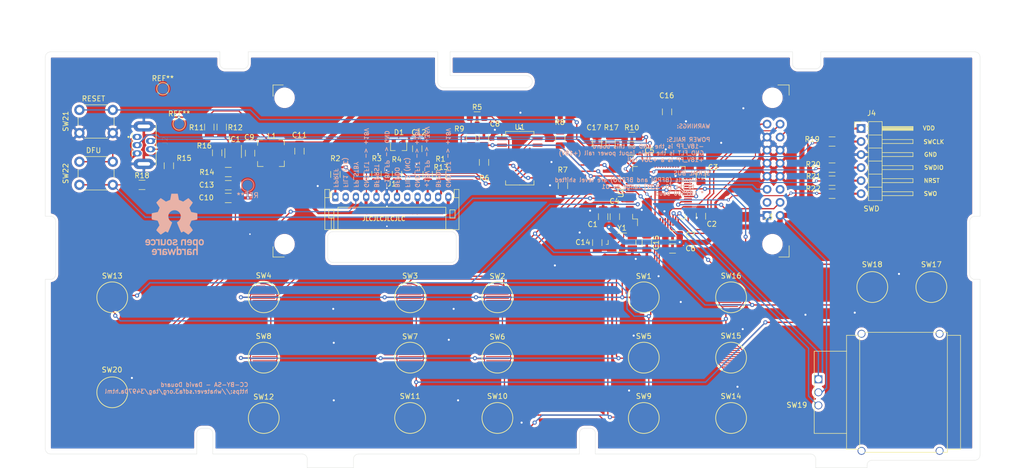
<source format=kicad_pcb>
(kicad_pcb (version 20171130) (host pcbnew 5.1.6+dfsg1-1~bpo10+1)

  (general
    (thickness 1.6002)
    (drawings 103)
    (tracks 738)
    (zones 0)
    (modules 75)
    (nets 84)
  )

  (page A4)
  (layers
    (0 Front signal)
    (31 Back signal)
    (34 B.Paste user)
    (35 F.Paste user)
    (36 B.SilkS user)
    (37 F.SilkS user)
    (38 B.Mask user)
    (39 F.Mask user)
    (40 Dwgs.User user)
    (44 Edge.Cuts user)
    (45 Margin user)
    (46 B.CrtYd user)
    (47 F.CrtYd user)
    (49 F.Fab user)
  )

  (setup
    (last_trace_width 0.2)
    (user_trace_width 0.15)
    (user_trace_width 0.2)
    (user_trace_width 0.4)
    (user_trace_width 0.6)
    (trace_clearance 0.127)
    (zone_clearance 0.508)
    (zone_45_only no)
    (trace_min 0.127)
    (via_size 0.6)
    (via_drill 0.3)
    (via_min_size 0.6)
    (via_min_drill 0.3)
    (user_via 0.6 0.3)
    (user_via 0.9 0.4)
    (uvia_size 0.6858)
    (uvia_drill 0.3302)
    (uvias_allowed no)
    (uvia_min_size 0.2)
    (uvia_min_drill 0.1)
    (edge_width 0.0381)
    (segment_width 0.254)
    (pcb_text_width 0.3048)
    (pcb_text_size 1.524 1.524)
    (mod_edge_width 0.1524)
    (mod_text_size 0.8128 0.8128)
    (mod_text_width 0.1524)
    (pad_size 2 2)
    (pad_drill 0)
    (pad_to_mask_clearance 0)
    (solder_mask_min_width 0.12)
    (aux_axis_origin 63.5 139.7)
    (visible_elements FFFFFF7F)
    (pcbplotparams
      (layerselection 0x010fc_ffffffff)
      (usegerberextensions false)
      (usegerberattributes true)
      (usegerberadvancedattributes true)
      (creategerberjobfile true)
      (excludeedgelayer true)
      (linewidth 0.100000)
      (plotframeref false)
      (viasonmask false)
      (mode 1)
      (useauxorigin false)
      (hpglpennumber 1)
      (hpglpenspeed 20)
      (hpglpendiameter 15.000000)
      (psnegative false)
      (psa4output false)
      (plotreference true)
      (plotvalue true)
      (plotinvisibletext false)
      (padsonsilk false)
      (subtractmaskfromsilk false)
      (outputformat 1)
      (mirror false)
      (drillshape 0)
      (scaleselection 1)
      (outputdirectory "gerber/"))
  )

  (net 0 "")
  (net 1 /-18V_FP)
  (net 2 /VDD)
  (net 3 /RST)
  (net 4 "Net-(C9-Pad2)")
  (net 5 "Net-(C9-Pad1)")
  (net 6 /GND_FLT)
  (net 7 /+6V_FP)
  (net 8 /FPREF)
  (net 9 /FIL1)
  (net 10 /FPSTBY)
  (net 11 /BFPRST)
  (net 12 /BFPDO)
  (net 13 /FIL2)
  (net 14 /+18V_FLT)
  (net 15 /BFPDI)
  (net 16 /D-)
  (net 17 "Net-(J2-Pad1)")
  (net 18 /D+)
  (net 19 /DSP_CS)
  (net 20 /\DSP_RST)
  (net 21 /DSP_DC)
  (net 22 "Net-(J3-Pad6)")
  (net 23 /DSP_DI)
  (net 24 /DSP_SCLK)
  (net 25 "Net-(J3-Pad3)")
  (net 26 "Net-(R1-Pad1)")
  (net 27 "Net-(R2-Pad1)")
  (net 28 "Net-(R3-Pad1)")
  (net 29 "Net-(R4-Pad1)")
  (net 30 "Net-(R5-Pad2)")
  (net 31 "Net-(R6-Pad2)")
  (net 32 /RXD)
  (net 33 "Net-(IC1-Pad3)")
  (net 34 /KP_R3)
  (net 35 /KP_C0)
  (net 36 /KP_R2)
  (net 37 /KP_R1)
  (net 38 /KP_R0)
  (net 39 /KP_C1)
  (net 40 /KP_C2)
  (net 41 /KP_C3)
  (net 42 /KP_C4)
  (net 43 /RE_A)
  (net 44 /RE_B)
  (net 45 /TXD)
  (net 46 "Net-(U2-Pad62)")
  (net 47 "Net-(U2-Pad54)")
  (net 48 "Net-(U2-Pad53)")
  (net 49 "Net-(U2-Pad52)")
  (net 50 "Net-(U2-Pad51)")
  (net 51 "Net-(U2-Pad43)")
  (net 52 "Net-(U2-Pad42)")
  (net 53 "Net-(U2-Pad41)")
  (net 54 "Net-(U2-Pad40)")
  (net 55 "Net-(U2-Pad39)")
  (net 56 "Net-(U2-Pad38)")
  (net 57 "Net-(U2-Pad37)")
  (net 58 "Net-(U2-Pad36)")
  (net 59 "Net-(U2-Pad35)")
  (net 60 "Net-(U2-Pad34)")
  (net 61 "Net-(U2-Pad33)")
  (net 62 "Net-(U2-Pad30)")
  (net 63 "Net-(U2-Pad29)")
  (net 64 /MISO)
  (net 65 "Net-(U2-Pad11)")
  (net 66 "Net-(U2-Pad4)")
  (net 67 "Net-(U2-Pad3)")
  (net 68 "Net-(U2-Pad2)")
  (net 69 "Net-(J2-Pad4)")
  (net 70 "Net-(IC1-Pad4)")
  (net 71 "Net-(C14-Pad1)")
  (net 72 "Net-(C15-Pad1)")
  (net 73 "Net-(U2-Pad28)")
  (net 74 "Net-(U2-Pad27)")
  (net 75 "Net-(R18-Pad1)")
  (net 76 /NRST)
  (net 77 "Net-(J4-Pad6)")
  (net 78 "Net-(J4-Pad5)")
  (net 79 "Net-(J4-Pad4)")
  (net 80 "Net-(J4-Pad2)")
  (net 81 /SWCLK)
  (net 82 /SWDIO)
  (net 83 /SWO)

  (net_class Default "This is the default net class."
    (clearance 0.127)
    (trace_width 0.127)
    (via_dia 0.6)
    (via_drill 0.3)
    (uvia_dia 0.6858)
    (uvia_drill 0.3302)
    (diff_pair_width 0.1524)
    (diff_pair_gap 0.254)
    (add_net /+18V_FLT)
    (add_net /+6V_FP)
    (add_net /-18V_FP)
    (add_net /BFPDI)
    (add_net /BFPDO)
    (add_net /BFPRST)
    (add_net /D+)
    (add_net /D-)
    (add_net /DSP_CS)
    (add_net /DSP_DC)
    (add_net /DSP_DI)
    (add_net /DSP_SCLK)
    (add_net /FIL1)
    (add_net /FIL2)
    (add_net /FPREF)
    (add_net /FPSTBY)
    (add_net /GND_FLT)
    (add_net /KP_C0)
    (add_net /KP_C1)
    (add_net /KP_C2)
    (add_net /KP_C3)
    (add_net /KP_C4)
    (add_net /KP_R0)
    (add_net /KP_R1)
    (add_net /KP_R2)
    (add_net /KP_R3)
    (add_net /MISO)
    (add_net /NRST)
    (add_net /RE_A)
    (add_net /RE_B)
    (add_net /RST)
    (add_net /RXD)
    (add_net /SWCLK)
    (add_net /SWDIO)
    (add_net /SWO)
    (add_net /TXD)
    (add_net /VDD)
    (add_net /\DSP_RST)
    (add_net "Net-(C14-Pad1)")
    (add_net "Net-(C15-Pad1)")
    (add_net "Net-(C9-Pad1)")
    (add_net "Net-(C9-Pad2)")
    (add_net "Net-(IC1-Pad3)")
    (add_net "Net-(IC1-Pad4)")
    (add_net "Net-(J2-Pad1)")
    (add_net "Net-(J2-Pad4)")
    (add_net "Net-(J3-Pad3)")
    (add_net "Net-(J3-Pad6)")
    (add_net "Net-(J4-Pad2)")
    (add_net "Net-(J4-Pad4)")
    (add_net "Net-(J4-Pad5)")
    (add_net "Net-(J4-Pad6)")
    (add_net "Net-(R1-Pad1)")
    (add_net "Net-(R18-Pad1)")
    (add_net "Net-(R2-Pad1)")
    (add_net "Net-(R3-Pad1)")
    (add_net "Net-(R4-Pad1)")
    (add_net "Net-(R5-Pad2)")
    (add_net "Net-(R6-Pad2)")
    (add_net "Net-(U2-Pad11)")
    (add_net "Net-(U2-Pad2)")
    (add_net "Net-(U2-Pad27)")
    (add_net "Net-(U2-Pad28)")
    (add_net "Net-(U2-Pad29)")
    (add_net "Net-(U2-Pad3)")
    (add_net "Net-(U2-Pad30)")
    (add_net "Net-(U2-Pad33)")
    (add_net "Net-(U2-Pad34)")
    (add_net "Net-(U2-Pad35)")
    (add_net "Net-(U2-Pad36)")
    (add_net "Net-(U2-Pad37)")
    (add_net "Net-(U2-Pad38)")
    (add_net "Net-(U2-Pad39)")
    (add_net "Net-(U2-Pad4)")
    (add_net "Net-(U2-Pad40)")
    (add_net "Net-(U2-Pad41)")
    (add_net "Net-(U2-Pad42)")
    (add_net "Net-(U2-Pad43)")
    (add_net "Net-(U2-Pad51)")
    (add_net "Net-(U2-Pad52)")
    (add_net "Net-(U2-Pad53)")
    (add_net "Net-(U2-Pad54)")
    (add_net "Net-(U2-Pad62)")
  )

  (module TestPoint:TestPoint_Pad_D2.0mm (layer Front) (tedit 5F66198A) (tstamp 5F667B5F)
    (at 86.36 68.58)
    (descr "SMD pad as test Point, diameter 2.0mm")
    (tags "test point SMD pad")
    (attr virtual)
    (fp_text reference REF** (at 0 -1.998) (layer F.SilkS)
      (effects (font (size 1 1) (thickness 0.15)))
    )
    (fp_text value TestPoint_Pad_D2.0mm (at 0 2.05) (layer F.Fab)
      (effects (font (size 1 1) (thickness 0.15)))
    )
    (fp_text user %R (at 0 -2) (layer F.Fab)
      (effects (font (size 1 1) (thickness 0.15)))
    )
    (fp_circle (center 0 0) (end 1.5 0) (layer F.CrtYd) (width 0.05))
    (fp_circle (center 0 0) (end 0 1.2) (layer F.SilkS) (width 0.12))
    (pad 1 smd circle (at 0 0) (size 2 2) (layers Back F.Mask)
      (net 1 /-18V_FP))
  )

  (module TestPoint:TestPoint_Pad_D2.0mm (layer Front) (tedit 5F6618D9) (tstamp 5F667A04)
    (at 89.535 75.438)
    (descr "SMD pad as test Point, diameter 2.0mm")
    (tags "test point SMD pad")
    (attr virtual)
    (fp_text reference REF** (at 0 -1.998) (layer F.SilkS)
      (effects (font (size 1 1) (thickness 0.15)))
    )
    (fp_text value TestPoint_Pad_D2.0mm (at 0 2.05) (layer F.Fab)
      (effects (font (size 1 1) (thickness 0.15)))
    )
    (fp_text user %R (at 0 -2) (layer F.Fab)
      (effects (font (size 1 1) (thickness 0.15)))
    )
    (fp_circle (center 0 0) (end 1.5 0) (layer F.CrtYd) (width 0.05))
    (fp_circle (center 0 0) (end 0 1.2) (layer F.SilkS) (width 0.12))
    (pad 1 smd circle (at 0 0) (size 2 2) (layers Back F.Mask)
      (net 2 /VDD))
  )

  (module TestPoint:TestPoint_Pad_D2.0mm (layer Back) (tedit 5F661881) (tstamp 5F66708A)
    (at 102.87 87.376)
    (descr "SMD pad as test Point, diameter 2.0mm")
    (tags "test point SMD pad")
    (attr virtual)
    (fp_text reference REF** (at 0 1.998) (layer B.SilkS)
      (effects (font (size 1 1) (thickness 0.15)) (justify mirror))
    )
    (fp_text value TestPoint_Pad_D2.0mm (at 0 -2.05) (layer B.Fab)
      (effects (font (size 1 1) (thickness 0.15)) (justify mirror))
    )
    (fp_text user %R (at 0 2) (layer B.Fab)
      (effects (font (size 1 1) (thickness 0.15)) (justify mirror))
    )
    (fp_circle (center 0 0) (end 1.5 0) (layer B.CrtYd) (width 0.05))
    (fp_circle (center 0 0) (end 0 -1.2) (layer B.SilkS) (width 0.12))
    (pad 1 smd circle (at 0 0) (size 2 2) (layers Back B.Mask)
      (net 6 /GND_FLT))
  )

  (module Symbol:OSHW-Logo_11.4x12mm_SilkScreen (layer Back) (tedit 0) (tstamp 5F618F3F)
    (at 88.646 94.996 180)
    (descr "Open Source Hardware Logo")
    (tags "Logo OSHW")
    (attr virtual)
    (fp_text reference REF** (at 0 0) (layer B.SilkS) hide
      (effects (font (size 1 1) (thickness 0.15)) (justify mirror))
    )
    (fp_text value OSHW-Logo_11.4x12mm_SilkScreen (at 0.75 0) (layer B.Fab) hide
      (effects (font (size 1 1) (thickness 0.15)) (justify mirror))
    )
    (fp_poly (pts (xy 0.746535 5.366828) (xy 0.859117 4.769637) (xy 1.274531 4.59839) (xy 1.689944 4.427143)
      (xy 2.188302 4.766022) (xy 2.327868 4.860378) (xy 2.454028 4.944625) (xy 2.560895 5.014917)
      (xy 2.642582 5.067408) (xy 2.693201 5.098251) (xy 2.706986 5.104902) (xy 2.73182 5.087797)
      (xy 2.784888 5.040511) (xy 2.86024 4.969083) (xy 2.951929 4.879555) (xy 3.054007 4.777966)
      (xy 3.160526 4.670357) (xy 3.265536 4.562768) (xy 3.363091 4.46124) (xy 3.447242 4.371814)
      (xy 3.51204 4.300529) (xy 3.551538 4.253427) (xy 3.56098 4.237663) (xy 3.547391 4.208602)
      (xy 3.509293 4.144934) (xy 3.450694 4.052888) (xy 3.375597 3.938691) (xy 3.288009 3.808571)
      (xy 3.237254 3.734354) (xy 3.144745 3.598833) (xy 3.06254 3.476539) (xy 2.99463 3.37356)
      (xy 2.945 3.295982) (xy 2.91764 3.249894) (xy 2.913529 3.240208) (xy 2.922849 3.212681)
      (xy 2.948254 3.148527) (xy 2.985911 3.056765) (xy 3.031986 2.946416) (xy 3.082646 2.8265)
      (xy 3.134059 2.706036) (xy 3.182389 2.594046) (xy 3.223806 2.499548) (xy 3.254474 2.431563)
      (xy 3.270562 2.399112) (xy 3.271511 2.397835) (xy 3.296772 2.391638) (xy 3.364046 2.377815)
      (xy 3.46636 2.357723) (xy 3.596741 2.332721) (xy 3.748216 2.304169) (xy 3.836594 2.287704)
      (xy 3.998452 2.256886) (xy 4.144649 2.227561) (xy 4.267787 2.201334) (xy 4.360469 2.179809)
      (xy 4.415301 2.16459) (xy 4.426323 2.159762) (xy 4.437119 2.127081) (xy 4.445829 2.05327)
      (xy 4.45246 1.946963) (xy 4.457018 1.816788) (xy 4.459509 1.671379) (xy 4.459938 1.519365)
      (xy 4.458311 1.369378) (xy 4.454635 1.230049) (xy 4.448915 1.11001) (xy 4.441158 1.01789)
      (xy 4.431368 0.962323) (xy 4.425496 0.950755) (xy 4.390399 0.93689) (xy 4.316028 0.917067)
      (xy 4.212223 0.893616) (xy 4.088819 0.868864) (xy 4.045741 0.860857) (xy 3.838047 0.822814)
      (xy 3.673984 0.792176) (xy 3.54813 0.767726) (xy 3.455065 0.748246) (xy 3.389367 0.732519)
      (xy 3.345617 0.719327) (xy 3.318392 0.707451) (xy 3.302272 0.695675) (xy 3.300017 0.693347)
      (xy 3.277503 0.655855) (xy 3.243158 0.58289) (xy 3.200411 0.483388) (xy 3.152692 0.366282)
      (xy 3.10343 0.240507) (xy 3.056055 0.114998) (xy 3.013995 -0.00131) (xy 2.98068 -0.099484)
      (xy 2.959541 -0.170588) (xy 2.954005 -0.205687) (xy 2.954466 -0.206917) (xy 2.973223 -0.235606)
      (xy 3.015776 -0.29873) (xy 3.077653 -0.389718) (xy 3.154382 -0.502) (xy 3.241491 -0.629005)
      (xy 3.266299 -0.665098) (xy 3.354753 -0.795948) (xy 3.432588 -0.915336) (xy 3.495566 -1.016407)
      (xy 3.539445 -1.092304) (xy 3.559985 -1.136172) (xy 3.56098 -1.141562) (xy 3.543722 -1.169889)
      (xy 3.496036 -1.226006) (xy 3.42405 -1.303882) (xy 3.333897 -1.397485) (xy 3.231705 -1.500786)
      (xy 3.123606 -1.607751) (xy 3.015728 -1.712351) (xy 2.914204 -1.808554) (xy 2.825162 -1.890329)
      (xy 2.754733 -1.951645) (xy 2.709047 -1.986471) (xy 2.696409 -1.992157) (xy 2.666991 -1.978765)
      (xy 2.606761 -1.942644) (xy 2.52553 -1.889881) (xy 2.46303 -1.847412) (xy 2.349785 -1.769485)
      (xy 2.215674 -1.677729) (xy 2.081155 -1.58612) (xy 2.008833 -1.537091) (xy 1.764038 -1.371515)
      (xy 1.558551 -1.48262) (xy 1.464936 -1.531293) (xy 1.38533 -1.569126) (xy 1.331467 -1.590703)
      (xy 1.317757 -1.593706) (xy 1.30127 -1.571538) (xy 1.268745 -1.508894) (xy 1.222609 -1.411554)
      (xy 1.16529 -1.285294) (xy 1.099216 -1.135895) (xy 1.026815 -0.969133) (xy 0.950516 -0.790787)
      (xy 0.872746 -0.606636) (xy 0.795934 -0.422457) (xy 0.722506 -0.24403) (xy 0.654892 -0.077132)
      (xy 0.59552 0.072458) (xy 0.546816 0.198962) (xy 0.51121 0.296601) (xy 0.49113 0.359598)
      (xy 0.4879 0.381234) (xy 0.513496 0.408831) (xy 0.569539 0.45363) (xy 0.644311 0.506321)
      (xy 0.650587 0.51049) (xy 0.843845 0.665186) (xy 0.999674 0.845664) (xy 1.116724 1.046153)
      (xy 1.193645 1.260881) (xy 1.229086 1.484078) (xy 1.221697 1.709974) (xy 1.170127 1.932796)
      (xy 1.073026 2.146776) (xy 1.044458 2.193591) (xy 0.895868 2.382637) (xy 0.720327 2.534443)
      (xy 0.52391 2.648221) (xy 0.312693 2.72318) (xy 0.092753 2.758533) (xy -0.129837 2.753488)
      (xy -0.348999 2.707256) (xy -0.558658 2.619049) (xy -0.752739 2.488076) (xy -0.812774 2.434918)
      (xy -0.965565 2.268516) (xy -1.076903 2.093343) (xy -1.153277 1.896989) (xy -1.195813 1.702538)
      (xy -1.206314 1.483913) (xy -1.171299 1.264203) (xy -1.094327 1.050835) (xy -0.978953 0.851233)
      (xy -0.828734 0.672826) (xy -0.647227 0.523038) (xy -0.623373 0.507249) (xy -0.547799 0.455543)
      (xy -0.490349 0.410743) (xy -0.462883 0.382138) (xy -0.462483 0.381234) (xy -0.46838 0.350291)
      (xy -0.491755 0.280064) (xy -0.530179 0.17633) (xy -0.581223 0.044865) (xy -0.642458 -0.108552)
      (xy -0.711456 -0.278146) (xy -0.785786 -0.458138) (xy -0.863022 -0.642753) (xy -0.940732 -0.826213)
      (xy -1.016489 -1.002741) (xy -1.087863 -1.166559) (xy -1.152426 -1.311892) (xy -1.207748 -1.432962)
      (xy -1.2514 -1.523992) (xy -1.280954 -1.579205) (xy -1.292856 -1.593706) (xy -1.329223 -1.582414)
      (xy -1.39727 -1.55213) (xy -1.485263 -1.508265) (xy -1.533649 -1.48262) (xy -1.739137 -1.371515)
      (xy -1.983932 -1.537091) (xy -2.108894 -1.621915) (xy -2.245705 -1.715261) (xy -2.373911 -1.803153)
      (xy -2.438129 -1.847412) (xy -2.528449 -1.908063) (xy -2.604929 -1.956126) (xy -2.657593 -1.985515)
      (xy -2.674698 -1.991727) (xy -2.699595 -1.974968) (xy -2.754695 -1.928181) (xy -2.834657 -1.856225)
      (xy -2.934139 -1.763957) (xy -3.0478 -1.656235) (xy -3.119685 -1.587071) (xy -3.245449 -1.463502)
      (xy -3.354137 -1.352979) (xy -3.441355 -1.26023) (xy -3.502711 -1.189982) (xy -3.533809 -1.146965)
      (xy -3.536792 -1.138235) (xy -3.522947 -1.105029) (xy -3.484688 -1.037887) (xy -3.426258 -0.943608)
      (xy -3.351903 -0.82899) (xy -3.265865 -0.700828) (xy -3.241397 -0.665098) (xy -3.152245 -0.535234)
      (xy -3.072262 -0.418314) (xy -3.00592 -0.320907) (xy -2.957689 -0.249584) (xy -2.932043 -0.210915)
      (xy -2.929565 -0.206917) (xy -2.933271 -0.1761) (xy -2.952939 -0.108344) (xy -2.98514 -0.012584)
      (xy -3.026445 0.102246) (xy -3.073425 0.227211) (xy -3.122651 0.353376) (xy -3.170692 0.471807)
      (xy -3.214119 0.57357) (xy -3.249504 0.649729) (xy -3.273416 0.691351) (xy -3.275116 0.693347)
      (xy -3.289738 0.705242) (xy -3.314435 0.717005) (xy -3.354628 0.729854) (xy -3.415737 0.745006)
      (xy -3.503183 0.763679) (xy -3.622388 0.78709) (xy -3.778773 0.816458) (xy -3.977757 0.853)
      (xy -4.02084 0.860857) (xy -4.148529 0.885528) (xy -4.259847 0.909662) (xy -4.344955 0.930931)
      (xy -4.394017 0.947007) (xy -4.400595 0.950755) (xy -4.411436 0.983982) (xy -4.420247 1.058234)
      (xy -4.427024 1.164879) (xy -4.43176 1.295288) (xy -4.43445 1.440828) (xy -4.435087 1.592869)
      (xy -4.433666 1.742779) (xy -4.43018 1.881927) (xy -4.424624 2.001683) (xy -4.416992 2.093414)
      (xy -4.407278 2.148489) (xy -4.401422 2.159762) (xy -4.36882 2.171132) (xy -4.294582 2.189631)
      (xy -4.186104 2.213653) (xy -4.050783 2.241593) (xy -3.896015 2.271847) (xy -3.811692 2.287704)
      (xy -3.651704 2.317611) (xy -3.509033 2.344705) (xy -3.390652 2.367624) (xy -3.303535 2.385012)
      (xy -3.254655 2.395508) (xy -3.24661 2.397835) (xy -3.233013 2.424069) (xy -3.204271 2.48726)
      (xy -3.164215 2.578378) (xy -3.116676 2.688398) (xy -3.065485 2.80829) (xy -3.014474 2.929028)
      (xy -2.967474 3.041584) (xy -2.928316 3.136929) (xy -2.900831 3.206038) (xy -2.888851 3.239881)
      (xy -2.888628 3.24136) (xy -2.902209 3.268058) (xy -2.940285 3.329495) (xy -2.998853 3.419566)
      (xy -3.073912 3.532165) (xy -3.16146 3.661185) (xy -3.212353 3.735294) (xy -3.305091 3.871178)
      (xy -3.387459 3.994546) (xy -3.455439 4.099158) (xy -3.505012 4.178772) (xy -3.532158 4.227148)
      (xy -3.536079 4.237993) (xy -3.519225 4.263235) (xy -3.472632 4.317131) (xy -3.402251 4.393642)
      (xy -3.314035 4.486732) (xy -3.213935 4.59036) (xy -3.107902 4.698491) (xy -3.001889 4.805085)
      (xy -2.901848 4.904105) (xy -2.81373 4.989513) (xy -2.743487 5.05527) (xy -2.697072 5.095339)
      (xy -2.681544 5.104902) (xy -2.656261 5.091455) (xy -2.595789 5.05368) (xy -2.506008 4.99542)
      (xy -2.392797 4.920521) (xy -2.262036 4.83283) (xy -2.1634 4.766022) (xy -1.665043 4.427143)
      (xy -1.249629 4.59839) (xy -0.834216 4.769637) (xy -0.721634 5.366828) (xy -0.609051 5.96402)
      (xy 0.633952 5.96402) (xy 0.746535 5.366828)) (layer B.SilkS) (width 0.01))
    (fp_poly (pts (xy 3.563637 -2.887472) (xy 3.64929 -2.913641) (xy 3.704437 -2.946707) (xy 3.722401 -2.972855)
      (xy 3.717457 -3.003852) (xy 3.685372 -3.052547) (xy 3.658243 -3.087035) (xy 3.602317 -3.149383)
      (xy 3.560299 -3.175615) (xy 3.52448 -3.173903) (xy 3.418224 -3.146863) (xy 3.340189 -3.148091)
      (xy 3.27682 -3.178735) (xy 3.255546 -3.19667) (xy 3.187451 -3.259779) (xy 3.187451 -4.083922)
      (xy 2.913529 -4.083922) (xy 2.913529 -2.888628) (xy 3.05049 -2.888628) (xy 3.132719 -2.891879)
      (xy 3.175144 -2.903426) (xy 3.187445 -2.925952) (xy 3.187451 -2.92662) (xy 3.19326 -2.950215)
      (xy 3.219531 -2.947138) (xy 3.255931 -2.930115) (xy 3.331111 -2.898439) (xy 3.392158 -2.879381)
      (xy 3.470708 -2.874496) (xy 3.563637 -2.887472)) (layer B.SilkS) (width 0.01))
    (fp_poly (pts (xy -1.49324 -2.909199) (xy -1.431264 -2.938802) (xy -1.371241 -2.981561) (xy -1.325514 -3.030775)
      (xy -1.292207 -3.093544) (xy -1.269445 -3.176971) (xy -1.255353 -3.288159) (xy -1.248058 -3.434209)
      (xy -1.245682 -3.622223) (xy -1.245645 -3.641912) (xy -1.245098 -4.083922) (xy -1.51902 -4.083922)
      (xy -1.51902 -3.676435) (xy -1.519215 -3.525471) (xy -1.520564 -3.416056) (xy -1.524212 -3.339933)
      (xy -1.531304 -3.288848) (xy -1.542987 -3.254545) (xy -1.560406 -3.228768) (xy -1.584671 -3.203298)
      (xy -1.669565 -3.148571) (xy -1.762239 -3.138416) (xy -1.850527 -3.173017) (xy -1.88123 -3.19877)
      (xy -1.903771 -3.222982) (xy -1.919954 -3.248912) (xy -1.930832 -3.284708) (xy -1.937458 -3.338519)
      (xy -1.940885 -3.418493) (xy -1.942166 -3.532779) (xy -1.942353 -3.671907) (xy -1.942353 -4.083922)
      (xy -2.216275 -4.083922) (xy -2.216275 -2.888628) (xy -2.079314 -2.888628) (xy -1.997084 -2.891879)
      (xy -1.95466 -2.903426) (xy -1.942359 -2.925952) (xy -1.942353 -2.92662) (xy -1.936646 -2.948681)
      (xy -1.911473 -2.946177) (xy -1.861422 -2.921937) (xy -1.747906 -2.886271) (xy -1.618055 -2.882305)
      (xy -1.49324 -2.909199)) (layer B.SilkS) (width 0.01))
    (fp_poly (pts (xy 5.303287 -2.884355) (xy 5.367051 -2.899845) (xy 5.4893 -2.956569) (xy 5.593834 -3.043202)
      (xy 5.66618 -3.147074) (xy 5.676119 -3.170396) (xy 5.689754 -3.231484) (xy 5.699298 -3.321853)
      (xy 5.702549 -3.41319) (xy 5.702549 -3.585882) (xy 5.34147 -3.585882) (xy 5.192546 -3.586445)
      (xy 5.087632 -3.589864) (xy 5.020937 -3.598731) (xy 4.986666 -3.615641) (xy 4.979028 -3.643189)
      (xy 4.992229 -3.683968) (xy 5.015877 -3.731683) (xy 5.081843 -3.811314) (xy 5.173512 -3.850987)
      (xy 5.285555 -3.849695) (xy 5.412472 -3.806514) (xy 5.522158 -3.753224) (xy 5.613173 -3.825191)
      (xy 5.704188 -3.897157) (xy 5.618563 -3.976269) (xy 5.50425 -4.051017) (xy 5.363666 -4.096084)
      (xy 5.212449 -4.108696) (xy 5.066236 -4.086079) (xy 5.042647 -4.078405) (xy 4.914141 -4.011296)
      (xy 4.818551 -3.911247) (xy 4.753861 -3.775271) (xy 4.718057 -3.60038) (xy 4.71764 -3.596632)
      (xy 4.714434 -3.406032) (xy 4.727393 -3.338035) (xy 4.980392 -3.338035) (xy 5.003627 -3.348491)
      (xy 5.06671 -3.3565) (xy 5.159706 -3.361073) (xy 5.218638 -3.361765) (xy 5.328537 -3.361332)
      (xy 5.397252 -3.358578) (xy 5.433405 -3.351321) (xy 5.445615 -3.337376) (xy 5.442504 -3.314562)
      (xy 5.439894 -3.305735) (xy 5.395344 -3.2228) (xy 5.325279 -3.15596) (xy 5.263446 -3.126589)
      (xy 5.181301 -3.128362) (xy 5.098062 -3.16499) (xy 5.028238 -3.225634) (xy 4.986337 -3.299456)
      (xy 4.980392 -3.338035) (xy 4.727393 -3.338035) (xy 4.746385 -3.238395) (xy 4.809773 -3.097711)
      (xy 4.900878 -2.987974) (xy 5.015978 -2.913174) (xy 5.151355 -2.877304) (xy 5.303287 -2.884355)) (layer B.SilkS) (width 0.01))
    (fp_poly (pts (xy 4.390976 -2.899056) (xy 4.535256 -2.960348) (xy 4.580699 -2.990185) (xy 4.638779 -3.036036)
      (xy 4.675238 -3.072089) (xy 4.681568 -3.083832) (xy 4.663693 -3.109889) (xy 4.61795 -3.154105)
      (xy 4.581328 -3.184965) (xy 4.481088 -3.26552) (xy 4.401935 -3.198918) (xy 4.340769 -3.155921)
      (xy 4.281129 -3.141079) (xy 4.212872 -3.144704) (xy 4.104482 -3.171652) (xy 4.029872 -3.227587)
      (xy 3.98453 -3.318014) (xy 3.963947 -3.448435) (xy 3.963942 -3.448517) (xy 3.965722 -3.59429)
      (xy 3.993387 -3.701245) (xy 4.048571 -3.774064) (xy 4.086192 -3.798723) (xy 4.186105 -3.829431)
      (xy 4.292822 -3.829449) (xy 4.385669 -3.799655) (xy 4.407647 -3.785098) (xy 4.462765 -3.747914)
      (xy 4.505859 -3.74182) (xy 4.552335 -3.769496) (xy 4.603716 -3.819205) (xy 4.685046 -3.903116)
      (xy 4.594749 -3.977546) (xy 4.455236 -4.061549) (xy 4.297912 -4.102947) (xy 4.133503 -4.09995)
      (xy 4.025531 -4.0725) (xy 3.899331 -4.00462) (xy 3.798401 -3.897831) (xy 3.752548 -3.822451)
      (xy 3.71541 -3.714297) (xy 3.696827 -3.577318) (xy 3.696684 -3.428864) (xy 3.714865 -3.286281)
      (xy 3.751255 -3.166918) (xy 3.756987 -3.15468) (xy 3.841865 -3.034655) (xy 3.956782 -2.947267)
      (xy 4.092659 -2.894329) (xy 4.240417 -2.877654) (xy 4.390976 -2.899056)) (layer B.SilkS) (width 0.01))
    (fp_poly (pts (xy 1.967254 -3.276245) (xy 1.969608 -3.458879) (xy 1.978207 -3.5976) (xy 1.99536 -3.698147)
      (xy 2.023374 -3.766254) (xy 2.064557 -3.807659) (xy 2.121217 -3.828097) (xy 2.191372 -3.833318)
      (xy 2.264848 -3.827468) (xy 2.320657 -3.806093) (xy 2.361109 -3.763458) (xy 2.388509 -3.693825)
      (xy 2.405167 -3.59146) (xy 2.413389 -3.450624) (xy 2.41549 -3.276245) (xy 2.41549 -2.888628)
      (xy 2.689411 -2.888628) (xy 2.689411 -4.083922) (xy 2.552451 -4.083922) (xy 2.469884 -4.080576)
      (xy 2.427368 -4.068826) (xy 2.41549 -4.04652) (xy 2.408336 -4.026654) (xy 2.379865 -4.030857)
      (xy 2.322476 -4.058971) (xy 2.190945 -4.102342) (xy 2.051438 -4.09927) (xy 1.917765 -4.052174)
      (xy 1.854108 -4.014971) (xy 1.805553 -3.974691) (xy 1.770081 -3.924291) (xy 1.745674 -3.856729)
      (xy 1.730313 -3.764965) (xy 1.721982 -3.641955) (xy 1.718662 -3.480659) (xy 1.718235 -3.355928)
      (xy 1.718235 -2.888628) (xy 1.967254 -2.888628) (xy 1.967254 -3.276245)) (layer B.SilkS) (width 0.01))
    (fp_poly (pts (xy 1.209547 -2.903364) (xy 1.335502 -2.971959) (xy 1.434047 -3.080245) (xy 1.480478 -3.168315)
      (xy 1.500412 -3.246101) (xy 1.513328 -3.356993) (xy 1.518863 -3.484738) (xy 1.516654 -3.613084)
      (xy 1.506337 -3.725779) (xy 1.494286 -3.785969) (xy 1.453634 -3.868311) (xy 1.38323 -3.95577)
      (xy 1.298382 -4.032251) (xy 1.214397 -4.081655) (xy 1.212349 -4.082439) (xy 1.108134 -4.104027)
      (xy 0.984627 -4.104562) (xy 0.867261 -4.084908) (xy 0.821942 -4.069155) (xy 0.70522 -4.002966)
      (xy 0.621624 -3.916246) (xy 0.566701 -3.801438) (xy 0.535995 -3.650982) (xy 0.529047 -3.572173)
      (xy 0.529933 -3.473145) (xy 0.796862 -3.473145) (xy 0.805854 -3.617645) (xy 0.831736 -3.72776)
      (xy 0.872868 -3.798116) (xy 0.902172 -3.818235) (xy 0.977251 -3.832265) (xy 1.066494 -3.828111)
      (xy 1.14365 -3.807922) (xy 1.163883 -3.796815) (xy 1.217265 -3.732123) (xy 1.2525 -3.633119)
      (xy 1.267498 -3.512632) (xy 1.260172 -3.383494) (xy 1.243799 -3.305775) (xy 1.19679 -3.215771)
      (xy 1.122582 -3.159509) (xy 1.033209 -3.140057) (xy 0.940707 -3.160481) (xy 0.869653 -3.210437)
      (xy 0.832312 -3.251655) (xy 0.810518 -3.292281) (xy 0.80013 -3.347264) (xy 0.797006 -3.431549)
      (xy 0.796862 -3.473145) (xy 0.529933 -3.473145) (xy 0.53093 -3.361874) (xy 0.56518 -3.189423)
      (xy 0.631802 -3.054814) (xy 0.730799 -2.95804) (xy 0.862175 -2.899094) (xy 0.890385 -2.892259)
      (xy 1.059926 -2.876213) (xy 1.209547 -2.903364)) (layer B.SilkS) (width 0.01))
    (fp_poly (pts (xy 0.027759 -2.884345) (xy 0.122059 -2.902229) (xy 0.21989 -2.939633) (xy 0.230343 -2.944402)
      (xy 0.304531 -2.983412) (xy 0.35591 -3.019664) (xy 0.372517 -3.042887) (xy 0.356702 -3.080761)
      (xy 0.318288 -3.136644) (xy 0.301237 -3.157505) (xy 0.230969 -3.239618) (xy 0.140379 -3.186168)
      (xy 0.054164 -3.150561) (xy -0.045451 -3.131529) (xy -0.140981 -3.130326) (xy -0.214939 -3.14821)
      (xy -0.232688 -3.159373) (xy -0.266488 -3.210553) (xy -0.270596 -3.269509) (xy -0.245304 -3.315567)
      (xy -0.230344 -3.324499) (xy -0.185514 -3.335592) (xy -0.106714 -3.34863) (xy -0.009574 -3.361088)
      (xy 0.008346 -3.363042) (xy 0.164365 -3.39003) (xy 0.277523 -3.435873) (xy 0.352569 -3.504803)
      (xy 0.394253 -3.601054) (xy 0.407238 -3.718617) (xy 0.389299 -3.852254) (xy 0.33105 -3.957195)
      (xy 0.232255 -4.03363) (xy 0.092682 -4.081748) (xy -0.062255 -4.100732) (xy -0.188602 -4.100504)
      (xy -0.291087 -4.083262) (xy -0.361079 -4.059457) (xy -0.449517 -4.017978) (xy -0.531246 -3.969842)
      (xy -0.560295 -3.948655) (xy -0.635 -3.887676) (xy -0.544902 -3.796508) (xy -0.454804 -3.705339)
      (xy -0.352368 -3.773128) (xy -0.249626 -3.824042) (xy -0.139913 -3.850673) (xy -0.034449 -3.853483)
      (xy 0.055546 -3.832935) (xy 0.118854 -3.789493) (xy 0.139296 -3.752838) (xy 0.136229 -3.694053)
      (xy 0.085434 -3.649099) (xy -0.012952 -3.618057) (xy -0.120744 -3.60371) (xy -0.286635 -3.576337)
      (xy -0.409876 -3.524693) (xy -0.492114 -3.447266) (xy -0.534999 -3.342544) (xy -0.54094 -3.218387)
      (xy -0.511594 -3.088702) (xy -0.444691 -2.990677) (xy -0.339629 -2.923866) (xy -0.19581 -2.88782)
      (xy -0.089262 -2.880754) (xy 0.027759 -2.884345)) (layer B.SilkS) (width 0.01))
    (fp_poly (pts (xy -2.686796 -2.916354) (xy -2.661981 -2.928037) (xy -2.576094 -2.990951) (xy -2.494879 -3.082769)
      (xy -2.434236 -3.183868) (xy -2.416988 -3.230349) (xy -2.401251 -3.313376) (xy -2.391867 -3.413713)
      (xy -2.390728 -3.455147) (xy -2.390589 -3.585882) (xy -3.143047 -3.585882) (xy -3.127007 -3.654363)
      (xy -3.087637 -3.735355) (xy -3.018806 -3.805351) (xy -2.936919 -3.850441) (xy -2.884737 -3.859804)
      (xy -2.813971 -3.848441) (xy -2.72954 -3.819943) (xy -2.700858 -3.806831) (xy -2.594791 -3.753858)
      (xy -2.504272 -3.822901) (xy -2.452039 -3.869597) (xy -2.424247 -3.90814) (xy -2.42284 -3.919452)
      (xy -2.447668 -3.946868) (xy -2.502083 -3.988532) (xy -2.551472 -4.021037) (xy -2.684748 -4.079468)
      (xy -2.834161 -4.105915) (xy -2.982249 -4.099039) (xy -3.100295 -4.063096) (xy -3.221982 -3.986101)
      (xy -3.30846 -3.884728) (xy -3.362559 -3.75357) (xy -3.387109 -3.587224) (xy -3.389286 -3.511108)
      (xy -3.380573 -3.336685) (xy -3.379503 -3.331611) (xy -3.130173 -3.331611) (xy -3.123306 -3.347968)
      (xy -3.095083 -3.356988) (xy -3.036873 -3.360854) (xy -2.940042 -3.361749) (xy -2.902757 -3.361765)
      (xy -2.789317 -3.360413) (xy -2.717378 -3.355505) (xy -2.678687 -3.34576) (xy -2.664995 -3.329899)
      (xy -2.66451 -3.324805) (xy -2.680137 -3.284326) (xy -2.719247 -3.227621) (xy -2.736061 -3.207766)
      (xy -2.798481 -3.151611) (xy -2.863547 -3.129532) (xy -2.898603 -3.127686) (xy -2.993442 -3.150766)
      (xy -3.072973 -3.212759) (xy -3.123423 -3.302802) (xy -3.124317 -3.305735) (xy -3.130173 -3.331611)
      (xy -3.379503 -3.331611) (xy -3.351601 -3.199343) (xy -3.29941 -3.089461) (xy -3.235579 -3.011461)
      (xy -3.117567 -2.926882) (xy -2.978842 -2.881686) (xy -2.83129 -2.8776) (xy -2.686796 -2.916354)) (layer B.SilkS) (width 0.01))
    (fp_poly (pts (xy -5.026753 -2.901568) (xy -4.896478 -2.959163) (xy -4.797581 -3.055334) (xy -4.729918 -3.190229)
      (xy -4.693345 -3.363996) (xy -4.690724 -3.391126) (xy -4.68867 -3.582408) (xy -4.715301 -3.750073)
      (xy -4.768999 -3.885967) (xy -4.797753 -3.929681) (xy -4.897909 -4.022198) (xy -5.025463 -4.082119)
      (xy -5.168163 -4.106985) (xy -5.31376 -4.094339) (xy -5.424438 -4.055391) (xy -5.519616 -3.989755)
      (xy -5.597406 -3.903699) (xy -5.598751 -3.901685) (xy -5.630343 -3.84857) (xy -5.650873 -3.79516)
      (xy -5.663305 -3.727754) (xy -5.670603 -3.632653) (xy -5.673818 -3.554666) (xy -5.675156 -3.483944)
      (xy -5.426186 -3.483944) (xy -5.423753 -3.554348) (xy -5.41492 -3.648068) (xy -5.399336 -3.708214)
      (xy -5.371234 -3.751006) (xy -5.344914 -3.776002) (xy -5.251608 -3.828338) (xy -5.15398 -3.835333)
      (xy -5.063058 -3.797676) (xy -5.017598 -3.755479) (xy -4.984838 -3.712956) (xy -4.965677 -3.672267)
      (xy -4.957267 -3.619314) (xy -4.956763 -3.539997) (xy -4.959355 -3.46695) (xy -4.964929 -3.362601)
      (xy -4.973766 -3.29492) (xy -4.989693 -3.250774) (xy -5.016538 -3.217031) (xy -5.037811 -3.197746)
      (xy -5.126794 -3.147086) (xy -5.222789 -3.14456) (xy -5.303281 -3.174567) (xy -5.371947 -3.237231)
      (xy -5.412856 -3.340168) (xy -5.426186 -3.483944) (xy -5.675156 -3.483944) (xy -5.676754 -3.399582)
      (xy -5.67174 -3.2836) (xy -5.656717 -3.196367) (xy -5.629624 -3.12753) (xy -5.5884 -3.066737)
      (xy -5.573115 -3.048686) (xy -5.477546 -2.958746) (xy -5.375039 -2.906211) (xy -5.249679 -2.884201)
      (xy -5.18855 -2.882402) (xy -5.026753 -2.901568)) (layer B.SilkS) (width 0.01))
    (fp_poly (pts (xy 4.025307 -4.762784) (xy 4.144337 -4.793731) (xy 4.244021 -4.8576) (xy 4.292288 -4.905313)
      (xy 4.371408 -5.018106) (xy 4.416752 -5.14895) (xy 4.43233 -5.309792) (xy 4.43241 -5.322794)
      (xy 4.432549 -5.45353) (xy 3.680091 -5.45353) (xy 3.69613 -5.52201) (xy 3.725091 -5.584031)
      (xy 3.775778 -5.648654) (xy 3.786379 -5.658971) (xy 3.877494 -5.714805) (xy 3.9814 -5.724275)
      (xy 4.101 -5.68754) (xy 4.121274 -5.677647) (xy 4.183456 -5.647574) (xy 4.225106 -5.63044)
      (xy 4.232373 -5.628855) (xy 4.25774 -5.644242) (xy 4.30612 -5.681887) (xy 4.330679 -5.702459)
      (xy 4.38157 -5.749714) (xy 4.398281 -5.780917) (xy 4.386683 -5.80962) (xy 4.380483 -5.817468)
      (xy 4.338493 -5.851819) (xy 4.269206 -5.893565) (xy 4.220882 -5.917935) (xy 4.083711 -5.960873)
      (xy 3.931847 -5.974786) (xy 3.788024 -5.9583) (xy 3.747745 -5.946496) (xy 3.623078 -5.879689)
      (xy 3.530671 -5.776892) (xy 3.46999 -5.637105) (xy 3.440498 -5.45933) (xy 3.43726 -5.366373)
      (xy 3.446714 -5.231033) (xy 3.68549 -5.231033) (xy 3.708584 -5.241038) (xy 3.770662 -5.248888)
      (xy 3.860914 -5.253521) (xy 3.922058 -5.254314) (xy 4.03204 -5.253549) (xy 4.101457 -5.24997)
      (xy 4.139538 -5.241649) (xy 4.155515 -5.226657) (xy 4.158627 -5.204903) (xy 4.137278 -5.137892)
      (xy 4.083529 -5.071664) (xy 4.012822 -5.020832) (xy 3.942089 -5.000038) (xy 3.846016 -5.018484)
      (xy 3.762849 -5.071811) (xy 3.705186 -5.148677) (xy 3.68549 -5.231033) (xy 3.446714 -5.231033)
      (xy 3.451028 -5.169291) (xy 3.49352 -5.012271) (xy 3.565635 -4.894069) (xy 3.668273 -4.81344)
      (xy 3.802332 -4.769139) (xy 3.874957 -4.760607) (xy 4.025307 -4.762784)) (layer B.SilkS) (width 0.01))
    (fp_poly (pts (xy 3.238446 -4.755883) (xy 3.334177 -4.774755) (xy 3.388677 -4.802699) (xy 3.446008 -4.849123)
      (xy 3.364441 -4.952111) (xy 3.31415 -5.014479) (xy 3.280001 -5.044907) (xy 3.246063 -5.049555)
      (xy 3.196406 -5.034586) (xy 3.173096 -5.026117) (xy 3.078063 -5.013622) (xy 2.991032 -5.040406)
      (xy 2.927138 -5.100915) (xy 2.916759 -5.120208) (xy 2.905456 -5.171314) (xy 2.896732 -5.2655)
      (xy 2.890997 -5.396089) (xy 2.88866 -5.556405) (xy 2.888627 -5.579211) (xy 2.888627 -5.976471)
      (xy 2.614705 -5.976471) (xy 2.614705 -4.756275) (xy 2.751666 -4.756275) (xy 2.830638 -4.758337)
      (xy 2.871779 -4.767513) (xy 2.886992 -4.78829) (xy 2.888627 -4.807886) (xy 2.888627 -4.859497)
      (xy 2.95424 -4.807886) (xy 3.029475 -4.772675) (xy 3.130544 -4.755265) (xy 3.238446 -4.755883)) (layer B.SilkS) (width 0.01))
    (fp_poly (pts (xy 2.056459 -4.763669) (xy 2.16142 -4.789163) (xy 2.191761 -4.802669) (xy 2.250573 -4.838046)
      (xy 2.295709 -4.87789) (xy 2.329106 -4.92912) (xy 2.352701 -4.998654) (xy 2.368433 -5.093409)
      (xy 2.378239 -5.220305) (xy 2.384057 -5.386258) (xy 2.386266 -5.497108) (xy 2.394396 -5.976471)
      (xy 2.255531 -5.976471) (xy 2.171287 -5.972938) (xy 2.127884 -5.960866) (xy 2.116666 -5.940594)
      (xy 2.110744 -5.918674) (xy 2.084266 -5.922865) (xy 2.048186 -5.940441) (xy 1.957862 -5.967382)
      (xy 1.841777 -5.974642) (xy 1.71968 -5.962767) (xy 1.611321 -5.932305) (xy 1.601602 -5.928077)
      (xy 1.502568 -5.858505) (xy 1.437281 -5.761789) (xy 1.40724 -5.648738) (xy 1.409535 -5.608122)
      (xy 1.654633 -5.608122) (xy 1.676229 -5.662782) (xy 1.740259 -5.701952) (xy 1.843565 -5.722974)
      (xy 1.898774 -5.725766) (xy 1.990782 -5.71862) (xy 2.051941 -5.690848) (xy 2.066862 -5.677647)
      (xy 2.107287 -5.605829) (xy 2.116666 -5.540686) (xy 2.116666 -5.45353) (xy 1.995269 -5.45353)
      (xy 1.854153 -5.460722) (xy 1.755173 -5.483345) (xy 1.692633 -5.522964) (xy 1.678631 -5.540628)
      (xy 1.654633 -5.608122) (xy 1.409535 -5.608122) (xy 1.413941 -5.530157) (xy 1.45888 -5.416855)
      (xy 1.520196 -5.340285) (xy 1.557332 -5.307181) (xy 1.593687 -5.285425) (xy 1.64099 -5.272161)
      (xy 1.710973 -5.264528) (xy 1.815364 -5.25967) (xy 1.85677 -5.258273) (xy 2.116666 -5.24978)
      (xy 2.116285 -5.171116) (xy 2.106219 -5.088428) (xy 2.069829 -5.038431) (xy 1.996311 -5.006489)
      (xy 1.994339 -5.00592) (xy 1.890105 -4.993361) (xy 1.788108 -5.009766) (xy 1.712305 -5.049657)
      (xy 1.68189 -5.069354) (xy 1.649132 -5.066629) (xy 1.598721 -5.038091) (xy 1.569119 -5.01795)
      (xy 1.511218 -4.974919) (xy 1.475352 -4.942662) (xy 1.469597 -4.933427) (xy 1.493295 -4.885636)
      (xy 1.563313 -4.828562) (xy 1.593725 -4.809305) (xy 1.681155 -4.77614) (xy 1.798983 -4.75735)
      (xy 1.929866 -4.753129) (xy 2.056459 -4.763669)) (layer B.SilkS) (width 0.01))
    (fp_poly (pts (xy 0.557528 -4.761332) (xy 0.656014 -4.768726) (xy 0.784776 -5.154706) (xy 0.913537 -5.540686)
      (xy 0.953911 -5.403726) (xy 0.978207 -5.319083) (xy 1.010167 -5.204697) (xy 1.044679 -5.078963)
      (xy 1.062928 -5.01152) (xy 1.131571 -4.756275) (xy 1.414773 -4.756275) (xy 1.330122 -5.023971)
      (xy 1.288435 -5.155638) (xy 1.238074 -5.314458) (xy 1.185481 -5.480128) (xy 1.13853 -5.627843)
      (xy 1.031589 -5.96402) (xy 0.800661 -5.979044) (xy 0.73805 -5.772316) (xy 0.699438 -5.643896)
      (xy 0.6573 -5.502322) (xy 0.620472 -5.377285) (xy 0.619018 -5.372309) (xy 0.591511 -5.287586)
      (xy 0.567242 -5.229778) (xy 0.550243 -5.207918) (xy 0.54675 -5.210446) (xy 0.53449 -5.244336)
      (xy 0.511195 -5.31693) (xy 0.4797 -5.419101) (xy 0.442842 -5.54172) (xy 0.422899 -5.609167)
      (xy 0.314895 -5.976471) (xy 0.085679 -5.976471) (xy -0.097561 -5.3975) (xy -0.149037 -5.235091)
      (xy -0.19593 -5.087602) (xy -0.236023 -4.96196) (xy -0.267103 -4.865095) (xy -0.286955 -4.803934)
      (xy -0.292989 -4.786065) (xy -0.288212 -4.767768) (xy -0.250703 -4.759755) (xy -0.172645 -4.760557)
      (xy -0.160426 -4.761163) (xy -0.015674 -4.768726) (xy 0.07913 -5.117353) (xy 0.113977 -5.244497)
      (xy 0.145117 -5.356265) (xy 0.169809 -5.442953) (xy 0.185312 -5.494856) (xy 0.188176 -5.503318)
      (xy 0.200046 -5.493587) (xy 0.223983 -5.443172) (xy 0.257239 -5.358935) (xy 0.297064 -5.247741)
      (xy 0.33073 -5.147297) (xy 0.459041 -4.753939) (xy 0.557528 -4.761332)) (layer B.SilkS) (width 0.01))
    (fp_poly (pts (xy -0.398432 -5.976471) (xy -0.535393 -5.976471) (xy -0.614889 -5.97414) (xy -0.656292 -5.964488)
      (xy -0.671199 -5.943525) (xy -0.672353 -5.929351) (xy -0.674867 -5.900927) (xy -0.69072 -5.895475)
      (xy -0.732379 -5.912998) (xy -0.764776 -5.929351) (xy -0.889151 -5.968103) (xy -1.024354 -5.970346)
      (xy -1.134274 -5.941444) (xy -1.236634 -5.871619) (xy -1.31466 -5.768555) (xy -1.357386 -5.646989)
      (xy -1.358474 -5.640192) (xy -1.364822 -5.566032) (xy -1.367979 -5.45957) (xy -1.367725 -5.379052)
      (xy -1.095711 -5.379052) (xy -1.08941 -5.48607) (xy -1.075075 -5.574278) (xy -1.055669 -5.62409)
      (xy -0.982254 -5.692162) (xy -0.895086 -5.716564) (xy -0.805196 -5.696831) (xy -0.728383 -5.637968)
      (xy -0.699292 -5.598379) (xy -0.682283 -5.551138) (xy -0.674316 -5.482181) (xy -0.672353 -5.378607)
      (xy -0.675866 -5.276039) (xy -0.685143 -5.185921) (xy -0.698294 -5.125613) (xy -0.700486 -5.120208)
      (xy -0.753522 -5.05594) (xy -0.830933 -5.020656) (xy -0.917546 -5.014959) (xy -0.998193 -5.039453)
      (xy -1.057703 -5.094742) (xy -1.063876 -5.105743) (xy -1.083199 -5.172827) (xy -1.093726 -5.269284)
      (xy -1.095711 -5.379052) (xy -1.367725 -5.379052) (xy -1.367596 -5.338225) (xy -1.365806 -5.272918)
      (xy -1.353627 -5.111355) (xy -1.328315 -4.990053) (xy -1.286207 -4.900379) (xy -1.223641 -4.833699)
      (xy -1.1629 -4.794557) (xy -1.078036 -4.76704) (xy -0.972485 -4.757603) (xy -0.864402 -4.76529)
      (xy -0.771942 -4.789146) (xy -0.72309 -4.817685) (xy -0.672353 -4.863601) (xy -0.672353 -4.283137)
      (xy -0.398432 -4.283137) (xy -0.398432 -5.976471)) (layer B.SilkS) (width 0.01))
    (fp_poly (pts (xy -1.967236 -4.758921) (xy -1.92997 -4.770091) (xy -1.917957 -4.794633) (xy -1.917451 -4.805712)
      (xy -1.915296 -4.836572) (xy -1.900449 -4.841417) (xy -1.860343 -4.82026) (xy -1.83652 -4.805806)
      (xy -1.761362 -4.77485) (xy -1.671594 -4.759544) (xy -1.577471 -4.758367) (xy -1.489246 -4.769799)
      (xy -1.417174 -4.79232) (xy -1.371508 -4.824409) (xy -1.362502 -4.864545) (xy -1.367047 -4.875415)
      (xy -1.400179 -4.920534) (xy -1.451555 -4.976026) (xy -1.460848 -4.984996) (xy -1.509818 -5.026245)
      (xy -1.552069 -5.039572) (xy -1.611159 -5.030271) (xy -1.634831 -5.02409) (xy -1.708496 -5.009246)
      (xy -1.76029 -5.015921) (xy -1.804031 -5.039465) (xy -1.844098 -5.071061) (xy -1.873608 -5.110798)
      (xy -1.894116 -5.166252) (xy -1.907176 -5.245003) (xy -1.914344 -5.354629) (xy -1.917176 -5.502706)
      (xy -1.917451 -5.592111) (xy -1.917451 -5.976471) (xy -2.166471 -5.976471) (xy -2.166471 -4.756275)
      (xy -2.041961 -4.756275) (xy -1.967236 -4.758921)) (layer B.SilkS) (width 0.01))
    (fp_poly (pts (xy -2.74128 -4.765922) (xy -2.62413 -4.79718) (xy -2.534949 -4.853837) (xy -2.472016 -4.928045)
      (xy -2.452452 -4.959716) (xy -2.438008 -4.992891) (xy -2.427911 -5.035329) (xy -2.421385 -5.094788)
      (xy -2.417658 -5.179029) (xy -2.415954 -5.29581) (xy -2.4155 -5.45289) (xy -2.415491 -5.494565)
      (xy -2.415491 -5.976471) (xy -2.53502 -5.976471) (xy -2.611261 -5.971131) (xy -2.667634 -5.957604)
      (xy -2.681758 -5.949262) (xy -2.72037 -5.934864) (xy -2.759808 -5.949262) (xy -2.824738 -5.967237)
      (xy -2.919055 -5.974472) (xy -3.023593 -5.971333) (xy -3.119189 -5.958186) (xy -3.175 -5.941318)
      (xy -3.283002 -5.871986) (xy -3.350497 -5.775772) (xy -3.380841 -5.647844) (xy -3.381123 -5.644559)
      (xy -3.37846 -5.587808) (xy -3.137647 -5.587808) (xy -3.116595 -5.652358) (xy -3.082303 -5.688686)
      (xy -3.013468 -5.716162) (xy -2.92261 -5.727129) (xy -2.829958 -5.721731) (xy -2.755744 -5.70011)
      (xy -2.734951 -5.686239) (xy -2.698619 -5.622143) (xy -2.689412 -5.549278) (xy -2.689412 -5.45353)
      (xy -2.827173 -5.45353) (xy -2.958047 -5.463605) (xy -3.057259 -5.492148) (xy -3.118977 -5.536639)
      (xy -3.137647 -5.587808) (xy -3.37846 -5.587808) (xy -3.374564 -5.50479) (xy -3.328466 -5.394282)
      (xy -3.2418 -5.310712) (xy -3.229821 -5.30311) (xy -3.178345 -5.278357) (xy -3.114632 -5.263368)
      (xy -3.025565 -5.256082) (xy -2.919755 -5.254407) (xy -2.689412 -5.254314) (xy -2.689412 -5.157755)
      (xy -2.699183 -5.082836) (xy -2.724116 -5.032644) (xy -2.727035 -5.029972) (xy -2.782519 -5.008015)
      (xy -2.866273 -4.999505) (xy -2.958833 -5.003687) (xy -3.04073 -5.019809) (xy -3.089327 -5.04399)
      (xy -3.115659 -5.063359) (xy -3.143465 -5.067057) (xy -3.181839 -5.051188) (xy -3.239875 -5.011855)
      (xy -3.326669 -4.945164) (xy -3.334635 -4.938916) (xy -3.330553 -4.9158) (xy -3.296499 -4.877352)
      (xy -3.24474 -4.834627) (xy -3.187545 -4.798679) (xy -3.169575 -4.790191) (xy -3.104028 -4.773252)
      (xy -3.00798 -4.76117) (xy -2.900671 -4.756323) (xy -2.895653 -4.756313) (xy -2.74128 -4.765922)) (layer B.SilkS) (width 0.01))
    (fp_poly (pts (xy -3.780091 -2.90956) (xy -3.727588 -2.935499) (xy -3.662842 -2.9807) (xy -3.615653 -3.029991)
      (xy -3.583335 -3.091885) (xy -3.563203 -3.174896) (xy -3.55257 -3.287538) (xy -3.548753 -3.438324)
      (xy -3.54853 -3.503149) (xy -3.549182 -3.645221) (xy -3.551888 -3.746757) (xy -3.557776 -3.817015)
      (xy -3.567973 -3.865256) (xy -3.583606 -3.900738) (xy -3.599872 -3.924943) (xy -3.703705 -4.027929)
      (xy -3.825979 -4.089874) (xy -3.957886 -4.108506) (xy -4.090616 -4.081549) (xy -4.132667 -4.062486)
      (xy -4.233334 -4.010015) (xy -4.233334 -4.832259) (xy -4.159865 -4.794267) (xy -4.063059 -4.764872)
      (xy -3.944072 -4.757342) (xy -3.825255 -4.771245) (xy -3.735527 -4.802476) (xy -3.661101 -4.861954)
      (xy -3.59751 -4.947066) (xy -3.592729 -4.955805) (xy -3.572563 -4.996966) (xy -3.557835 -5.038454)
      (xy -3.547697 -5.088713) (xy -3.541301 -5.156184) (xy -3.537799 -5.249309) (xy -3.536342 -5.376531)
      (xy -3.536079 -5.519701) (xy -3.536079 -5.976471) (xy -3.81 -5.976471) (xy -3.81 -5.134231)
      (xy -3.886617 -5.069763) (xy -3.966207 -5.018194) (xy -4.041578 -5.008818) (xy -4.117367 -5.032947)
      (xy -4.157759 -5.056574) (xy -4.187821 -5.090227) (xy -4.209203 -5.141087) (xy -4.22355 -5.216334)
      (xy -4.23251 -5.323146) (xy -4.23773 -5.468704) (xy -4.239569 -5.565588) (xy -4.245785 -5.96402)
      (xy -4.37652 -5.971547) (xy -4.507255 -5.979073) (xy -4.507255 -3.506582) (xy -4.233334 -3.506582)
      (xy -4.22635 -3.644423) (xy -4.202818 -3.740107) (xy -4.158865 -3.799641) (xy -4.090618 -3.829029)
      (xy -4.021667 -3.834902) (xy -3.943614 -3.828154) (xy -3.891811 -3.801594) (xy -3.859417 -3.766499)
      (xy -3.833916 -3.728752) (xy -3.818735 -3.6867) (xy -3.811981 -3.627779) (xy -3.811759 -3.539428)
      (xy -3.814032 -3.465448) (xy -3.819251 -3.354) (xy -3.827021 -3.280833) (xy -3.840105 -3.234422)
      (xy -3.861268 -3.203244) (xy -3.88124 -3.185223) (xy -3.964686 -3.145925) (xy -4.063449 -3.139579)
      (xy -4.120159 -3.153116) (xy -4.176308 -3.201233) (xy -4.213501 -3.294833) (xy -4.231528 -3.433254)
      (xy -4.233334 -3.506582) (xy -4.507255 -3.506582) (xy -4.507255 -2.888628) (xy -4.370295 -2.888628)
      (xy -4.288065 -2.891879) (xy -4.24564 -2.903426) (xy -4.233339 -2.925952) (xy -4.233334 -2.92662)
      (xy -4.227626 -2.948681) (xy -4.202453 -2.946176) (xy -4.152402 -2.921935) (xy -4.035781 -2.884851)
      (xy -3.904571 -2.880953) (xy -3.780091 -2.90956)) (layer B.SilkS) (width 0.01))
  )

  (module Connector_JST:JST_PH_S12B-PH-K_1x12_P2.00mm_Horizontal (layer Front) (tedit 5B7745C6) (tstamp 5F5BF81C)
    (at 119.9515 89.662)
    (descr "JST PH series connector, S12B-PH-K (http://www.jst-mfg.com/product/pdf/eng/ePH.pdf), generated with kicad-footprint-generator")
    (tags "connector JST PH top entry")
    (path /5F5546D1)
    (fp_text reference J1 (at 11 -2.55) (layer F.SilkS)
      (effects (font (size 1 1) (thickness 0.15)))
    )
    (fp_text value Conn_01x12 (at 11 7.45) (layer F.Fab)
      (effects (font (size 1 1) (thickness 0.15)))
    )
    (fp_line (start 0.5 1.375) (end 0 0.875) (layer F.Fab) (width 0.1))
    (fp_line (start -0.5 1.375) (end 0.5 1.375) (layer F.Fab) (width 0.1))
    (fp_line (start 0 0.875) (end -0.5 1.375) (layer F.Fab) (width 0.1))
    (fp_line (start -0.86 0.14) (end -0.86 -1.075) (layer F.SilkS) (width 0.12))
    (fp_line (start 23.25 0.25) (end -1.25 0.25) (layer F.Fab) (width 0.1))
    (fp_line (start 23.25 -1.35) (end 23.25 0.25) (layer F.Fab) (width 0.1))
    (fp_line (start 23.95 -1.35) (end 23.25 -1.35) (layer F.Fab) (width 0.1))
    (fp_line (start 23.95 6.25) (end 23.95 -1.35) (layer F.Fab) (width 0.1))
    (fp_line (start -1.95 6.25) (end 23.95 6.25) (layer F.Fab) (width 0.1))
    (fp_line (start -1.95 -1.35) (end -1.95 6.25) (layer F.Fab) (width 0.1))
    (fp_line (start -1.25 -1.35) (end -1.95 -1.35) (layer F.Fab) (width 0.1))
    (fp_line (start -1.25 0.25) (end -1.25 -1.35) (layer F.Fab) (width 0.1))
    (fp_line (start 24.45 -1.85) (end -2.45 -1.85) (layer F.CrtYd) (width 0.05))
    (fp_line (start 24.45 6.75) (end 24.45 -1.85) (layer F.CrtYd) (width 0.05))
    (fp_line (start -2.45 6.75) (end 24.45 6.75) (layer F.CrtYd) (width 0.05))
    (fp_line (start -2.45 -1.85) (end -2.45 6.75) (layer F.CrtYd) (width 0.05))
    (fp_line (start -0.8 4.1) (end -0.8 6.36) (layer F.SilkS) (width 0.12))
    (fp_line (start -0.3 4.1) (end -0.3 6.36) (layer F.SilkS) (width 0.12))
    (fp_line (start 22.3 2.5) (end 23.3 2.5) (layer F.SilkS) (width 0.12))
    (fp_line (start 22.3 4.1) (end 22.3 2.5) (layer F.SilkS) (width 0.12))
    (fp_line (start 23.3 4.1) (end 22.3 4.1) (layer F.SilkS) (width 0.12))
    (fp_line (start 23.3 2.5) (end 23.3 4.1) (layer F.SilkS) (width 0.12))
    (fp_line (start -0.3 2.5) (end -1.3 2.5) (layer F.SilkS) (width 0.12))
    (fp_line (start -0.3 4.1) (end -0.3 2.5) (layer F.SilkS) (width 0.12))
    (fp_line (start -1.3 4.1) (end -0.3 4.1) (layer F.SilkS) (width 0.12))
    (fp_line (start -1.3 2.5) (end -1.3 4.1) (layer F.SilkS) (width 0.12))
    (fp_line (start 24.06 0.14) (end 23.14 0.14) (layer F.SilkS) (width 0.12))
    (fp_line (start -2.06 0.14) (end -1.14 0.14) (layer F.SilkS) (width 0.12))
    (fp_line (start 21.5 2) (end 21.5 6.36) (layer F.SilkS) (width 0.12))
    (fp_line (start 0.5 2) (end 21.5 2) (layer F.SilkS) (width 0.12))
    (fp_line (start 0.5 6.36) (end 0.5 2) (layer F.SilkS) (width 0.12))
    (fp_line (start 23.14 0.14) (end 22.86 0.14) (layer F.SilkS) (width 0.12))
    (fp_line (start 23.14 -1.46) (end 23.14 0.14) (layer F.SilkS) (width 0.12))
    (fp_line (start 24.06 -1.46) (end 23.14 -1.46) (layer F.SilkS) (width 0.12))
    (fp_line (start 24.06 6.36) (end 24.06 -1.46) (layer F.SilkS) (width 0.12))
    (fp_line (start -2.06 6.36) (end 24.06 6.36) (layer F.SilkS) (width 0.12))
    (fp_line (start -2.06 -1.46) (end -2.06 6.36) (layer F.SilkS) (width 0.12))
    (fp_line (start -1.14 -1.46) (end -2.06 -1.46) (layer F.SilkS) (width 0.12))
    (fp_line (start -1.14 0.14) (end -1.14 -1.46) (layer F.SilkS) (width 0.12))
    (fp_line (start -0.86 0.14) (end -1.14 0.14) (layer F.SilkS) (width 0.12))
    (fp_text user %R (at 11 2.5) (layer F.Fab)
      (effects (font (size 1 1) (thickness 0.15)))
    )
    (pad 12 thru_hole oval (at 22 0) (size 1.2 1.75) (drill 0.75) (layers *.Cu *.Mask)
      (net 6 /GND_FLT))
    (pad 11 thru_hole oval (at 20 0) (size 1.2 1.75) (drill 0.75) (layers *.Cu *.Mask)
      (net 15 /BFPDI))
    (pad 10 thru_hole oval (at 18 0) (size 1.2 1.75) (drill 0.75) (layers *.Cu *.Mask)
      (net 14 /+18V_FLT))
    (pad 9 thru_hole oval (at 16 0) (size 1.2 1.75) (drill 0.75) (layers *.Cu *.Mask)
      (net 6 /GND_FLT))
    (pad 8 thru_hole oval (at 14 0) (size 1.2 1.75) (drill 0.75) (layers *.Cu *.Mask)
      (net 13 /FIL2))
    (pad 7 thru_hole oval (at 12 0) (size 1.2 1.75) (drill 0.75) (layers *.Cu *.Mask)
      (net 12 /BFPDO))
    (pad 6 thru_hole oval (at 10 0) (size 1.2 1.75) (drill 0.75) (layers *.Cu *.Mask)
      (net 1 /-18V_FP))
    (pad 5 thru_hole oval (at 8 0) (size 1.2 1.75) (drill 0.75) (layers *.Cu *.Mask)
      (net 11 /BFPRST))
    (pad 4 thru_hole oval (at 6 0) (size 1.2 1.75) (drill 0.75) (layers *.Cu *.Mask)
      (net 6 /GND_FLT))
    (pad 3 thru_hole oval (at 4 0) (size 1.2 1.75) (drill 0.75) (layers *.Cu *.Mask)
      (net 10 /FPSTBY))
    (pad 2 thru_hole oval (at 2 0) (size 1.2 1.75) (drill 0.75) (layers *.Cu *.Mask)
      (net 9 /FIL1))
    (pad 1 thru_hole roundrect (at 0 0) (size 1.2 1.75) (drill 0.75) (layers *.Cu *.Mask) (roundrect_rratio 0.208333)
      (net 8 /FPREF))
    (model ${KISYS3DMOD}/Connector_JST.3dshapes/JST_PH_S12B-PH-K_1x12_P2.00mm_Horizontal.wrl
      (at (xyz 0 0 0))
      (scale (xyz 1 1 1))
      (rotate (xyz 0 0 0))
    )
  )

  (module Resistor_SMD:R_1206_3216Metric (layer Front) (tedit 5B301BBD) (tstamp 5F601AC8)
    (at 216.662 89.027)
    (descr "Resistor SMD 1206 (3216 Metric), square (rectangular) end terminal, IPC_7351 nominal, (Body size source: http://www.tortai-tech.com/upload/download/2011102023233369053.pdf), generated with kicad-footprint-generator")
    (tags resistor)
    (path /5F87EDD9)
    (attr smd)
    (fp_text reference R22 (at -3.683 -1.016) (layer F.SilkS)
      (effects (font (size 1 1) (thickness 0.15)))
    )
    (fp_text value 22 (at 0 1.82) (layer F.Fab)
      (effects (font (size 1 1) (thickness 0.15)))
    )
    (fp_line (start 2.28 1.12) (end -2.28 1.12) (layer F.CrtYd) (width 0.05))
    (fp_line (start 2.28 -1.12) (end 2.28 1.12) (layer F.CrtYd) (width 0.05))
    (fp_line (start -2.28 -1.12) (end 2.28 -1.12) (layer F.CrtYd) (width 0.05))
    (fp_line (start -2.28 1.12) (end -2.28 -1.12) (layer F.CrtYd) (width 0.05))
    (fp_line (start -0.602064 0.91) (end 0.602064 0.91) (layer F.SilkS) (width 0.12))
    (fp_line (start -0.602064 -0.91) (end 0.602064 -0.91) (layer F.SilkS) (width 0.12))
    (fp_line (start 1.6 0.8) (end -1.6 0.8) (layer F.Fab) (width 0.1))
    (fp_line (start 1.6 -0.8) (end 1.6 0.8) (layer F.Fab) (width 0.1))
    (fp_line (start -1.6 -0.8) (end 1.6 -0.8) (layer F.Fab) (width 0.1))
    (fp_line (start -1.6 0.8) (end -1.6 -0.8) (layer F.Fab) (width 0.1))
    (fp_text user %R (at 0 0) (layer F.Fab)
      (effects (font (size 0.8 0.8) (thickness 0.12)))
    )
    (pad 2 smd roundrect (at 1.4 0) (size 1.25 1.75) (layers Front F.Paste F.Mask) (roundrect_rratio 0.2)
      (net 77 "Net-(J4-Pad6)"))
    (pad 1 smd roundrect (at -1.4 0) (size 1.25 1.75) (layers Front F.Paste F.Mask) (roundrect_rratio 0.2)
      (net 83 /SWO))
    (model ${KISYS3DMOD}/Resistor_SMD.3dshapes/R_1206_3216Metric.wrl
      (at (xyz 0 0 0))
      (scale (xyz 1 1 1))
      (rotate (xyz 0 0 0))
    )
  )

  (module Resistor_SMD:R_1206_3216Metric (layer Front) (tedit 5B301BBD) (tstamp 5F6014B2)
    (at 216.665 86.487)
    (descr "Resistor SMD 1206 (3216 Metric), square (rectangular) end terminal, IPC_7351 nominal, (Body size source: http://www.tortai-tech.com/upload/download/2011102023233369053.pdf), generated with kicad-footprint-generator")
    (tags resistor)
    (path /5F87E7BB)
    (attr smd)
    (fp_text reference R21 (at -3.6225 -0.889) (layer F.SilkS)
      (effects (font (size 1 1) (thickness 0.15)))
    )
    (fp_text value 22 (at 0 1.82) (layer F.Fab)
      (effects (font (size 1 1) (thickness 0.15)))
    )
    (fp_line (start 2.28 1.12) (end -2.28 1.12) (layer F.CrtYd) (width 0.05))
    (fp_line (start 2.28 -1.12) (end 2.28 1.12) (layer F.CrtYd) (width 0.05))
    (fp_line (start -2.28 -1.12) (end 2.28 -1.12) (layer F.CrtYd) (width 0.05))
    (fp_line (start -2.28 1.12) (end -2.28 -1.12) (layer F.CrtYd) (width 0.05))
    (fp_line (start -0.602064 0.91) (end 0.602064 0.91) (layer F.SilkS) (width 0.12))
    (fp_line (start -0.602064 -0.91) (end 0.602064 -0.91) (layer F.SilkS) (width 0.12))
    (fp_line (start 1.6 0.8) (end -1.6 0.8) (layer F.Fab) (width 0.1))
    (fp_line (start 1.6 -0.8) (end 1.6 0.8) (layer F.Fab) (width 0.1))
    (fp_line (start -1.6 -0.8) (end 1.6 -0.8) (layer F.Fab) (width 0.1))
    (fp_line (start -1.6 0.8) (end -1.6 -0.8) (layer F.Fab) (width 0.1))
    (fp_text user %R (at 0 0) (layer F.Fab)
      (effects (font (size 0.8 0.8) (thickness 0.12)))
    )
    (pad 2 smd roundrect (at 1.4 0) (size 1.25 1.75) (layers Front F.Paste F.Mask) (roundrect_rratio 0.2)
      (net 78 "Net-(J4-Pad5)"))
    (pad 1 smd roundrect (at -1.4 0) (size 1.25 1.75) (layers Front F.Paste F.Mask) (roundrect_rratio 0.2)
      (net 76 /NRST))
    (model ${KISYS3DMOD}/Resistor_SMD.3dshapes/R_1206_3216Metric.wrl
      (at (xyz 0 0 0))
      (scale (xyz 1 1 1))
      (rotate (xyz 0 0 0))
    )
  )

  (module Resistor_SMD:R_1206_3216Metric (layer Front) (tedit 5B301BBD) (tstamp 5F6014A1)
    (at 216.659 83.947)
    (descr "Resistor SMD 1206 (3216 Metric), square (rectangular) end terminal, IPC_7351 nominal, (Body size source: http://www.tortai-tech.com/upload/download/2011102023233369053.pdf), generated with kicad-footprint-generator")
    (tags resistor)
    (path /5F87E2C4)
    (attr smd)
    (fp_text reference R20 (at -3.68 -0.635) (layer F.SilkS)
      (effects (font (size 1 1) (thickness 0.15)))
    )
    (fp_text value 22 (at 0 1.82) (layer F.Fab)
      (effects (font (size 1 1) (thickness 0.15)))
    )
    (fp_line (start 2.28 1.12) (end -2.28 1.12) (layer F.CrtYd) (width 0.05))
    (fp_line (start 2.28 -1.12) (end 2.28 1.12) (layer F.CrtYd) (width 0.05))
    (fp_line (start -2.28 -1.12) (end 2.28 -1.12) (layer F.CrtYd) (width 0.05))
    (fp_line (start -2.28 1.12) (end -2.28 -1.12) (layer F.CrtYd) (width 0.05))
    (fp_line (start -0.602064 0.91) (end 0.602064 0.91) (layer F.SilkS) (width 0.12))
    (fp_line (start -0.602064 -0.91) (end 0.602064 -0.91) (layer F.SilkS) (width 0.12))
    (fp_line (start 1.6 0.8) (end -1.6 0.8) (layer F.Fab) (width 0.1))
    (fp_line (start 1.6 -0.8) (end 1.6 0.8) (layer F.Fab) (width 0.1))
    (fp_line (start -1.6 -0.8) (end 1.6 -0.8) (layer F.Fab) (width 0.1))
    (fp_line (start -1.6 0.8) (end -1.6 -0.8) (layer F.Fab) (width 0.1))
    (fp_text user %R (at 0 0) (layer F.Fab)
      (effects (font (size 0.8 0.8) (thickness 0.12)))
    )
    (pad 2 smd roundrect (at 1.4 0) (size 1.25 1.75) (layers Front F.Paste F.Mask) (roundrect_rratio 0.2)
      (net 79 "Net-(J4-Pad4)"))
    (pad 1 smd roundrect (at -1.4 0) (size 1.25 1.75) (layers Front F.Paste F.Mask) (roundrect_rratio 0.2)
      (net 82 /SWDIO))
    (model ${KISYS3DMOD}/Resistor_SMD.3dshapes/R_1206_3216Metric.wrl
      (at (xyz 0 0 0))
      (scale (xyz 1 1 1))
      (rotate (xyz 0 0 0))
    )
  )

  (module Resistor_SMD:R_1206_3216Metric (layer Front) (tedit 5B301BBD) (tstamp 5F601490)
    (at 216.662 78.867)
    (descr "Resistor SMD 1206 (3216 Metric), square (rectangular) end terminal, IPC_7351 nominal, (Body size source: http://www.tortai-tech.com/upload/download/2011102023233369053.pdf), generated with kicad-footprint-generator")
    (tags resistor)
    (path /5F87CDAB)
    (attr smd)
    (fp_text reference R19 (at -3.8735 -0.4445) (layer F.SilkS)
      (effects (font (size 1 1) (thickness 0.15)))
    )
    (fp_text value 22 (at 0 1.82) (layer F.Fab)
      (effects (font (size 1 1) (thickness 0.15)))
    )
    (fp_line (start 2.28 1.12) (end -2.28 1.12) (layer F.CrtYd) (width 0.05))
    (fp_line (start 2.28 -1.12) (end 2.28 1.12) (layer F.CrtYd) (width 0.05))
    (fp_line (start -2.28 -1.12) (end 2.28 -1.12) (layer F.CrtYd) (width 0.05))
    (fp_line (start -2.28 1.12) (end -2.28 -1.12) (layer F.CrtYd) (width 0.05))
    (fp_line (start -0.602064 0.91) (end 0.602064 0.91) (layer F.SilkS) (width 0.12))
    (fp_line (start -0.602064 -0.91) (end 0.602064 -0.91) (layer F.SilkS) (width 0.12))
    (fp_line (start 1.6 0.8) (end -1.6 0.8) (layer F.Fab) (width 0.1))
    (fp_line (start 1.6 -0.8) (end 1.6 0.8) (layer F.Fab) (width 0.1))
    (fp_line (start -1.6 -0.8) (end 1.6 -0.8) (layer F.Fab) (width 0.1))
    (fp_line (start -1.6 0.8) (end -1.6 -0.8) (layer F.Fab) (width 0.1))
    (fp_text user %R (at 0 0) (layer F.Fab)
      (effects (font (size 0.8 0.8) (thickness 0.12)))
    )
    (pad 2 smd roundrect (at 1.4 0) (size 1.25 1.75) (layers Front F.Paste F.Mask) (roundrect_rratio 0.2)
      (net 80 "Net-(J4-Pad2)"))
    (pad 1 smd roundrect (at -1.4 0) (size 1.25 1.75) (layers Front F.Paste F.Mask) (roundrect_rratio 0.2)
      (net 81 /SWCLK))
    (model ${KISYS3DMOD}/Resistor_SMD.3dshapes/R_1206_3216Metric.wrl
      (at (xyz 0 0 0))
      (scale (xyz 1 1 1))
      (rotate (xyz 0 0 0))
    )
  )

  (module Connector_PinHeader_2.54mm:PinHeader_1x06_P2.54mm_Horizontal (layer Front) (tedit 59FED5CB) (tstamp 5F60121D)
    (at 222.3135 76.327)
    (descr "Through hole angled pin header, 1x06, 2.54mm pitch, 6mm pin length, single row")
    (tags "Through hole angled pin header THT 1x06 2.54mm single row")
    (path /5F87B10C)
    (fp_text reference J4 (at 2.032 -2.9845) (layer F.SilkS)
      (effects (font (size 1 1) (thickness 0.15)))
    )
    (fp_text value SWD (at 2.032 15.621) (layer F.SilkS)
      (effects (font (size 1 1) (thickness 0.15)))
    )
    (fp_line (start 10.55 -1.8) (end -1.8 -1.8) (layer F.CrtYd) (width 0.05))
    (fp_line (start 10.55 14.5) (end 10.55 -1.8) (layer F.CrtYd) (width 0.05))
    (fp_line (start -1.8 14.5) (end 10.55 14.5) (layer F.CrtYd) (width 0.05))
    (fp_line (start -1.8 -1.8) (end -1.8 14.5) (layer F.CrtYd) (width 0.05))
    (fp_line (start -1.27 -1.27) (end 0 -1.27) (layer F.SilkS) (width 0.12))
    (fp_line (start -1.27 0) (end -1.27 -1.27) (layer F.SilkS) (width 0.12))
    (fp_line (start 1.042929 13.08) (end 1.44 13.08) (layer F.SilkS) (width 0.12))
    (fp_line (start 1.042929 12.32) (end 1.44 12.32) (layer F.SilkS) (width 0.12))
    (fp_line (start 10.1 13.08) (end 4.1 13.08) (layer F.SilkS) (width 0.12))
    (fp_line (start 10.1 12.32) (end 10.1 13.08) (layer F.SilkS) (width 0.12))
    (fp_line (start 4.1 12.32) (end 10.1 12.32) (layer F.SilkS) (width 0.12))
    (fp_line (start 1.44 11.43) (end 4.1 11.43) (layer F.SilkS) (width 0.12))
    (fp_line (start 1.042929 10.54) (end 1.44 10.54) (layer F.SilkS) (width 0.12))
    (fp_line (start 1.042929 9.78) (end 1.44 9.78) (layer F.SilkS) (width 0.12))
    (fp_line (start 10.1 10.54) (end 4.1 10.54) (layer F.SilkS) (width 0.12))
    (fp_line (start 10.1 9.78) (end 10.1 10.54) (layer F.SilkS) (width 0.12))
    (fp_line (start 4.1 9.78) (end 10.1 9.78) (layer F.SilkS) (width 0.12))
    (fp_line (start 1.44 8.89) (end 4.1 8.89) (layer F.SilkS) (width 0.12))
    (fp_line (start 1.042929 8) (end 1.44 8) (layer F.SilkS) (width 0.12))
    (fp_line (start 1.042929 7.24) (end 1.44 7.24) (layer F.SilkS) (width 0.12))
    (fp_line (start 10.1 8) (end 4.1 8) (layer F.SilkS) (width 0.12))
    (fp_line (start 10.1 7.24) (end 10.1 8) (layer F.SilkS) (width 0.12))
    (fp_line (start 4.1 7.24) (end 10.1 7.24) (layer F.SilkS) (width 0.12))
    (fp_line (start 1.44 6.35) (end 4.1 6.35) (layer F.SilkS) (width 0.12))
    (fp_line (start 1.042929 5.46) (end 1.44 5.46) (layer F.SilkS) (width 0.12))
    (fp_line (start 1.042929 4.7) (end 1.44 4.7) (layer F.SilkS) (width 0.12))
    (fp_line (start 10.1 5.46) (end 4.1 5.46) (layer F.SilkS) (width 0.12))
    (fp_line (start 10.1 4.7) (end 10.1 5.46) (layer F.SilkS) (width 0.12))
    (fp_line (start 4.1 4.7) (end 10.1 4.7) (layer F.SilkS) (width 0.12))
    (fp_line (start 1.44 3.81) (end 4.1 3.81) (layer F.SilkS) (width 0.12))
    (fp_line (start 1.042929 2.92) (end 1.44 2.92) (layer F.SilkS) (width 0.12))
    (fp_line (start 1.042929 2.16) (end 1.44 2.16) (layer F.SilkS) (width 0.12))
    (fp_line (start 10.1 2.92) (end 4.1 2.92) (layer F.SilkS) (width 0.12))
    (fp_line (start 10.1 2.16) (end 10.1 2.92) (layer F.SilkS) (width 0.12))
    (fp_line (start 4.1 2.16) (end 10.1 2.16) (layer F.SilkS) (width 0.12))
    (fp_line (start 1.44 1.27) (end 4.1 1.27) (layer F.SilkS) (width 0.12))
    (fp_line (start 1.11 0.38) (end 1.44 0.38) (layer F.SilkS) (width 0.12))
    (fp_line (start 1.11 -0.38) (end 1.44 -0.38) (layer F.SilkS) (width 0.12))
    (fp_line (start 4.1 0.28) (end 10.1 0.28) (layer F.SilkS) (width 0.12))
    (fp_line (start 4.1 0.16) (end 10.1 0.16) (layer F.SilkS) (width 0.12))
    (fp_line (start 4.1 0.04) (end 10.1 0.04) (layer F.SilkS) (width 0.12))
    (fp_line (start 4.1 -0.08) (end 10.1 -0.08) (layer F.SilkS) (width 0.12))
    (fp_line (start 4.1 -0.2) (end 10.1 -0.2) (layer F.SilkS) (width 0.12))
    (fp_line (start 4.1 -0.32) (end 10.1 -0.32) (layer F.SilkS) (width 0.12))
    (fp_line (start 10.1 0.38) (end 4.1 0.38) (layer F.SilkS) (width 0.12))
    (fp_line (start 10.1 -0.38) (end 10.1 0.38) (layer F.SilkS) (width 0.12))
    (fp_line (start 4.1 -0.38) (end 10.1 -0.38) (layer F.SilkS) (width 0.12))
    (fp_line (start 4.1 -1.33) (end 1.44 -1.33) (layer F.SilkS) (width 0.12))
    (fp_line (start 4.1 14.03) (end 4.1 -1.33) (layer F.SilkS) (width 0.12))
    (fp_line (start 1.44 14.03) (end 4.1 14.03) (layer F.SilkS) (width 0.12))
    (fp_line (start 1.44 -1.33) (end 1.44 14.03) (layer F.SilkS) (width 0.12))
    (fp_line (start 4.04 13.02) (end 10.04 13.02) (layer F.Fab) (width 0.1))
    (fp_line (start 10.04 12.38) (end 10.04 13.02) (layer F.Fab) (width 0.1))
    (fp_line (start 4.04 12.38) (end 10.04 12.38) (layer F.Fab) (width 0.1))
    (fp_line (start -0.32 13.02) (end 1.5 13.02) (layer F.Fab) (width 0.1))
    (fp_line (start -0.32 12.38) (end -0.32 13.02) (layer F.Fab) (width 0.1))
    (fp_line (start -0.32 12.38) (end 1.5 12.38) (layer F.Fab) (width 0.1))
    (fp_line (start 4.04 10.48) (end 10.04 10.48) (layer F.Fab) (width 0.1))
    (fp_line (start 10.04 9.84) (end 10.04 10.48) (layer F.Fab) (width 0.1))
    (fp_line (start 4.04 9.84) (end 10.04 9.84) (layer F.Fab) (width 0.1))
    (fp_line (start -0.32 10.48) (end 1.5 10.48) (layer F.Fab) (width 0.1))
    (fp_line (start -0.32 9.84) (end -0.32 10.48) (layer F.Fab) (width 0.1))
    (fp_line (start -0.32 9.84) (end 1.5 9.84) (layer F.Fab) (width 0.1))
    (fp_line (start 4.04 7.94) (end 10.04 7.94) (layer F.Fab) (width 0.1))
    (fp_line (start 10.04 7.3) (end 10.04 7.94) (layer F.Fab) (width 0.1))
    (fp_line (start 4.04 7.3) (end 10.04 7.3) (layer F.Fab) (width 0.1))
    (fp_line (start -0.32 7.94) (end 1.5 7.94) (layer F.Fab) (width 0.1))
    (fp_line (start -0.32 7.3) (end -0.32 7.94) (layer F.Fab) (width 0.1))
    (fp_line (start -0.32 7.3) (end 1.5 7.3) (layer F.Fab) (width 0.1))
    (fp_line (start 4.04 5.4) (end 10.04 5.4) (layer F.Fab) (width 0.1))
    (fp_line (start 10.04 4.76) (end 10.04 5.4) (layer F.Fab) (width 0.1))
    (fp_line (start 4.04 4.76) (end 10.04 4.76) (layer F.Fab) (width 0.1))
    (fp_line (start -0.32 5.4) (end 1.5 5.4) (layer F.Fab) (width 0.1))
    (fp_line (start -0.32 4.76) (end -0.32 5.4) (layer F.Fab) (width 0.1))
    (fp_line (start -0.32 4.76) (end 1.5 4.76) (layer F.Fab) (width 0.1))
    (fp_line (start 4.04 2.86) (end 10.04 2.86) (layer F.Fab) (width 0.1))
    (fp_line (start 10.04 2.22) (end 10.04 2.86) (layer F.Fab) (width 0.1))
    (fp_line (start 4.04 2.22) (end 10.04 2.22) (layer F.Fab) (width 0.1))
    (fp_line (start -0.32 2.86) (end 1.5 2.86) (layer F.Fab) (width 0.1))
    (fp_line (start -0.32 2.22) (end -0.32 2.86) (layer F.Fab) (width 0.1))
    (fp_line (start -0.32 2.22) (end 1.5 2.22) (layer F.Fab) (width 0.1))
    (fp_line (start 4.04 0.32) (end 10.04 0.32) (layer F.Fab) (width 0.1))
    (fp_line (start 10.04 -0.32) (end 10.04 0.32) (layer F.Fab) (width 0.1))
    (fp_line (start 4.04 -0.32) (end 10.04 -0.32) (layer F.Fab) (width 0.1))
    (fp_line (start -0.32 0.32) (end 1.5 0.32) (layer F.Fab) (width 0.1))
    (fp_line (start -0.32 -0.32) (end -0.32 0.32) (layer F.Fab) (width 0.1))
    (fp_line (start -0.32 -0.32) (end 1.5 -0.32) (layer F.Fab) (width 0.1))
    (fp_line (start 1.5 -0.635) (end 2.135 -1.27) (layer F.Fab) (width 0.1))
    (fp_line (start 1.5 13.97) (end 1.5 -0.635) (layer F.Fab) (width 0.1))
    (fp_line (start 4.04 13.97) (end 1.5 13.97) (layer F.Fab) (width 0.1))
    (fp_line (start 4.04 -1.27) (end 4.04 13.97) (layer F.Fab) (width 0.1))
    (fp_line (start 2.135 -1.27) (end 4.04 -1.27) (layer F.Fab) (width 0.1))
    (fp_text user %R (at 2.77 6.35 90) (layer F.Fab)
      (effects (font (size 1 1) (thickness 0.15)))
    )
    (pad 6 thru_hole oval (at 0 12.7) (size 1.7 1.7) (drill 1) (layers *.Cu *.Mask)
      (net 77 "Net-(J4-Pad6)"))
    (pad 5 thru_hole oval (at 0 10.16) (size 1.7 1.7) (drill 1) (layers *.Cu *.Mask)
      (net 78 "Net-(J4-Pad5)"))
    (pad 4 thru_hole oval (at 0 7.62) (size 1.7 1.7) (drill 1) (layers *.Cu *.Mask)
      (net 79 "Net-(J4-Pad4)"))
    (pad 3 thru_hole oval (at 0 5.08) (size 1.7 1.7) (drill 1) (layers *.Cu *.Mask)
      (net 1 /-18V_FP))
    (pad 2 thru_hole oval (at 0 2.54) (size 1.7 1.7) (drill 1) (layers *.Cu *.Mask)
      (net 80 "Net-(J4-Pad2)"))
    (pad 1 thru_hole rect (at 0 0) (size 1.7 1.7) (drill 1) (layers *.Cu *.Mask)
      (net 2 /VDD))
    (model ${KISYS3DMOD}/Connector_PinHeader_2.54mm.3dshapes/PinHeader_1x06_P2.54mm_Horizontal.wrl
      (at (xyz 0 0 0))
      (scale (xyz 1 1 1))
      (rotate (xyz 0 0 0))
    )
  )

  (module Crystal:Crystal_SMD_Abracon_ABM3B-4Pin_5.0x3.2mm (layer Front) (tedit 5A0FD1B2) (tstamp 5F608FC6)
    (at 175.768 98.4885)
    (descr "Abracon Miniature Ceramic Smd Crystal ABM3B http://www.abracon.com/Resonators/abm3b.pdf, 5.0x3.2mm^2 package")
    (tags "SMD SMT crystal")
    (path /5F798C81)
    (attr smd)
    (fp_text reference Y1 (at 0 -2.8) (layer F.SilkS)
      (effects (font (size 1 1) (thickness 0.15)))
    )
    (fp_text value 16MHz (at 0 2.8) (layer F.Fab)
      (effects (font (size 1 1) (thickness 0.15)))
    )
    (fp_circle (center 0 0) (end 0.116667 0) (layer F.Adhes) (width 0.233333))
    (fp_circle (center 0 0) (end 0.266667 0) (layer F.Adhes) (width 0.166667))
    (fp_circle (center 0 0) (end 0.416667 0) (layer F.Adhes) (width 0.166667))
    (fp_circle (center 0 0) (end 0.5 0) (layer F.Adhes) (width 0.1))
    (fp_line (start 3.2 -2.1) (end -3.2 -2.1) (layer F.CrtYd) (width 0.05))
    (fp_line (start 3.2 2.1) (end 3.2 -2.1) (layer F.CrtYd) (width 0.05))
    (fp_line (start -3.2 2.1) (end 3.2 2.1) (layer F.CrtYd) (width 0.05))
    (fp_line (start -3.2 -2.1) (end -3.2 2.1) (layer F.CrtYd) (width 0.05))
    (fp_line (start -0.9 1.8) (end -0.9 2.04) (layer F.SilkS) (width 0.12))
    (fp_line (start 0.9 1.8) (end -0.9 1.8) (layer F.SilkS) (width 0.12))
    (fp_line (start -0.9 -1.8) (end 0.9 -1.8) (layer F.SilkS) (width 0.12))
    (fp_line (start 2.7 -0.4) (end 2.7 0.4) (layer F.SilkS) (width 0.12))
    (fp_line (start -2.7 0.4) (end -2.7 -0.4) (layer F.SilkS) (width 0.12))
    (fp_line (start -3.1 0.4) (end -2.7 0.4) (layer F.SilkS) (width 0.12))
    (fp_line (start -2.5 0.6) (end -1.5 1.6) (layer F.Fab) (width 0.1))
    (fp_line (start -2.5 -1.4) (end -2.3 -1.6) (layer F.Fab) (width 0.1))
    (fp_line (start -2.5 1.4) (end -2.5 -1.4) (layer F.Fab) (width 0.1))
    (fp_line (start -2.3 1.6) (end -2.5 1.4) (layer F.Fab) (width 0.1))
    (fp_line (start 2.3 1.6) (end -2.3 1.6) (layer F.Fab) (width 0.1))
    (fp_line (start 2.5 1.4) (end 2.3 1.6) (layer F.Fab) (width 0.1))
    (fp_line (start 2.5 -1.4) (end 2.5 1.4) (layer F.Fab) (width 0.1))
    (fp_line (start 2.3 -1.6) (end 2.5 -1.4) (layer F.Fab) (width 0.1))
    (fp_line (start -2.3 -1.6) (end 2.3 -1.6) (layer F.Fab) (width 0.1))
    (fp_text user %R (at 0 0) (layer F.Fab)
      (effects (font (size 1 1) (thickness 0.15)))
    )
    (pad 4 smd rect (at -2 -1.2) (size 1.8 1.2) (layers Front F.Paste F.Mask)
      (net 1 /-18V_FP))
    (pad 3 smd rect (at 2 -1.2) (size 1.8 1.2) (layers Front F.Paste F.Mask)
      (net 72 "Net-(C15-Pad1)"))
    (pad 2 smd rect (at 2 1.2) (size 1.8 1.2) (layers Front F.Paste F.Mask)
      (net 1 /-18V_FP))
    (pad 1 smd rect (at -2 1.2) (size 1.8 1.2) (layers Front F.Paste F.Mask)
      (net 71 "Net-(C14-Pad1)"))
    (model ${KISYS3DMOD}/Crystal.3dshapes/Crystal_SMD_Abracon_ABM3B-4Pin_5.0x3.2mm.wrl
      (at (xyz 0 0 0))
      (scale (xyz 1 1 1))
      (rotate (xyz 0 0 0))
    )
  )

  (module hp34970:contact2 (layer Front) (tedit 5F5CD523) (tstamp 5F530D13)
    (at 224.5 107.2)
    (path /5F4B5FAC)
    (fp_text reference SW18 (at -0.0275 -4.3935) (layer F.SilkS)
      (effects (font (size 1 1) (thickness 0.15)))
    )
    (fp_text value SW_Push_45deg (at 0 3.375) (layer F.Fab)
      (effects (font (size 1 1) (thickness 0.15)))
    )
    (fp_circle (center 0 0) (end 0 3) (layer F.SilkS) (width 0.15))
    (fp_circle (center 0 0) (end 3.3 -0.1) (layer F.CrtYd) (width 0.12))
    (fp_line (start 0 -1.8) (end 0 1.8) (layer F.Fab) (width 0.12))
    (fp_line (start -1.8 0) (end 1.8 0) (layer F.Fab) (width 0.12))
    (pad 0 smd circle (at 0 0) (size 6 6) (layers F.Mask)
      (clearance 1) (zone_connect 0))
    (pad 2 smd custom (at 0 -0.2 180) (size 0.18 0.18) (layers Front F.Mask)
      (net 38 /KP_R0) (zone_connect 0)
      (options (clearance outline) (anchor circle))
      (primitives
        (gr_arc (start 0 -0.2) (end 0 2.4) (angle 147.8) (width 0.2))
        (gr_line (start 0.6 2.4) (end 0 2.4) (width 0.18))
        (gr_line (start 1.265 1.6) (end -1.8762 1.6) (width 0.18))
        (gr_line (start 1.9596 0.8) (end -2.4 0.8) (width 0.18))
        (gr_line (start 2.1879 0) (end -2.5923 0) (width 0.18))
        (gr_line (start 2.1166 -0.8) (end -2.5298 -0.8) (width 0.18))
        (gr_line (start 1.6497 -1.6) (end -2.1909 -1.6) (width 0.18))
        (gr_line (start 0.2471 -2.4) (end -1.3856 -2.4) (width 0.18))
      ))
    (pad 1 smd custom (at 0 0.2) (size 0.18 0.18) (layers Front F.Mask)
      (net 42 /KP_C4) (zone_connect 0)
      (options (clearance outline) (anchor circle))
      (primitives
        (gr_arc (start 0 -0.2) (end 0 2.4) (angle 147.8) (width 0.2))
        (gr_line (start 0.6 2.4) (end 0 2.4) (width 0.18))
        (gr_line (start 1.265 1.6) (end -1.8762 1.6) (width 0.18))
        (gr_line (start 1.9596 0.8) (end -2.4 0.8) (width 0.18))
        (gr_line (start 2.1879 0) (end -2.5923 0) (width 0.18))
        (gr_line (start 2.1166 -0.8) (end -2.5298 -0.8) (width 0.18))
        (gr_line (start 1.6497 -1.6) (end -2.1909 -1.6) (width 0.18))
        (gr_line (start 0.2471 -2.4) (end -1.3856 -2.4) (width 0.18))
      ))
  )

  (module hp34970:contact2 (layer Front) (tedit 5F5CD523) (tstamp 5F530B18)
    (at 236 107.2)
    (path /5F4B5FB6)
    (fp_text reference SW17 (at 0 -4.3935) (layer F.SilkS)
      (effects (font (size 1 1) (thickness 0.15)))
    )
    (fp_text value SW_Push_45deg (at 0 3.375) (layer F.Fab)
      (effects (font (size 1 1) (thickness 0.15)))
    )
    (fp_circle (center 0 0) (end 0 3) (layer F.SilkS) (width 0.15))
    (fp_circle (center 0 0) (end 3.3 -0.1) (layer F.CrtYd) (width 0.12))
    (fp_line (start 0 -1.8) (end 0 1.8) (layer F.Fab) (width 0.12))
    (fp_line (start -1.8 0) (end 1.8 0) (layer F.Fab) (width 0.12))
    (pad 0 smd circle (at 0 0) (size 6 6) (layers F.Mask)
      (clearance 1) (zone_connect 0))
    (pad 2 smd custom (at 0 -0.2 180) (size 0.18 0.18) (layers Front F.Mask)
      (net 37 /KP_R1) (zone_connect 0)
      (options (clearance outline) (anchor circle))
      (primitives
        (gr_arc (start 0 -0.2) (end 0 2.4) (angle 147.8) (width 0.2))
        (gr_line (start 0.6 2.4) (end 0 2.4) (width 0.18))
        (gr_line (start 1.265 1.6) (end -1.8762 1.6) (width 0.18))
        (gr_line (start 1.9596 0.8) (end -2.4 0.8) (width 0.18))
        (gr_line (start 2.1879 0) (end -2.5923 0) (width 0.18))
        (gr_line (start 2.1166 -0.8) (end -2.5298 -0.8) (width 0.18))
        (gr_line (start 1.6497 -1.6) (end -2.1909 -1.6) (width 0.18))
        (gr_line (start 0.2471 -2.4) (end -1.3856 -2.4) (width 0.18))
      ))
    (pad 1 smd custom (at 0 0.2) (size 0.18 0.18) (layers Front F.Mask)
      (net 42 /KP_C4) (zone_connect 0)
      (options (clearance outline) (anchor circle))
      (primitives
        (gr_arc (start 0 -0.2) (end 0 2.4) (angle 147.8) (width 0.2))
        (gr_line (start 0.6 2.4) (end 0 2.4) (width 0.18))
        (gr_line (start 1.265 1.6) (end -1.8762 1.6) (width 0.18))
        (gr_line (start 1.9596 0.8) (end -2.4 0.8) (width 0.18))
        (gr_line (start 2.1879 0) (end -2.5923 0) (width 0.18))
        (gr_line (start 2.1166 -0.8) (end -2.5298 -0.8) (width 0.18))
        (gr_line (start 1.6497 -1.6) (end -2.1909 -1.6) (width 0.18))
        (gr_line (start 0.2471 -2.4) (end -1.3856 -2.4) (width 0.18))
      ))
  )

  (module hp34970:contact2 (layer Front) (tedit 5F5CD523) (tstamp 5F5E7117)
    (at 197 109.2)
    (path /5F49CA2C)
    (fp_text reference SW16 (at 0 -4.171) (layer F.SilkS)
      (effects (font (size 1 1) (thickness 0.15)))
    )
    (fp_text value SW_Push_45deg (at 0 3.375) (layer F.Fab)
      (effects (font (size 1 1) (thickness 0.15)))
    )
    (fp_circle (center 0 0) (end 0 3) (layer F.SilkS) (width 0.15))
    (fp_circle (center 0 0) (end 3.3 -0.1) (layer F.CrtYd) (width 0.12))
    (fp_line (start 0 -1.8) (end 0 1.8) (layer F.Fab) (width 0.12))
    (fp_line (start -1.8 0) (end 1.8 0) (layer F.Fab) (width 0.12))
    (pad 0 smd circle (at 0 0) (size 6 6) (layers F.Mask)
      (clearance 1) (zone_connect 0))
    (pad 2 smd custom (at 0 -0.2 180) (size 0.18 0.18) (layers Front F.Mask)
      (net 38 /KP_R0) (zone_connect 0)
      (options (clearance outline) (anchor circle))
      (primitives
        (gr_arc (start 0 -0.2) (end 0 2.4) (angle 147.8) (width 0.2))
        (gr_line (start 0.6 2.4) (end 0 2.4) (width 0.18))
        (gr_line (start 1.265 1.6) (end -1.8762 1.6) (width 0.18))
        (gr_line (start 1.9596 0.8) (end -2.4 0.8) (width 0.18))
        (gr_line (start 2.1879 0) (end -2.5923 0) (width 0.18))
        (gr_line (start 2.1166 -0.8) (end -2.5298 -0.8) (width 0.18))
        (gr_line (start 1.6497 -1.6) (end -2.1909 -1.6) (width 0.18))
        (gr_line (start 0.2471 -2.4) (end -1.3856 -2.4) (width 0.18))
      ))
    (pad 1 smd custom (at 0 0.2) (size 0.18 0.18) (layers Front F.Mask)
      (net 41 /KP_C3) (zone_connect 0)
      (options (clearance outline) (anchor circle))
      (primitives
        (gr_arc (start 0 -0.2) (end 0 2.4) (angle 147.8) (width 0.2))
        (gr_line (start 0.6 2.4) (end 0 2.4) (width 0.18))
        (gr_line (start 1.265 1.6) (end -1.8762 1.6) (width 0.18))
        (gr_line (start 1.9596 0.8) (end -2.4 0.8) (width 0.18))
        (gr_line (start 2.1879 0) (end -2.5923 0) (width 0.18))
        (gr_line (start 2.1166 -0.8) (end -2.5298 -0.8) (width 0.18))
        (gr_line (start 1.6497 -1.6) (end -2.1909 -1.6) (width 0.18))
        (gr_line (start 0.2471 -2.4) (end -1.3856 -2.4) (width 0.18))
      ))
  )

  (module hp34970:contact2 (layer Front) (tedit 5F5CD523) (tstamp 5F530FEC)
    (at 197 120.95)
    (path /5F4A0BE3)
    (fp_text reference SW15 (at -0.023 -4.237) (layer F.SilkS)
      (effects (font (size 1 1) (thickness 0.15)))
    )
    (fp_text value SW_Push_45deg (at 0 3.375) (layer F.Fab)
      (effects (font (size 1 1) (thickness 0.15)))
    )
    (fp_circle (center 0 0) (end 0 3) (layer F.SilkS) (width 0.15))
    (fp_circle (center 0 0) (end 3.3 -0.1) (layer F.CrtYd) (width 0.12))
    (fp_line (start 0 -1.8) (end 0 1.8) (layer F.Fab) (width 0.12))
    (fp_line (start -1.8 0) (end 1.8 0) (layer F.Fab) (width 0.12))
    (pad 0 smd circle (at 0 0) (size 6 6) (layers F.Mask)
      (clearance 1) (zone_connect 0))
    (pad 2 smd custom (at 0 -0.2 180) (size 0.18 0.18) (layers Front F.Mask)
      (net 37 /KP_R1) (zone_connect 0)
      (options (clearance outline) (anchor circle))
      (primitives
        (gr_arc (start 0 -0.2) (end 0 2.4) (angle 147.8) (width 0.2))
        (gr_line (start 0.6 2.4) (end 0 2.4) (width 0.18))
        (gr_line (start 1.265 1.6) (end -1.8762 1.6) (width 0.18))
        (gr_line (start 1.9596 0.8) (end -2.4 0.8) (width 0.18))
        (gr_line (start 2.1879 0) (end -2.5923 0) (width 0.18))
        (gr_line (start 2.1166 -0.8) (end -2.5298 -0.8) (width 0.18))
        (gr_line (start 1.6497 -1.6) (end -2.1909 -1.6) (width 0.18))
        (gr_line (start 0.2471 -2.4) (end -1.3856 -2.4) (width 0.18))
      ))
    (pad 1 smd custom (at 0 0.2) (size 0.18 0.18) (layers Front F.Mask)
      (net 41 /KP_C3) (zone_connect 0)
      (options (clearance outline) (anchor circle))
      (primitives
        (gr_arc (start 0 -0.2) (end 0 2.4) (angle 147.8) (width 0.2))
        (gr_line (start 0.6 2.4) (end 0 2.4) (width 0.18))
        (gr_line (start 1.265 1.6) (end -1.8762 1.6) (width 0.18))
        (gr_line (start 1.9596 0.8) (end -2.4 0.8) (width 0.18))
        (gr_line (start 2.1879 0) (end -2.5923 0) (width 0.18))
        (gr_line (start 2.1166 -0.8) (end -2.5298 -0.8) (width 0.18))
        (gr_line (start 1.6497 -1.6) (end -2.1909 -1.6) (width 0.18))
        (gr_line (start 0.2471 -2.4) (end -1.3856 -2.4) (width 0.18))
      ))
  )

  (module hp34970:contact2 (layer Front) (tedit 5F5CD523) (tstamp 5F5310D0)
    (at 197 132.7)
    (path /5F4A43AD)
    (fp_text reference SW14 (at -0.023 -4.2395) (layer F.SilkS)
      (effects (font (size 1 1) (thickness 0.15)))
    )
    (fp_text value SW_Push_45deg (at 0 3.375) (layer F.Fab)
      (effects (font (size 1 1) (thickness 0.15)))
    )
    (fp_circle (center 0 0) (end 0 3) (layer F.SilkS) (width 0.15))
    (fp_circle (center 0 0) (end 3.3 -0.1) (layer F.CrtYd) (width 0.12))
    (fp_line (start 0 -1.8) (end 0 1.8) (layer F.Fab) (width 0.12))
    (fp_line (start -1.8 0) (end 1.8 0) (layer F.Fab) (width 0.12))
    (pad 0 smd circle (at 0 0) (size 6 6) (layers F.Mask)
      (clearance 1) (zone_connect 0))
    (pad 2 smd custom (at 0 -0.2 180) (size 0.18 0.18) (layers Front F.Mask)
      (net 36 /KP_R2) (zone_connect 0)
      (options (clearance outline) (anchor circle))
      (primitives
        (gr_arc (start 0 -0.2) (end 0 2.4) (angle 147.8) (width 0.2))
        (gr_line (start 0.6 2.4) (end 0 2.4) (width 0.18))
        (gr_line (start 1.265 1.6) (end -1.8762 1.6) (width 0.18))
        (gr_line (start 1.9596 0.8) (end -2.4 0.8) (width 0.18))
        (gr_line (start 2.1879 0) (end -2.5923 0) (width 0.18))
        (gr_line (start 2.1166 -0.8) (end -2.5298 -0.8) (width 0.18))
        (gr_line (start 1.6497 -1.6) (end -2.1909 -1.6) (width 0.18))
        (gr_line (start 0.2471 -2.4) (end -1.3856 -2.4) (width 0.18))
      ))
    (pad 1 smd custom (at 0 0.2) (size 0.18 0.18) (layers Front F.Mask)
      (net 41 /KP_C3) (zone_connect 0)
      (options (clearance outline) (anchor circle))
      (primitives
        (gr_arc (start 0 -0.2) (end 0 2.4) (angle 147.8) (width 0.2))
        (gr_line (start 0.6 2.4) (end 0 2.4) (width 0.18))
        (gr_line (start 1.265 1.6) (end -1.8762 1.6) (width 0.18))
        (gr_line (start 1.9596 0.8) (end -2.4 0.8) (width 0.18))
        (gr_line (start 2.1879 0) (end -2.5923 0) (width 0.18))
        (gr_line (start 2.1166 -0.8) (end -2.5298 -0.8) (width 0.18))
        (gr_line (start 1.6497 -1.6) (end -2.1909 -1.6) (width 0.18))
        (gr_line (start 0.2471 -2.4) (end -1.3856 -2.4) (width 0.18))
      ))
  )

  (module hp34970:contact2 (layer Front) (tedit 5F5CD523) (tstamp 5F530F08)
    (at 76.5 109.2)
    (path /5F4A43D5)
    (fp_text reference SW13 (at 0 -4.171) (layer F.SilkS)
      (effects (font (size 1 1) (thickness 0.15)))
    )
    (fp_text value SW_Push_45deg (at 0 3.375) (layer F.Fab)
      (effects (font (size 1 1) (thickness 0.15)))
    )
    (fp_circle (center 0 0) (end 0 3) (layer F.SilkS) (width 0.15))
    (fp_circle (center 0 0) (end 3.3 -0.1) (layer F.CrtYd) (width 0.12))
    (fp_line (start 0 -1.8) (end 0 1.8) (layer F.Fab) (width 0.12))
    (fp_line (start -1.8 0) (end 1.8 0) (layer F.Fab) (width 0.12))
    (pad 0 smd circle (at 0 0) (size 6 6) (layers F.Mask)
      (clearance 1) (zone_connect 0))
    (pad 2 smd custom (at 0 -0.2 180) (size 0.18 0.18) (layers Front F.Mask)
      (net 34 /KP_R3) (zone_connect 0)
      (options (clearance outline) (anchor circle))
      (primitives
        (gr_arc (start 0 -0.2) (end 0 2.4) (angle 147.8) (width 0.2))
        (gr_line (start 0.6 2.4) (end 0 2.4) (width 0.18))
        (gr_line (start 1.265 1.6) (end -1.8762 1.6) (width 0.18))
        (gr_line (start 1.9596 0.8) (end -2.4 0.8) (width 0.18))
        (gr_line (start 2.1879 0) (end -2.5923 0) (width 0.18))
        (gr_line (start 2.1166 -0.8) (end -2.5298 -0.8) (width 0.18))
        (gr_line (start 1.6497 -1.6) (end -2.1909 -1.6) (width 0.18))
        (gr_line (start 0.2471 -2.4) (end -1.3856 -2.4) (width 0.18))
      ))
    (pad 1 smd custom (at 0 0.2) (size 0.18 0.18) (layers Front F.Mask)
      (net 41 /KP_C3) (zone_connect 0)
      (options (clearance outline) (anchor circle))
      (primitives
        (gr_arc (start 0 -0.2) (end 0 2.4) (angle 147.8) (width 0.2))
        (gr_line (start 0.6 2.4) (end 0 2.4) (width 0.18))
        (gr_line (start 1.265 1.6) (end -1.8762 1.6) (width 0.18))
        (gr_line (start 1.9596 0.8) (end -2.4 0.8) (width 0.18))
        (gr_line (start 2.1879 0) (end -2.5923 0) (width 0.18))
        (gr_line (start 2.1166 -0.8) (end -2.5298 -0.8) (width 0.18))
        (gr_line (start 1.6497 -1.6) (end -2.1909 -1.6) (width 0.18))
        (gr_line (start 0.2471 -2.4) (end -1.3856 -2.4) (width 0.18))
      ))
  )

  (module hp34970:contact2 (layer Front) (tedit 5F5CD523) (tstamp 5F530A31)
    (at 106 132.7)
    (path /5F49C67A)
    (fp_text reference SW12 (at -0.0185 -4.1125) (layer F.SilkS)
      (effects (font (size 1 1) (thickness 0.15)))
    )
    (fp_text value SW_Push_45deg (at 0 3.375) (layer F.Fab)
      (effects (font (size 1 1) (thickness 0.15)))
    )
    (fp_circle (center 0 0) (end 0 3) (layer F.SilkS) (width 0.15))
    (fp_circle (center 0 0) (end 3.3 -0.1) (layer F.CrtYd) (width 0.12))
    (fp_line (start 0 -1.8) (end 0 1.8) (layer F.Fab) (width 0.12))
    (fp_line (start -1.8 0) (end 1.8 0) (layer F.Fab) (width 0.12))
    (pad 0 smd circle (at 0 0) (size 6 6) (layers F.Mask)
      (clearance 1) (zone_connect 0))
    (pad 2 smd custom (at 0 -0.2 180) (size 0.18 0.18) (layers Front F.Mask)
      (net 38 /KP_R0) (zone_connect 0)
      (options (clearance outline) (anchor circle))
      (primitives
        (gr_arc (start 0 -0.2) (end 0 2.4) (angle 147.8) (width 0.2))
        (gr_line (start 0.6 2.4) (end 0 2.4) (width 0.18))
        (gr_line (start 1.265 1.6) (end -1.8762 1.6) (width 0.18))
        (gr_line (start 1.9596 0.8) (end -2.4 0.8) (width 0.18))
        (gr_line (start 2.1879 0) (end -2.5923 0) (width 0.18))
        (gr_line (start 2.1166 -0.8) (end -2.5298 -0.8) (width 0.18))
        (gr_line (start 1.6497 -1.6) (end -2.1909 -1.6) (width 0.18))
        (gr_line (start 0.2471 -2.4) (end -1.3856 -2.4) (width 0.18))
      ))
    (pad 1 smd custom (at 0 0.2) (size 0.18 0.18) (layers Front F.Mask)
      (net 40 /KP_C2) (zone_connect 0)
      (options (clearance outline) (anchor circle))
      (primitives
        (gr_arc (start 0 -0.2) (end 0 2.4) (angle 147.8) (width 0.2))
        (gr_line (start 0.6 2.4) (end 0 2.4) (width 0.18))
        (gr_line (start 1.265 1.6) (end -1.8762 1.6) (width 0.18))
        (gr_line (start 1.9596 0.8) (end -2.4 0.8) (width 0.18))
        (gr_line (start 2.1879 0) (end -2.5923 0) (width 0.18))
        (gr_line (start 2.1166 -0.8) (end -2.5298 -0.8) (width 0.18))
        (gr_line (start 1.6497 -1.6) (end -2.1909 -1.6) (width 0.18))
        (gr_line (start 0.2471 -2.4) (end -1.3856 -2.4) (width 0.18))
      ))
  )

  (module hp34970:contact2 (layer Front) (tedit 5F5CD523) (tstamp 5F530C26)
    (at 134.5 132.7)
    (path /5F4A0BD9)
    (fp_text reference SW11 (at -0.007 -4.2395) (layer F.SilkS)
      (effects (font (size 1 1) (thickness 0.15)))
    )
    (fp_text value SW_Push_45deg (at 0 3.375) (layer F.Fab)
      (effects (font (size 1 1) (thickness 0.15)))
    )
    (fp_circle (center 0 0) (end 0 3) (layer F.SilkS) (width 0.15))
    (fp_circle (center 0 0) (end 3.3 -0.1) (layer F.CrtYd) (width 0.12))
    (fp_line (start 0 -1.8) (end 0 1.8) (layer F.Fab) (width 0.12))
    (fp_line (start -1.8 0) (end 1.8 0) (layer F.Fab) (width 0.12))
    (pad 0 smd circle (at 0 0) (size 6 6) (layers F.Mask)
      (clearance 1) (zone_connect 0))
    (pad 2 smd custom (at 0 -0.2 180) (size 0.18 0.18) (layers Front F.Mask)
      (net 37 /KP_R1) (zone_connect 0)
      (options (clearance outline) (anchor circle))
      (primitives
        (gr_arc (start 0 -0.2) (end 0 2.4) (angle 147.8) (width 0.2))
        (gr_line (start 0.6 2.4) (end 0 2.4) (width 0.18))
        (gr_line (start 1.265 1.6) (end -1.8762 1.6) (width 0.18))
        (gr_line (start 1.9596 0.8) (end -2.4 0.8) (width 0.18))
        (gr_line (start 2.1879 0) (end -2.5923 0) (width 0.18))
        (gr_line (start 2.1166 -0.8) (end -2.5298 -0.8) (width 0.18))
        (gr_line (start 1.6497 -1.6) (end -2.1909 -1.6) (width 0.18))
        (gr_line (start 0.2471 -2.4) (end -1.3856 -2.4) (width 0.18))
      ))
    (pad 1 smd custom (at 0 0.2) (size 0.18 0.18) (layers Front F.Mask)
      (net 40 /KP_C2) (zone_connect 0)
      (options (clearance outline) (anchor circle))
      (primitives
        (gr_arc (start 0 -0.2) (end 0 2.4) (angle 147.8) (width 0.2))
        (gr_line (start 0.6 2.4) (end 0 2.4) (width 0.18))
        (gr_line (start 1.265 1.6) (end -1.8762 1.6) (width 0.18))
        (gr_line (start 1.9596 0.8) (end -2.4 0.8) (width 0.18))
        (gr_line (start 2.1879 0) (end -2.5923 0) (width 0.18))
        (gr_line (start 2.1166 -0.8) (end -2.5298 -0.8) (width 0.18))
        (gr_line (start 1.6497 -1.6) (end -2.1909 -1.6) (width 0.18))
        (gr_line (start 0.2471 -2.4) (end -1.3856 -2.4) (width 0.18))
      ))
  )

  (module hp34970:contact2 (layer Front) (tedit 5F5CD523) (tstamp 5F530944)
    (at 151.5 132.7)
    (path /5F4A43A3)
    (fp_text reference SW10 (at 0 -4.2395) (layer F.SilkS)
      (effects (font (size 1 1) (thickness 0.15)))
    )
    (fp_text value SW_Push_45deg (at 0 3.375) (layer F.Fab)
      (effects (font (size 1 1) (thickness 0.15)))
    )
    (fp_circle (center 0 0) (end 0 3) (layer F.SilkS) (width 0.15))
    (fp_circle (center 0 0) (end 3.3 -0.1) (layer F.CrtYd) (width 0.12))
    (fp_line (start 0 -1.8) (end 0 1.8) (layer F.Fab) (width 0.12))
    (fp_line (start -1.8 0) (end 1.8 0) (layer F.Fab) (width 0.12))
    (pad 0 smd circle (at 0 0) (size 6 6) (layers F.Mask)
      (clearance 1) (zone_connect 0))
    (pad 2 smd custom (at 0 -0.2 180) (size 0.18 0.18) (layers Front F.Mask)
      (net 36 /KP_R2) (zone_connect 0)
      (options (clearance outline) (anchor circle))
      (primitives
        (gr_arc (start 0 -0.2) (end 0 2.4) (angle 147.8) (width 0.2))
        (gr_line (start 0.6 2.4) (end 0 2.4) (width 0.18))
        (gr_line (start 1.265 1.6) (end -1.8762 1.6) (width 0.18))
        (gr_line (start 1.9596 0.8) (end -2.4 0.8) (width 0.18))
        (gr_line (start 2.1879 0) (end -2.5923 0) (width 0.18))
        (gr_line (start 2.1166 -0.8) (end -2.5298 -0.8) (width 0.18))
        (gr_line (start 1.6497 -1.6) (end -2.1909 -1.6) (width 0.18))
        (gr_line (start 0.2471 -2.4) (end -1.3856 -2.4) (width 0.18))
      ))
    (pad 1 smd custom (at 0 0.2) (size 0.18 0.18) (layers Front F.Mask)
      (net 40 /KP_C2) (zone_connect 0)
      (options (clearance outline) (anchor circle))
      (primitives
        (gr_arc (start 0 -0.2) (end 0 2.4) (angle 147.8) (width 0.2))
        (gr_line (start 0.6 2.4) (end 0 2.4) (width 0.18))
        (gr_line (start 1.265 1.6) (end -1.8762 1.6) (width 0.18))
        (gr_line (start 1.9596 0.8) (end -2.4 0.8) (width 0.18))
        (gr_line (start 2.1879 0) (end -2.5923 0) (width 0.18))
        (gr_line (start 2.1166 -0.8) (end -2.5298 -0.8) (width 0.18))
        (gr_line (start 1.6497 -1.6) (end -2.1909 -1.6) (width 0.18))
        (gr_line (start 0.2471 -2.4) (end -1.3856 -2.4) (width 0.18))
      ))
  )

  (module hp34970:contact2 (layer Front) (tedit 5F5CD523) (tstamp 5F530860)
    (at 180 132.7)
    (path /5F4A43CB)
    (fp_text reference SW9 (at 0 -4.2395) (layer F.SilkS)
      (effects (font (size 1 1) (thickness 0.15)))
    )
    (fp_text value SW_Push_45deg (at 0 3.375) (layer F.Fab)
      (effects (font (size 1 1) (thickness 0.15)))
    )
    (fp_circle (center 0 0) (end 0 3) (layer F.SilkS) (width 0.15))
    (fp_circle (center 0 0) (end 3.3 -0.1) (layer F.CrtYd) (width 0.12))
    (fp_line (start 0 -1.8) (end 0 1.8) (layer F.Fab) (width 0.12))
    (fp_line (start -1.8 0) (end 1.8 0) (layer F.Fab) (width 0.12))
    (pad 0 smd circle (at 0 0) (size 6 6) (layers F.Mask)
      (clearance 1) (zone_connect 0))
    (pad 2 smd custom (at 0 -0.2 180) (size 0.18 0.18) (layers Front F.Mask)
      (net 34 /KP_R3) (zone_connect 0)
      (options (clearance outline) (anchor circle))
      (primitives
        (gr_arc (start 0 -0.2) (end 0 2.4) (angle 147.8) (width 0.2))
        (gr_line (start 0.6 2.4) (end 0 2.4) (width 0.18))
        (gr_line (start 1.265 1.6) (end -1.8762 1.6) (width 0.18))
        (gr_line (start 1.9596 0.8) (end -2.4 0.8) (width 0.18))
        (gr_line (start 2.1879 0) (end -2.5923 0) (width 0.18))
        (gr_line (start 2.1166 -0.8) (end -2.5298 -0.8) (width 0.18))
        (gr_line (start 1.6497 -1.6) (end -2.1909 -1.6) (width 0.18))
        (gr_line (start 0.2471 -2.4) (end -1.3856 -2.4) (width 0.18))
      ))
    (pad 1 smd custom (at 0 0.2) (size 0.18 0.18) (layers Front F.Mask)
      (net 40 /KP_C2) (zone_connect 0)
      (options (clearance outline) (anchor circle))
      (primitives
        (gr_arc (start 0 -0.2) (end 0 2.4) (angle 147.8) (width 0.2))
        (gr_line (start 0.6 2.4) (end 0 2.4) (width 0.18))
        (gr_line (start 1.265 1.6) (end -1.8762 1.6) (width 0.18))
        (gr_line (start 1.9596 0.8) (end -2.4 0.8) (width 0.18))
        (gr_line (start 2.1879 0) (end -2.5923 0) (width 0.18))
        (gr_line (start 2.1166 -0.8) (end -2.5298 -0.8) (width 0.18))
        (gr_line (start 1.6497 -1.6) (end -2.1909 -1.6) (width 0.18))
        (gr_line (start 0.2471 -2.4) (end -1.3856 -2.4) (width 0.18))
      ))
  )

  (module hp34970:contact2 (layer Front) (tedit 5F5CD523) (tstamp 5F53077C)
    (at 106 120.95)
    (path /5F49BE5F)
    (fp_text reference SW8 (at -0.0185 -4.1735) (layer F.SilkS)
      (effects (font (size 1 1) (thickness 0.15)))
    )
    (fp_text value SW_Push_45deg (at 0 3.375) (layer F.Fab)
      (effects (font (size 1 1) (thickness 0.15)))
    )
    (fp_circle (center 0 0) (end 0 3) (layer F.SilkS) (width 0.15))
    (fp_circle (center 0 0) (end 3.3 -0.1) (layer F.CrtYd) (width 0.12))
    (fp_line (start 0 -1.8) (end 0 1.8) (layer F.Fab) (width 0.12))
    (fp_line (start -1.8 0) (end 1.8 0) (layer F.Fab) (width 0.12))
    (pad 0 smd circle (at 0 0) (size 6 6) (layers F.Mask)
      (clearance 1) (zone_connect 0))
    (pad 2 smd custom (at 0 -0.2 180) (size 0.18 0.18) (layers Front F.Mask)
      (net 38 /KP_R0) (zone_connect 0)
      (options (clearance outline) (anchor circle))
      (primitives
        (gr_arc (start 0 -0.2) (end 0 2.4) (angle 147.8) (width 0.2))
        (gr_line (start 0.6 2.4) (end 0 2.4) (width 0.18))
        (gr_line (start 1.265 1.6) (end -1.8762 1.6) (width 0.18))
        (gr_line (start 1.9596 0.8) (end -2.4 0.8) (width 0.18))
        (gr_line (start 2.1879 0) (end -2.5923 0) (width 0.18))
        (gr_line (start 2.1166 -0.8) (end -2.5298 -0.8) (width 0.18))
        (gr_line (start 1.6497 -1.6) (end -2.1909 -1.6) (width 0.18))
        (gr_line (start 0.2471 -2.4) (end -1.3856 -2.4) (width 0.18))
      ))
    (pad 1 smd custom (at 0 0.2) (size 0.18 0.18) (layers Front F.Mask)
      (net 39 /KP_C1) (zone_connect 0)
      (options (clearance outline) (anchor circle))
      (primitives
        (gr_arc (start 0 -0.2) (end 0 2.4) (angle 147.8) (width 0.2))
        (gr_line (start 0.6 2.4) (end 0 2.4) (width 0.18))
        (gr_line (start 1.265 1.6) (end -1.8762 1.6) (width 0.18))
        (gr_line (start 1.9596 0.8) (end -2.4 0.8) (width 0.18))
        (gr_line (start 2.1879 0) (end -2.5923 0) (width 0.18))
        (gr_line (start 2.1166 -0.8) (end -2.5298 -0.8) (width 0.18))
        (gr_line (start 1.6497 -1.6) (end -2.1909 -1.6) (width 0.18))
        (gr_line (start 0.2471 -2.4) (end -1.3856 -2.4) (width 0.18))
      ))
  )

  (module hp34970:contact2 (layer Front) (tedit 5F5CD523) (tstamp 5F530698)
    (at 134.5 120.95)
    (path /5F4A0BCF)
    (fp_text reference SW7 (at -0.007 -4.11) (layer F.SilkS)
      (effects (font (size 1 1) (thickness 0.15)))
    )
    (fp_text value SW_Push_45deg (at 0 3.375) (layer F.Fab)
      (effects (font (size 1 1) (thickness 0.15)))
    )
    (fp_circle (center 0 0) (end 0 3) (layer F.SilkS) (width 0.15))
    (fp_circle (center 0 0) (end 3.3 -0.1) (layer F.CrtYd) (width 0.12))
    (fp_line (start 0 -1.8) (end 0 1.8) (layer F.Fab) (width 0.12))
    (fp_line (start -1.8 0) (end 1.8 0) (layer F.Fab) (width 0.12))
    (pad 0 smd circle (at 0 0) (size 6 6) (layers F.Mask)
      (clearance 1) (zone_connect 0))
    (pad 2 smd custom (at 0 -0.2 180) (size 0.18 0.18) (layers Front F.Mask)
      (net 37 /KP_R1) (zone_connect 0)
      (options (clearance outline) (anchor circle))
      (primitives
        (gr_arc (start 0 -0.2) (end 0 2.4) (angle 147.8) (width 0.2))
        (gr_line (start 0.6 2.4) (end 0 2.4) (width 0.18))
        (gr_line (start 1.265 1.6) (end -1.8762 1.6) (width 0.18))
        (gr_line (start 1.9596 0.8) (end -2.4 0.8) (width 0.18))
        (gr_line (start 2.1879 0) (end -2.5923 0) (width 0.18))
        (gr_line (start 2.1166 -0.8) (end -2.5298 -0.8) (width 0.18))
        (gr_line (start 1.6497 -1.6) (end -2.1909 -1.6) (width 0.18))
        (gr_line (start 0.2471 -2.4) (end -1.3856 -2.4) (width 0.18))
      ))
    (pad 1 smd custom (at 0 0.2) (size 0.18 0.18) (layers Front F.Mask)
      (net 39 /KP_C1) (zone_connect 0)
      (options (clearance outline) (anchor circle))
      (primitives
        (gr_arc (start 0 -0.2) (end 0 2.4) (angle 147.8) (width 0.2))
        (gr_line (start 0.6 2.4) (end 0 2.4) (width 0.18))
        (gr_line (start 1.265 1.6) (end -1.8762 1.6) (width 0.18))
        (gr_line (start 1.9596 0.8) (end -2.4 0.8) (width 0.18))
        (gr_line (start 2.1879 0) (end -2.5923 0) (width 0.18))
        (gr_line (start 2.1166 -0.8) (end -2.5298 -0.8) (width 0.18))
        (gr_line (start 1.6497 -1.6) (end -2.1909 -1.6) (width 0.18))
        (gr_line (start 0.2471 -2.4) (end -1.3856 -2.4) (width 0.18))
      ))
  )

  (module hp34970:contact2 (layer Front) (tedit 5F5CD523) (tstamp 5F5305B4)
    (at 151.5 120.95)
    (path /5F4A4399)
    (fp_text reference SW6 (at 0 -4.0465) (layer F.SilkS)
      (effects (font (size 1 1) (thickness 0.15)))
    )
    (fp_text value SW_Push_45deg (at 0 3.375) (layer F.Fab)
      (effects (font (size 1 1) (thickness 0.15)))
    )
    (fp_circle (center 0 0) (end 0 3) (layer F.SilkS) (width 0.15))
    (fp_circle (center 0 0) (end 3.3 -0.1) (layer F.CrtYd) (width 0.12))
    (fp_line (start 0 -1.8) (end 0 1.8) (layer F.Fab) (width 0.12))
    (fp_line (start -1.8 0) (end 1.8 0) (layer F.Fab) (width 0.12))
    (pad 0 smd circle (at 0 0) (size 6 6) (layers F.Mask)
      (clearance 1) (zone_connect 0))
    (pad 2 smd custom (at 0 -0.2 180) (size 0.18 0.18) (layers Front F.Mask)
      (net 36 /KP_R2) (zone_connect 0)
      (options (clearance outline) (anchor circle))
      (primitives
        (gr_arc (start 0 -0.2) (end 0 2.4) (angle 147.8) (width 0.2))
        (gr_line (start 0.6 2.4) (end 0 2.4) (width 0.18))
        (gr_line (start 1.265 1.6) (end -1.8762 1.6) (width 0.18))
        (gr_line (start 1.9596 0.8) (end -2.4 0.8) (width 0.18))
        (gr_line (start 2.1879 0) (end -2.5923 0) (width 0.18))
        (gr_line (start 2.1166 -0.8) (end -2.5298 -0.8) (width 0.18))
        (gr_line (start 1.6497 -1.6) (end -2.1909 -1.6) (width 0.18))
        (gr_line (start 0.2471 -2.4) (end -1.3856 -2.4) (width 0.18))
      ))
    (pad 1 smd custom (at 0 0.2) (size 0.18 0.18) (layers Front F.Mask)
      (net 39 /KP_C1) (zone_connect 0)
      (options (clearance outline) (anchor circle))
      (primitives
        (gr_arc (start 0 -0.2) (end 0 2.4) (angle 147.8) (width 0.2))
        (gr_line (start 0.6 2.4) (end 0 2.4) (width 0.18))
        (gr_line (start 1.265 1.6) (end -1.8762 1.6) (width 0.18))
        (gr_line (start 1.9596 0.8) (end -2.4 0.8) (width 0.18))
        (gr_line (start 2.1879 0) (end -2.5923 0) (width 0.18))
        (gr_line (start 2.1166 -0.8) (end -2.5298 -0.8) (width 0.18))
        (gr_line (start 1.6497 -1.6) (end -2.1909 -1.6) (width 0.18))
        (gr_line (start 0.2471 -2.4) (end -1.3856 -2.4) (width 0.18))
      ))
  )

  (module hp34970:contact2 (layer Front) (tedit 5F5CD523) (tstamp 5F5304D0)
    (at 180 120.95)
    (path /5F4A43C1)
    (fp_text reference SW5 (at 0 -4.1735) (layer F.SilkS)
      (effects (font (size 1 1) (thickness 0.15)))
    )
    (fp_text value SW_Push_45deg (at 0 3.375) (layer F.Fab)
      (effects (font (size 1 1) (thickness 0.15)))
    )
    (fp_circle (center 0 0) (end 0 3) (layer F.SilkS) (width 0.15))
    (fp_circle (center 0 0) (end 3.3 -0.1) (layer F.CrtYd) (width 0.12))
    (fp_line (start 0 -1.8) (end 0 1.8) (layer F.Fab) (width 0.12))
    (fp_line (start -1.8 0) (end 1.8 0) (layer F.Fab) (width 0.12))
    (pad 0 smd circle (at 0 0) (size 6 6) (layers F.Mask)
      (clearance 1) (zone_connect 0))
    (pad 2 smd custom (at 0 -0.2 180) (size 0.18 0.18) (layers Front F.Mask)
      (net 34 /KP_R3) (zone_connect 0)
      (options (clearance outline) (anchor circle))
      (primitives
        (gr_arc (start 0 -0.2) (end 0 2.4) (angle 147.8) (width 0.2))
        (gr_line (start 0.6 2.4) (end 0 2.4) (width 0.18))
        (gr_line (start 1.265 1.6) (end -1.8762 1.6) (width 0.18))
        (gr_line (start 1.9596 0.8) (end -2.4 0.8) (width 0.18))
        (gr_line (start 2.1879 0) (end -2.5923 0) (width 0.18))
        (gr_line (start 2.1166 -0.8) (end -2.5298 -0.8) (width 0.18))
        (gr_line (start 1.6497 -1.6) (end -2.1909 -1.6) (width 0.18))
        (gr_line (start 0.2471 -2.4) (end -1.3856 -2.4) (width 0.18))
      ))
    (pad 1 smd custom (at 0 0.2) (size 0.18 0.18) (layers Front F.Mask)
      (net 39 /KP_C1) (zone_connect 0)
      (options (clearance outline) (anchor circle))
      (primitives
        (gr_arc (start 0 -0.2) (end 0 2.4) (angle 147.8) (width 0.2))
        (gr_line (start 0.6 2.4) (end 0 2.4) (width 0.18))
        (gr_line (start 1.265 1.6) (end -1.8762 1.6) (width 0.18))
        (gr_line (start 1.9596 0.8) (end -2.4 0.8) (width 0.18))
        (gr_line (start 2.1879 0) (end -2.5923 0) (width 0.18))
        (gr_line (start 2.1166 -0.8) (end -2.5298 -0.8) (width 0.18))
        (gr_line (start 1.6497 -1.6) (end -2.1909 -1.6) (width 0.18))
        (gr_line (start 0.2471 -2.4) (end -1.3856 -2.4) (width 0.18))
      ))
  )

  (module hp34970:contact2 (layer Front) (tedit 5F5CD523) (tstamp 5F5303EC)
    (at 106 109.2)
    (path /5F49A50B)
    (fp_text reference SW4 (at -0.0185 -4.2345) (layer F.SilkS)
      (effects (font (size 1 1) (thickness 0.15)))
    )
    (fp_text value SW_Push_45deg (at 0 3.375) (layer F.Fab)
      (effects (font (size 1 1) (thickness 0.15)))
    )
    (fp_circle (center 0 0) (end 0 3) (layer F.SilkS) (width 0.15))
    (fp_circle (center 0 0) (end 3.3 -0.1) (layer F.CrtYd) (width 0.12))
    (fp_line (start 0 -1.8) (end 0 1.8) (layer F.Fab) (width 0.12))
    (fp_line (start -1.8 0) (end 1.8 0) (layer F.Fab) (width 0.12))
    (pad 0 smd circle (at 0 0) (size 6 6) (layers F.Mask)
      (clearance 1) (zone_connect 0))
    (pad 2 smd custom (at 0 -0.2 180) (size 0.18 0.18) (layers Front F.Mask)
      (net 38 /KP_R0) (zone_connect 0)
      (options (clearance outline) (anchor circle))
      (primitives
        (gr_arc (start 0 -0.2) (end 0 2.4) (angle 147.8) (width 0.2))
        (gr_line (start 0.6 2.4) (end 0 2.4) (width 0.18))
        (gr_line (start 1.265 1.6) (end -1.8762 1.6) (width 0.18))
        (gr_line (start 1.9596 0.8) (end -2.4 0.8) (width 0.18))
        (gr_line (start 2.1879 0) (end -2.5923 0) (width 0.18))
        (gr_line (start 2.1166 -0.8) (end -2.5298 -0.8) (width 0.18))
        (gr_line (start 1.6497 -1.6) (end -2.1909 -1.6) (width 0.18))
        (gr_line (start 0.2471 -2.4) (end -1.3856 -2.4) (width 0.18))
      ))
    (pad 1 smd custom (at 0 0.2) (size 0.18 0.18) (layers Front F.Mask)
      (net 35 /KP_C0) (zone_connect 0)
      (options (clearance outline) (anchor circle))
      (primitives
        (gr_arc (start 0 -0.2) (end 0 2.4) (angle 147.8) (width 0.2))
        (gr_line (start 0.6 2.4) (end 0 2.4) (width 0.18))
        (gr_line (start 1.265 1.6) (end -1.8762 1.6) (width 0.18))
        (gr_line (start 1.9596 0.8) (end -2.4 0.8) (width 0.18))
        (gr_line (start 2.1879 0) (end -2.5923 0) (width 0.18))
        (gr_line (start 2.1166 -0.8) (end -2.5298 -0.8) (width 0.18))
        (gr_line (start 1.6497 -1.6) (end -2.1909 -1.6) (width 0.18))
        (gr_line (start 0.2471 -2.4) (end -1.3856 -2.4) (width 0.18))
      ))
  )

  (module hp34970:contact2 (layer Front) (tedit 5F5CD523) (tstamp 5F530308)
    (at 134.5 109.2)
    (path /5F4A0BC5)
    (fp_text reference SW3 (at -0.007 -4.171) (layer F.SilkS)
      (effects (font (size 1 1) (thickness 0.15)))
    )
    (fp_text value SW_Push_45deg (at 0 3.375) (layer F.Fab)
      (effects (font (size 1 1) (thickness 0.15)))
    )
    (fp_circle (center 0 0) (end 0 3) (layer F.SilkS) (width 0.15))
    (fp_circle (center 0 0) (end 3.3 -0.1) (layer F.CrtYd) (width 0.12))
    (fp_line (start 0 -1.8) (end 0 1.8) (layer F.Fab) (width 0.12))
    (fp_line (start -1.8 0) (end 1.8 0) (layer F.Fab) (width 0.12))
    (pad 0 smd circle (at 0 0) (size 6 6) (layers F.Mask)
      (clearance 1) (zone_connect 0))
    (pad 2 smd custom (at 0 -0.2 180) (size 0.18 0.18) (layers Front F.Mask)
      (net 37 /KP_R1) (zone_connect 0)
      (options (clearance outline) (anchor circle))
      (primitives
        (gr_arc (start 0 -0.2) (end 0 2.4) (angle 147.8) (width 0.2))
        (gr_line (start 0.6 2.4) (end 0 2.4) (width 0.18))
        (gr_line (start 1.265 1.6) (end -1.8762 1.6) (width 0.18))
        (gr_line (start 1.9596 0.8) (end -2.4 0.8) (width 0.18))
        (gr_line (start 2.1879 0) (end -2.5923 0) (width 0.18))
        (gr_line (start 2.1166 -0.8) (end -2.5298 -0.8) (width 0.18))
        (gr_line (start 1.6497 -1.6) (end -2.1909 -1.6) (width 0.18))
        (gr_line (start 0.2471 -2.4) (end -1.3856 -2.4) (width 0.18))
      ))
    (pad 1 smd custom (at 0 0.2) (size 0.18 0.18) (layers Front F.Mask)
      (net 35 /KP_C0) (zone_connect 0)
      (options (clearance outline) (anchor circle))
      (primitives
        (gr_arc (start 0 -0.2) (end 0 2.4) (angle 147.8) (width 0.2))
        (gr_line (start 0.6 2.4) (end 0 2.4) (width 0.18))
        (gr_line (start 1.265 1.6) (end -1.8762 1.6) (width 0.18))
        (gr_line (start 1.9596 0.8) (end -2.4 0.8) (width 0.18))
        (gr_line (start 2.1879 0) (end -2.5923 0) (width 0.18))
        (gr_line (start 2.1166 -0.8) (end -2.5298 -0.8) (width 0.18))
        (gr_line (start 1.6497 -1.6) (end -2.1909 -1.6) (width 0.18))
        (gr_line (start 0.2471 -2.4) (end -1.3856 -2.4) (width 0.18))
      ))
  )

  (module hp34970:contact2 (layer Front) (tedit 5F5CD523) (tstamp 5F530224)
    (at 151.5 109.2)
    (path /5F4A438F)
    (fp_text reference SW2 (at 0 -4.1075) (layer F.SilkS)
      (effects (font (size 1 1) (thickness 0.15)))
    )
    (fp_text value SW_Push_45deg (at 0 3.375) (layer F.Fab)
      (effects (font (size 1 1) (thickness 0.15)))
    )
    (fp_circle (center 0 0) (end 0 3) (layer F.SilkS) (width 0.15))
    (fp_circle (center 0 0) (end 3.3 -0.1) (layer F.CrtYd) (width 0.12))
    (fp_line (start 0 -1.8) (end 0 1.8) (layer F.Fab) (width 0.12))
    (fp_line (start -1.8 0) (end 1.8 0) (layer F.Fab) (width 0.12))
    (pad 0 smd circle (at 0 0) (size 6 6) (layers F.Mask)
      (clearance 1) (zone_connect 0))
    (pad 2 smd custom (at 0 -0.2 180) (size 0.18 0.18) (layers Front F.Mask)
      (net 36 /KP_R2) (zone_connect 0)
      (options (clearance outline) (anchor circle))
      (primitives
        (gr_arc (start 0 -0.2) (end 0 2.4) (angle 147.8) (width 0.2))
        (gr_line (start 0.6 2.4) (end 0 2.4) (width 0.18))
        (gr_line (start 1.265 1.6) (end -1.8762 1.6) (width 0.18))
        (gr_line (start 1.9596 0.8) (end -2.4 0.8) (width 0.18))
        (gr_line (start 2.1879 0) (end -2.5923 0) (width 0.18))
        (gr_line (start 2.1166 -0.8) (end -2.5298 -0.8) (width 0.18))
        (gr_line (start 1.6497 -1.6) (end -2.1909 -1.6) (width 0.18))
        (gr_line (start 0.2471 -2.4) (end -1.3856 -2.4) (width 0.18))
      ))
    (pad 1 smd custom (at 0 0.2) (size 0.18 0.18) (layers Front F.Mask)
      (net 35 /KP_C0) (zone_connect 0)
      (options (clearance outline) (anchor circle))
      (primitives
        (gr_arc (start 0 -0.2) (end 0 2.4) (angle 147.8) (width 0.2))
        (gr_line (start 0.6 2.4) (end 0 2.4) (width 0.18))
        (gr_line (start 1.265 1.6) (end -1.8762 1.6) (width 0.18))
        (gr_line (start 1.9596 0.8) (end -2.4 0.8) (width 0.18))
        (gr_line (start 2.1879 0) (end -2.5923 0) (width 0.18))
        (gr_line (start 2.1166 -0.8) (end -2.5298 -0.8) (width 0.18))
        (gr_line (start 1.6497 -1.6) (end -2.1909 -1.6) (width 0.18))
        (gr_line (start 0.2471 -2.4) (end -1.3856 -2.4) (width 0.18))
      ))
  )

  (module hp34970:contact2 (layer Front) (tedit 5F5CD523) (tstamp 5F530140)
    (at 180 109.2)
    (path /5F4A43B7)
    (fp_text reference SW1 (at 0 -4.1075) (layer F.SilkS)
      (effects (font (size 1 1) (thickness 0.15)))
    )
    (fp_text value SW_Push_45deg (at 0 3.375) (layer F.Fab)
      (effects (font (size 1 1) (thickness 0.15)))
    )
    (fp_circle (center 0 0) (end 0 3) (layer F.SilkS) (width 0.15))
    (fp_circle (center 0 0) (end 3.3 -0.1) (layer F.CrtYd) (width 0.12))
    (fp_line (start 0 -1.8) (end 0 1.8) (layer F.Fab) (width 0.12))
    (fp_line (start -1.8 0) (end 1.8 0) (layer F.Fab) (width 0.12))
    (pad 0 smd circle (at 0 0) (size 6 6) (layers F.Mask)
      (clearance 1) (zone_connect 0))
    (pad 2 smd custom (at 0 -0.2 180) (size 0.18 0.18) (layers Front F.Mask)
      (net 34 /KP_R3) (zone_connect 0)
      (options (clearance outline) (anchor circle))
      (primitives
        (gr_arc (start 0 -0.2) (end 0 2.4) (angle 147.8) (width 0.2))
        (gr_line (start 0.6 2.4) (end 0 2.4) (width 0.18))
        (gr_line (start 1.265 1.6) (end -1.8762 1.6) (width 0.18))
        (gr_line (start 1.9596 0.8) (end -2.4 0.8) (width 0.18))
        (gr_line (start 2.1879 0) (end -2.5923 0) (width 0.18))
        (gr_line (start 2.1166 -0.8) (end -2.5298 -0.8) (width 0.18))
        (gr_line (start 1.6497 -1.6) (end -2.1909 -1.6) (width 0.18))
        (gr_line (start 0.2471 -2.4) (end -1.3856 -2.4) (width 0.18))
      ))
    (pad 1 smd custom (at 0 0.2) (size 0.18 0.18) (layers Front F.Mask)
      (net 35 /KP_C0) (zone_connect 0)
      (options (clearance outline) (anchor circle))
      (primitives
        (gr_arc (start 0 -0.2) (end 0 2.4) (angle 147.8) (width 0.2))
        (gr_line (start 0.6 2.4) (end 0 2.4) (width 0.18))
        (gr_line (start 1.265 1.6) (end -1.8762 1.6) (width 0.18))
        (gr_line (start 1.9596 0.8) (end -2.4 0.8) (width 0.18))
        (gr_line (start 2.1879 0) (end -2.5923 0) (width 0.18))
        (gr_line (start 2.1166 -0.8) (end -2.5298 -0.8) (width 0.18))
        (gr_line (start 1.6497 -1.6) (end -2.1909 -1.6) (width 0.18))
        (gr_line (start 0.2471 -2.4) (end -1.3856 -2.4) (width 0.18))
      ))
  )

  (module hp34970:contact2 (layer Front) (tedit 5F5CD523) (tstamp 5F523C09)
    (at 76.5 127.7)
    (path /5F4C040A)
    (fp_text reference SW20 (at -0.046 -4.383) (layer F.SilkS)
      (effects (font (size 1 1) (thickness 0.15)))
    )
    (fp_text value SW_Push_45deg (at 0 3.375) (layer F.Fab)
      (effects (font (size 1 1) (thickness 0.15)))
    )
    (fp_circle (center 0 0) (end 0 3) (layer F.SilkS) (width 0.15))
    (fp_circle (center 0 0) (end 3.3 -0.1) (layer F.CrtYd) (width 0.12))
    (fp_line (start 0 -1.8) (end 0 1.8) (layer F.Fab) (width 0.12))
    (fp_line (start -1.8 0) (end 1.8 0) (layer F.Fab) (width 0.12))
    (pad 0 smd circle (at 0 0) (size 6 6) (layers F.Mask)
      (clearance 1) (zone_connect 0))
    (pad 2 smd custom (at 0 -0.2 180) (size 0.18 0.18) (layers Front F.Mask)
      (net 6 /GND_FLT) (zone_connect 0)
      (options (clearance outline) (anchor circle))
      (primitives
        (gr_arc (start 0 -0.2) (end 0 2.4) (angle 147.8) (width 0.2))
        (gr_line (start 0.6 2.4) (end 0 2.4) (width 0.18))
        (gr_line (start 1.265 1.6) (end -1.8762 1.6) (width 0.18))
        (gr_line (start 1.9596 0.8) (end -2.4 0.8) (width 0.18))
        (gr_line (start 2.1879 0) (end -2.5923 0) (width 0.18))
        (gr_line (start 2.1166 -0.8) (end -2.5298 -0.8) (width 0.18))
        (gr_line (start 1.6497 -1.6) (end -2.1909 -1.6) (width 0.18))
        (gr_line (start 0.2471 -2.4) (end -1.3856 -2.4) (width 0.18))
      ))
    (pad 1 smd custom (at 0 0.2) (size 0.18 0.18) (layers Front F.Mask)
      (net 10 /FPSTBY) (zone_connect 0)
      (options (clearance outline) (anchor circle))
      (primitives
        (gr_arc (start 0 -0.2) (end 0 2.4) (angle 147.8) (width 0.2))
        (gr_line (start 0.6 2.4) (end 0 2.4) (width 0.18))
        (gr_line (start 1.265 1.6) (end -1.8762 1.6) (width 0.18))
        (gr_line (start 1.9596 0.8) (end -2.4 0.8) (width 0.18))
        (gr_line (start 2.1879 0) (end -2.5923 0) (width 0.18))
        (gr_line (start 2.1166 -0.8) (end -2.5298 -0.8) (width 0.18))
        (gr_line (start 1.6497 -1.6) (end -2.1909 -1.6) (width 0.18))
        (gr_line (start 0.2471 -2.4) (end -1.3856 -2.4) (width 0.18))
      ))
  )

  (module Capacitor_SMD:C_1206_3216Metric (layer Front) (tedit 5B301BBE) (tstamp 5F5E843A)
    (at 184.531 73.0885 270)
    (descr "Capacitor SMD 1206 (3216 Metric), square (rectangular) end terminal, IPC_7351 nominal, (Body size source: http://www.tortai-tech.com/upload/download/2011102023233369053.pdf), generated with kicad-footprint-generator")
    (tags capacitor)
    (path /5F6BCBE4)
    (attr smd)
    (fp_text reference C16 (at -3.175 0.0635 180) (layer F.SilkS)
      (effects (font (size 1 1) (thickness 0.15)))
    )
    (fp_text value 10u (at 0 1.82 90) (layer F.Fab)
      (effects (font (size 1 1) (thickness 0.15)))
    )
    (fp_line (start -1.6 0.8) (end -1.6 -0.8) (layer F.Fab) (width 0.1))
    (fp_line (start -1.6 -0.8) (end 1.6 -0.8) (layer F.Fab) (width 0.1))
    (fp_line (start 1.6 -0.8) (end 1.6 0.8) (layer F.Fab) (width 0.1))
    (fp_line (start 1.6 0.8) (end -1.6 0.8) (layer F.Fab) (width 0.1))
    (fp_line (start -0.602064 -0.91) (end 0.602064 -0.91) (layer F.SilkS) (width 0.12))
    (fp_line (start -0.602064 0.91) (end 0.602064 0.91) (layer F.SilkS) (width 0.12))
    (fp_line (start -2.28 1.12) (end -2.28 -1.12) (layer F.CrtYd) (width 0.05))
    (fp_line (start -2.28 -1.12) (end 2.28 -1.12) (layer F.CrtYd) (width 0.05))
    (fp_line (start 2.28 -1.12) (end 2.28 1.12) (layer F.CrtYd) (width 0.05))
    (fp_line (start 2.28 1.12) (end -2.28 1.12) (layer F.CrtYd) (width 0.05))
    (fp_text user %R (at 0 0 90) (layer F.Fab)
      (effects (font (size 0.8 0.8) (thickness 0.12)))
    )
    (pad 2 smd roundrect (at 1.4 0 270) (size 1.25 1.75) (layers Front F.Paste F.Mask) (roundrect_rratio 0.2)
      (net 1 /-18V_FP))
    (pad 1 smd roundrect (at -1.4 0 270) (size 1.25 1.75) (layers Front F.Paste F.Mask) (roundrect_rratio 0.2)
      (net 2 /VDD))
    (model ${KISYS3DMOD}/Capacitor_SMD.3dshapes/C_1206_3216Metric.wrl
      (at (xyz 0 0 0))
      (scale (xyz 1 1 1))
      (rotate (xyz 0 0 0))
    )
  )

  (module Button_Switch_THT:SW_PUSH_6mm_H5mm (layer Front) (tedit 5A02FE31) (tstamp 5F5EE7CE)
    (at 76.6064 87.2998 180)
    (descr "tactile push button, 6x6mm e.g. PHAP33xx series, height=5mm")
    (tags "tact sw push 6mm")
    (path /5F9B25A2)
    (fp_text reference SW22 (at 9.1694 2.2098 90) (layer F.SilkS)
      (effects (font (size 1 1) (thickness 0.15)))
    )
    (fp_text value DFU (at 3.75 6.7) (layer F.SilkS)
      (effects (font (size 1 1) (thickness 0.15)))
    )
    (fp_line (start 3.25 -0.75) (end 6.25 -0.75) (layer F.Fab) (width 0.1))
    (fp_line (start 6.25 -0.75) (end 6.25 5.25) (layer F.Fab) (width 0.1))
    (fp_line (start 6.25 5.25) (end 0.25 5.25) (layer F.Fab) (width 0.1))
    (fp_line (start 0.25 5.25) (end 0.25 -0.75) (layer F.Fab) (width 0.1))
    (fp_line (start 0.25 -0.75) (end 3.25 -0.75) (layer F.Fab) (width 0.1))
    (fp_line (start 7.75 6) (end 8 6) (layer F.CrtYd) (width 0.05))
    (fp_line (start 8 6) (end 8 5.75) (layer F.CrtYd) (width 0.05))
    (fp_line (start 7.75 -1.5) (end 8 -1.5) (layer F.CrtYd) (width 0.05))
    (fp_line (start 8 -1.5) (end 8 -1.25) (layer F.CrtYd) (width 0.05))
    (fp_line (start -1.5 -1.25) (end -1.5 -1.5) (layer F.CrtYd) (width 0.05))
    (fp_line (start -1.5 -1.5) (end -1.25 -1.5) (layer F.CrtYd) (width 0.05))
    (fp_line (start -1.5 5.75) (end -1.5 6) (layer F.CrtYd) (width 0.05))
    (fp_line (start -1.5 6) (end -1.25 6) (layer F.CrtYd) (width 0.05))
    (fp_line (start -1.25 -1.5) (end 7.75 -1.5) (layer F.CrtYd) (width 0.05))
    (fp_line (start -1.5 5.75) (end -1.5 -1.25) (layer F.CrtYd) (width 0.05))
    (fp_line (start 7.75 6) (end -1.25 6) (layer F.CrtYd) (width 0.05))
    (fp_line (start 8 -1.25) (end 8 5.75) (layer F.CrtYd) (width 0.05))
    (fp_line (start 1 5.5) (end 5.5 5.5) (layer F.SilkS) (width 0.12))
    (fp_line (start -0.25 1.5) (end -0.25 3) (layer F.SilkS) (width 0.12))
    (fp_line (start 5.5 -1) (end 1 -1) (layer F.SilkS) (width 0.12))
    (fp_line (start 6.75 3) (end 6.75 1.5) (layer F.SilkS) (width 0.12))
    (fp_circle (center 3.25 2.25) (end 1.25 2.5) (layer F.Fab) (width 0.1))
    (fp_text user %R (at 3.25 2.25) (layer F.Fab)
      (effects (font (size 1 1) (thickness 0.15)))
    )
    (pad 1 thru_hole circle (at 6.5 0 270) (size 2 2) (drill 1.1) (layers *.Cu *.Mask)
      (net 75 "Net-(R18-Pad1)"))
    (pad 2 thru_hole circle (at 6.5 4.5 270) (size 2 2) (drill 1.1) (layers *.Cu *.Mask)
      (net 2 /VDD))
    (pad 1 thru_hole circle (at 0 0 270) (size 2 2) (drill 1.1) (layers *.Cu *.Mask)
      (net 75 "Net-(R18-Pad1)"))
    (pad 2 thru_hole circle (at 0 4.5 270) (size 2 2) (drill 1.1) (layers *.Cu *.Mask)
      (net 2 /VDD))
    (model ${KISYS3DMOD}/Button_Switch_THT.3dshapes/SW_PUSH_6mm_H5mm.wrl
      (at (xyz 0 0 0))
      (scale (xyz 1 1 1))
      (rotate (xyz 0 0 0))
    )
  )

  (module Button_Switch_THT:SW_PUSH_6mm_H5mm (layer Front) (tedit 5A02FE31) (tstamp 5F5EE7AF)
    (at 76.6064 77.216 180)
    (descr "tactile push button, 6x6mm e.g. PHAP33xx series, height=5mm")
    (tags "tact sw push 6mm")
    (path /5F9B0986)
    (fp_text reference SW21 (at 9.1694 2.286 90) (layer F.SilkS)
      (effects (font (size 1 1) (thickness 0.15)))
    )
    (fp_text value RESET (at 3.75 6.7) (layer F.SilkS)
      (effects (font (size 1 1) (thickness 0.15)))
    )
    (fp_line (start 3.25 -0.75) (end 6.25 -0.75) (layer F.Fab) (width 0.1))
    (fp_line (start 6.25 -0.75) (end 6.25 5.25) (layer F.Fab) (width 0.1))
    (fp_line (start 6.25 5.25) (end 0.25 5.25) (layer F.Fab) (width 0.1))
    (fp_line (start 0.25 5.25) (end 0.25 -0.75) (layer F.Fab) (width 0.1))
    (fp_line (start 0.25 -0.75) (end 3.25 -0.75) (layer F.Fab) (width 0.1))
    (fp_line (start 7.75 6) (end 8 6) (layer F.CrtYd) (width 0.05))
    (fp_line (start 8 6) (end 8 5.75) (layer F.CrtYd) (width 0.05))
    (fp_line (start 7.75 -1.5) (end 8 -1.5) (layer F.CrtYd) (width 0.05))
    (fp_line (start 8 -1.5) (end 8 -1.25) (layer F.CrtYd) (width 0.05))
    (fp_line (start -1.5 -1.25) (end -1.5 -1.5) (layer F.CrtYd) (width 0.05))
    (fp_line (start -1.5 -1.5) (end -1.25 -1.5) (layer F.CrtYd) (width 0.05))
    (fp_line (start -1.5 5.75) (end -1.5 6) (layer F.CrtYd) (width 0.05))
    (fp_line (start -1.5 6) (end -1.25 6) (layer F.CrtYd) (width 0.05))
    (fp_line (start -1.25 -1.5) (end 7.75 -1.5) (layer F.CrtYd) (width 0.05))
    (fp_line (start -1.5 5.75) (end -1.5 -1.25) (layer F.CrtYd) (width 0.05))
    (fp_line (start 7.75 6) (end -1.25 6) (layer F.CrtYd) (width 0.05))
    (fp_line (start 8 -1.25) (end 8 5.75) (layer F.CrtYd) (width 0.05))
    (fp_line (start 1 5.5) (end 5.5 5.5) (layer F.SilkS) (width 0.12))
    (fp_line (start -0.25 1.5) (end -0.25 3) (layer F.SilkS) (width 0.12))
    (fp_line (start 5.5 -1) (end 1 -1) (layer F.SilkS) (width 0.12))
    (fp_line (start 6.75 3) (end 6.75 1.5) (layer F.SilkS) (width 0.12))
    (fp_circle (center 3.25 2.25) (end 1.25 2.5) (layer F.Fab) (width 0.1))
    (fp_text user %R (at 3.25 2.25) (layer F.Fab)
      (effects (font (size 1 1) (thickness 0.15)))
    )
    (pad 1 thru_hole circle (at 6.5 0 270) (size 2 2) (drill 1.1) (layers *.Cu *.Mask)
      (net 1 /-18V_FP))
    (pad 2 thru_hole circle (at 6.5 4.5 270) (size 2 2) (drill 1.1) (layers *.Cu *.Mask)
      (net 76 /NRST))
    (pad 1 thru_hole circle (at 0 0 270) (size 2 2) (drill 1.1) (layers *.Cu *.Mask)
      (net 1 /-18V_FP))
    (pad 2 thru_hole circle (at 0 4.5 270) (size 2 2) (drill 1.1) (layers *.Cu *.Mask)
      (net 76 /NRST))
    (model ${KISYS3DMOD}/Button_Switch_THT.3dshapes/SW_PUSH_6mm_H5mm.wrl
      (at (xyz 0 0 0))
      (scale (xyz 1 1 1))
      (rotate (xyz 0 0 0))
    )
  )

  (module Resistor_SMD:R_1206_3216Metric (layer Front) (tedit 5B301BBD) (tstamp 5F5EDC04)
    (at 82.293 87.3125)
    (descr "Resistor SMD 1206 (3216 Metric), square (rectangular) end terminal, IPC_7351 nominal, (Body size source: http://www.tortai-tech.com/upload/download/2011102023233369053.pdf), generated with kicad-footprint-generator")
    (tags resistor)
    (path /5F99123B)
    (attr smd)
    (fp_text reference R18 (at 0 -1.82) (layer F.SilkS)
      (effects (font (size 1 1) (thickness 0.15)))
    )
    (fp_text value 10k (at 0 1.82) (layer F.Fab)
      (effects (font (size 1 1) (thickness 0.15)))
    )
    (fp_line (start -1.6 0.8) (end -1.6 -0.8) (layer F.Fab) (width 0.1))
    (fp_line (start -1.6 -0.8) (end 1.6 -0.8) (layer F.Fab) (width 0.1))
    (fp_line (start 1.6 -0.8) (end 1.6 0.8) (layer F.Fab) (width 0.1))
    (fp_line (start 1.6 0.8) (end -1.6 0.8) (layer F.Fab) (width 0.1))
    (fp_line (start -0.602064 -0.91) (end 0.602064 -0.91) (layer F.SilkS) (width 0.12))
    (fp_line (start -0.602064 0.91) (end 0.602064 0.91) (layer F.SilkS) (width 0.12))
    (fp_line (start -2.28 1.12) (end -2.28 -1.12) (layer F.CrtYd) (width 0.05))
    (fp_line (start -2.28 -1.12) (end 2.28 -1.12) (layer F.CrtYd) (width 0.05))
    (fp_line (start 2.28 -1.12) (end 2.28 1.12) (layer F.CrtYd) (width 0.05))
    (fp_line (start 2.28 1.12) (end -2.28 1.12) (layer F.CrtYd) (width 0.05))
    (fp_text user %R (at 0 0) (layer F.Fab)
      (effects (font (size 0.8 0.8) (thickness 0.12)))
    )
    (pad 2 smd roundrect (at 1.4 0) (size 1.25 1.75) (layers Front F.Paste F.Mask) (roundrect_rratio 0.2)
      (net 1 /-18V_FP))
    (pad 1 smd roundrect (at -1.4 0) (size 1.25 1.75) (layers Front F.Paste F.Mask) (roundrect_rratio 0.2)
      (net 75 "Net-(R18-Pad1)"))
    (model ${KISYS3DMOD}/Resistor_SMD.3dshapes/R_1206_3216Metric.wrl
      (at (xyz 0 0 0))
      (scale (xyz 1 1 1))
      (rotate (xyz 0 0 0))
    )
  )

  (module Resistor_SMD:R_1206_3216Metric (layer Front) (tedit 5B301BBD) (tstamp 5F5FC099)
    (at 173.5328 79.3018 270)
    (descr "Resistor SMD 1206 (3216 Metric), square (rectangular) end terminal, IPC_7351 nominal, (Body size source: http://www.tortai-tech.com/upload/download/2011102023233369053.pdf), generated with kicad-footprint-generator")
    (tags resistor)
    (path /5FA5F7E1)
    (attr smd)
    (fp_text reference R17 (at -3.1653 -0.1397 180) (layer F.SilkS)
      (effects (font (size 1 1) (thickness 0.15)))
    )
    (fp_text value 10k (at 0 1.82 90) (layer F.Fab)
      (effects (font (size 1 1) (thickness 0.15)))
    )
    (fp_line (start -1.6 0.8) (end -1.6 -0.8) (layer F.Fab) (width 0.1))
    (fp_line (start -1.6 -0.8) (end 1.6 -0.8) (layer F.Fab) (width 0.1))
    (fp_line (start 1.6 -0.8) (end 1.6 0.8) (layer F.Fab) (width 0.1))
    (fp_line (start 1.6 0.8) (end -1.6 0.8) (layer F.Fab) (width 0.1))
    (fp_line (start -0.602064 -0.91) (end 0.602064 -0.91) (layer F.SilkS) (width 0.12))
    (fp_line (start -0.602064 0.91) (end 0.602064 0.91) (layer F.SilkS) (width 0.12))
    (fp_line (start -2.28 1.12) (end -2.28 -1.12) (layer F.CrtYd) (width 0.05))
    (fp_line (start -2.28 -1.12) (end 2.28 -1.12) (layer F.CrtYd) (width 0.05))
    (fp_line (start 2.28 -1.12) (end 2.28 1.12) (layer F.CrtYd) (width 0.05))
    (fp_line (start 2.28 1.12) (end -2.28 1.12) (layer F.CrtYd) (width 0.05))
    (fp_text user %R (at 0 0 90) (layer F.Fab)
      (effects (font (size 0.8 0.8) (thickness 0.12)))
    )
    (pad 2 smd roundrect (at 1.4 0 270) (size 1.25 1.75) (layers Front F.Paste F.Mask) (roundrect_rratio 0.2)
      (net 76 /NRST))
    (pad 1 smd roundrect (at -1.4 0 270) (size 1.25 1.75) (layers Front F.Paste F.Mask) (roundrect_rratio 0.2)
      (net 2 /VDD))
    (model ${KISYS3DMOD}/Resistor_SMD.3dshapes/R_1206_3216Metric.wrl
      (at (xyz 0 0 0))
      (scale (xyz 1 1 1))
      (rotate (xyz 0 0 0))
    )
  )

  (module Capacitor_SMD:C_1206_3216Metric (layer Front) (tedit 5B301BBE) (tstamp 5F5EAD20)
    (at 170.8912 79.2764 90)
    (descr "Capacitor SMD 1206 (3216 Metric), square (rectangular) end terminal, IPC_7351 nominal, (Body size source: http://www.tortai-tech.com/upload/download/2011102023233369053.pdf), generated with kicad-footprint-generator")
    (tags capacitor)
    (path /5F9B45D0)
    (attr smd)
    (fp_text reference C17 (at 3.1399 -0.5842 180) (layer F.SilkS)
      (effects (font (size 1 1) (thickness 0.15)))
    )
    (fp_text value 100n (at 0 1.82 90) (layer F.Fab)
      (effects (font (size 1 1) (thickness 0.15)))
    )
    (fp_line (start -1.6 0.8) (end -1.6 -0.8) (layer F.Fab) (width 0.1))
    (fp_line (start -1.6 -0.8) (end 1.6 -0.8) (layer F.Fab) (width 0.1))
    (fp_line (start 1.6 -0.8) (end 1.6 0.8) (layer F.Fab) (width 0.1))
    (fp_line (start 1.6 0.8) (end -1.6 0.8) (layer F.Fab) (width 0.1))
    (fp_line (start -0.602064 -0.91) (end 0.602064 -0.91) (layer F.SilkS) (width 0.12))
    (fp_line (start -0.602064 0.91) (end 0.602064 0.91) (layer F.SilkS) (width 0.12))
    (fp_line (start -2.28 1.12) (end -2.28 -1.12) (layer F.CrtYd) (width 0.05))
    (fp_line (start -2.28 -1.12) (end 2.28 -1.12) (layer F.CrtYd) (width 0.05))
    (fp_line (start 2.28 -1.12) (end 2.28 1.12) (layer F.CrtYd) (width 0.05))
    (fp_line (start 2.28 1.12) (end -2.28 1.12) (layer F.CrtYd) (width 0.05))
    (fp_text user %R (at 0 0 90) (layer F.Fab)
      (effects (font (size 0.8 0.8) (thickness 0.12)))
    )
    (pad 2 smd roundrect (at 1.4 0 90) (size 1.25 1.75) (layers Front F.Paste F.Mask) (roundrect_rratio 0.2)
      (net 1 /-18V_FP))
    (pad 1 smd roundrect (at -1.4 0 90) (size 1.25 1.75) (layers Front F.Paste F.Mask) (roundrect_rratio 0.2)
      (net 76 /NRST))
    (model ${KISYS3DMOD}/Capacitor_SMD.3dshapes/C_1206_3216Metric.wrl
      (at (xyz 0 0 0))
      (scale (xyz 1 1 1))
      (rotate (xyz 0 0 0))
    )
  )

  (module Capacitor_SMD:C_1206_3216Metric (layer Front) (tedit 5B301BBE) (tstamp 5F5FC7C6)
    (at 99.0951 87.376 180)
    (descr "Capacitor SMD 1206 (3216 Metric), square (rectangular) end terminal, IPC_7351 nominal, (Body size source: http://www.tortai-tech.com/upload/download/2011102023233369053.pdf), generated with kicad-footprint-generator")
    (tags capacitor)
    (path /5F73A60F)
    (attr smd)
    (fp_text reference C13 (at 4.2261 0.0635) (layer F.SilkS)
      (effects (font (size 1 1) (thickness 0.15)))
    )
    (fp_text value 100n (at 0 1.82) (layer F.Fab)
      (effects (font (size 1 1) (thickness 0.15)))
    )
    (fp_line (start -1.6 0.8) (end -1.6 -0.8) (layer F.Fab) (width 0.1))
    (fp_line (start -1.6 -0.8) (end 1.6 -0.8) (layer F.Fab) (width 0.1))
    (fp_line (start 1.6 -0.8) (end 1.6 0.8) (layer F.Fab) (width 0.1))
    (fp_line (start 1.6 0.8) (end -1.6 0.8) (layer F.Fab) (width 0.1))
    (fp_line (start -0.602064 -0.91) (end 0.602064 -0.91) (layer F.SilkS) (width 0.12))
    (fp_line (start -0.602064 0.91) (end 0.602064 0.91) (layer F.SilkS) (width 0.12))
    (fp_line (start -2.28 1.12) (end -2.28 -1.12) (layer F.CrtYd) (width 0.05))
    (fp_line (start -2.28 -1.12) (end 2.28 -1.12) (layer F.CrtYd) (width 0.05))
    (fp_line (start 2.28 -1.12) (end 2.28 1.12) (layer F.CrtYd) (width 0.05))
    (fp_line (start 2.28 1.12) (end -2.28 1.12) (layer F.CrtYd) (width 0.05))
    (fp_text user %R (at 0 0) (layer F.Fab)
      (effects (font (size 0.8 0.8) (thickness 0.12)))
    )
    (pad 2 smd roundrect (at 1.4 0 180) (size 1.25 1.75) (layers Front F.Paste F.Mask) (roundrect_rratio 0.2)
      (net 1 /-18V_FP))
    (pad 1 smd roundrect (at -1.4 0 180) (size 1.25 1.75) (layers Front F.Paste F.Mask) (roundrect_rratio 0.2)
      (net 6 /GND_FLT))
    (model ${KISYS3DMOD}/Capacitor_SMD.3dshapes/C_1206_3216Metric.wrl
      (at (xyz 0 0 0))
      (scale (xyz 1 1 1))
      (rotate (xyz 0 0 0))
    )
  )

  (module Capacitor_SMD:C_1206_3216Metric (layer Front) (tedit 5B301BBE) (tstamp 5F5E2077)
    (at 180.594 98.552 270)
    (descr "Capacitor SMD 1206 (3216 Metric), square (rectangular) end terminal, IPC_7351 nominal, (Body size source: http://www.tortai-tech.com/upload/download/2011102023233369053.pdf), generated with kicad-footprint-generator")
    (tags capacitor)
    (path /5F79B11B)
    (attr smd)
    (fp_text reference C15 (at 0 -1.82 90) (layer F.SilkS)
      (effects (font (size 1 1) (thickness 0.15)))
    )
    (fp_text value 18p (at 0 1.82 90) (layer F.Fab)
      (effects (font (size 1 1) (thickness 0.15)))
    )
    (fp_line (start -1.6 0.8) (end -1.6 -0.8) (layer F.Fab) (width 0.1))
    (fp_line (start -1.6 -0.8) (end 1.6 -0.8) (layer F.Fab) (width 0.1))
    (fp_line (start 1.6 -0.8) (end 1.6 0.8) (layer F.Fab) (width 0.1))
    (fp_line (start 1.6 0.8) (end -1.6 0.8) (layer F.Fab) (width 0.1))
    (fp_line (start -0.602064 -0.91) (end 0.602064 -0.91) (layer F.SilkS) (width 0.12))
    (fp_line (start -0.602064 0.91) (end 0.602064 0.91) (layer F.SilkS) (width 0.12))
    (fp_line (start -2.28 1.12) (end -2.28 -1.12) (layer F.CrtYd) (width 0.05))
    (fp_line (start -2.28 -1.12) (end 2.28 -1.12) (layer F.CrtYd) (width 0.05))
    (fp_line (start 2.28 -1.12) (end 2.28 1.12) (layer F.CrtYd) (width 0.05))
    (fp_line (start 2.28 1.12) (end -2.28 1.12) (layer F.CrtYd) (width 0.05))
    (fp_text user %R (at 0 0 90) (layer F.Fab)
      (effects (font (size 0.8 0.8) (thickness 0.12)))
    )
    (pad 2 smd roundrect (at 1.4 0 270) (size 1.25 1.75) (layers Front F.Paste F.Mask) (roundrect_rratio 0.2)
      (net 1 /-18V_FP))
    (pad 1 smd roundrect (at -1.4 0 270) (size 1.25 1.75) (layers Front F.Paste F.Mask) (roundrect_rratio 0.2)
      (net 72 "Net-(C15-Pad1)"))
    (model ${KISYS3DMOD}/Capacitor_SMD.3dshapes/C_1206_3216Metric.wrl
      (at (xyz 0 0 0))
      (scale (xyz 1 1 1))
      (rotate (xyz 0 0 0))
    )
  )

  (module Capacitor_SMD:C_1206_3216Metric (layer Front) (tedit 5B301BBE) (tstamp 5F5CC26C)
    (at 170.942 98.549 90)
    (descr "Capacitor SMD 1206 (3216 Metric), square (rectangular) end terminal, IPC_7351 nominal, (Body size source: http://www.tortai-tech.com/upload/download/2011102023233369053.pdf), generated with kicad-footprint-generator")
    (tags capacitor)
    (path /5F79A47F)
    (attr smd)
    (fp_text reference C14 (at 0.0605 -2.794 180) (layer F.SilkS)
      (effects (font (size 1 1) (thickness 0.15)))
    )
    (fp_text value 18p (at 0 1.82 90) (layer F.Fab)
      (effects (font (size 1 1) (thickness 0.15)))
    )
    (fp_line (start 2.28 1.12) (end -2.28 1.12) (layer F.CrtYd) (width 0.05))
    (fp_line (start 2.28 -1.12) (end 2.28 1.12) (layer F.CrtYd) (width 0.05))
    (fp_line (start -2.28 -1.12) (end 2.28 -1.12) (layer F.CrtYd) (width 0.05))
    (fp_line (start -2.28 1.12) (end -2.28 -1.12) (layer F.CrtYd) (width 0.05))
    (fp_line (start -0.602064 0.91) (end 0.602064 0.91) (layer F.SilkS) (width 0.12))
    (fp_line (start -0.602064 -0.91) (end 0.602064 -0.91) (layer F.SilkS) (width 0.12))
    (fp_line (start 1.6 0.8) (end -1.6 0.8) (layer F.Fab) (width 0.1))
    (fp_line (start 1.6 -0.8) (end 1.6 0.8) (layer F.Fab) (width 0.1))
    (fp_line (start -1.6 -0.8) (end 1.6 -0.8) (layer F.Fab) (width 0.1))
    (fp_line (start -1.6 0.8) (end -1.6 -0.8) (layer F.Fab) (width 0.1))
    (fp_text user %R (at 0 0 90) (layer F.Fab)
      (effects (font (size 0.8 0.8) (thickness 0.12)))
    )
    (pad 1 smd roundrect (at -1.4 0 90) (size 1.25 1.75) (layers Front F.Paste F.Mask) (roundrect_rratio 0.2)
      (net 71 "Net-(C14-Pad1)"))
    (pad 2 smd roundrect (at 1.4 0 90) (size 1.25 1.75) (layers Front F.Paste F.Mask) (roundrect_rratio 0.2)
      (net 1 /-18V_FP))
    (model ${KISYS3DMOD}/Capacitor_SMD.3dshapes/C_1206_3216Metric.wrl
      (at (xyz 0 0 0))
      (scale (xyz 1 1 1))
      (rotate (xyz 0 0 0))
    )
  )

  (module "hp34970:Bourns SNR2050TA inductor" (layer Front) (tedit 5F5AAB12) (tstamp 5F5C9F72)
    (at 107.4039 81.1276 90)
    (path /5F9958DB)
    (fp_text reference L1 (at 3.3401 0.1651 180) (layer F.SilkS)
      (effects (font (size 1 1) (thickness 0.15)))
    )
    (fp_text value 8.2uH (at 0 -0.5 90) (layer F.Fab)
      (effects (font (size 1 1) (thickness 0.15)))
    )
    (fp_line (start 2.59936 2.59936) (end 1.59936 2.59936) (layer F.SilkS) (width 0.12))
    (fp_line (start 2.59936 1.49936) (end 2.59936 2.59936) (layer F.SilkS) (width 0.12))
    (fp_line (start -2.59936 2.59936) (end -2.59936 1.59936) (layer F.SilkS) (width 0.12))
    (fp_line (start -1.49936 2.59936) (end -2.59936 2.59936) (layer F.SilkS) (width 0.12))
    (fp_line (start 2.6 -2.6) (end 2.6 -1.6) (layer F.SilkS) (width 0.12))
    (fp_line (start 1.5 -2.6) (end 2.6 -2.6) (layer F.SilkS) (width 0.12))
    (fp_line (start -2.6 -2.6) (end -1.6 -2.6) (layer F.SilkS) (width 0.12))
    (fp_line (start -2.6 -1.5) (end -2.6 -2.6) (layer F.SilkS) (width 0.12))
    (fp_line (start 2.5 -2.5) (end 2.5 2.5) (layer F.CrtYd) (width 0.12))
    (fp_line (start -2.5 -2.5) (end -2.5 2.5) (layer F.CrtYd) (width 0.12))
    (fp_line (start -2.5 2.5) (end 2.5 2.5) (layer F.CrtYd) (width 0.12))
    (fp_line (start -2.5 -2.5) (end 2.5 -2.5) (layer F.CrtYd) (width 0.12))
    (pad 2 smd rect (at 1.8 0 90) (size 1.5 4.7) (layers Front F.Paste F.Mask)
      (net 2 /VDD))
    (pad 1 smd rect (at -1.8 0 90) (size 1.5 4.7) (layers Front F.Paste F.Mask)
      (net 5 "Net-(C9-Pad1)"))
  )

  (module Resistor_SMD:R_1206_3216Metric (layer Front) (tedit 5B301BBD) (tstamp 5F5FC796)
    (at 96.9264 81.0671 90)
    (descr "Resistor SMD 1206 (3216 Metric), square (rectangular) end terminal, IPC_7351 nominal, (Body size source: http://www.tortai-tech.com/upload/download/2011102023233369053.pdf), generated with kicad-footprint-generator")
    (tags resistor)
    (path /5F653453)
    (attr smd)
    (fp_text reference R16 (at 1.3746 -2.5019 180) (layer F.SilkS)
      (effects (font (size 1 1) (thickness 0.15)))
    )
    (fp_text value 200k (at 0 1.82 90) (layer F.Fab)
      (effects (font (size 1 1) (thickness 0.15)))
    )
    (fp_line (start -1.6 0.8) (end -1.6 -0.8) (layer F.Fab) (width 0.1))
    (fp_line (start -1.6 -0.8) (end 1.6 -0.8) (layer F.Fab) (width 0.1))
    (fp_line (start 1.6 -0.8) (end 1.6 0.8) (layer F.Fab) (width 0.1))
    (fp_line (start 1.6 0.8) (end -1.6 0.8) (layer F.Fab) (width 0.1))
    (fp_line (start -0.602064 -0.91) (end 0.602064 -0.91) (layer F.SilkS) (width 0.12))
    (fp_line (start -0.602064 0.91) (end 0.602064 0.91) (layer F.SilkS) (width 0.12))
    (fp_line (start -2.28 1.12) (end -2.28 -1.12) (layer F.CrtYd) (width 0.05))
    (fp_line (start -2.28 -1.12) (end 2.28 -1.12) (layer F.CrtYd) (width 0.05))
    (fp_line (start 2.28 -1.12) (end 2.28 1.12) (layer F.CrtYd) (width 0.05))
    (fp_line (start 2.28 1.12) (end -2.28 1.12) (layer F.CrtYd) (width 0.05))
    (fp_text user %R (at 0 0 90) (layer F.Fab)
      (effects (font (size 0.8 0.8) (thickness 0.12)))
    )
    (pad 2 smd roundrect (at 1.4 0 90) (size 1.25 1.75) (layers Front F.Paste F.Mask) (roundrect_rratio 0.2)
      (net 1 /-18V_FP))
    (pad 1 smd roundrect (at -1.4 0 90) (size 1.25 1.75) (layers Front F.Paste F.Mask) (roundrect_rratio 0.2)
      (net 70 "Net-(IC1-Pad4)"))
    (model ${KISYS3DMOD}/Resistor_SMD.3dshapes/R_1206_3216Metric.wrl
      (at (xyz 0 0 0))
      (scale (xyz 1 1 1))
      (rotate (xyz 0 0 0))
    )
  )

  (module hp34970:MOLEX_500075-1517 (layer Front) (tedit 5F5A999C) (tstamp 5F5A5166)
    (at 82.6516 79.5706 270)
    (path /5F7AA097)
    (fp_text reference J2 (at -0.825 -4.135 90) (layer F.SilkS)
      (effects (font (size 1 1) (thickness 0.015)))
    )
    (fp_text value USB_B (at 6.795 4.135 90) (layer F.Fab)
      (effects (font (size 1 1) (thickness 0.015)))
    )
    (fp_line (start -3.85 -2.4) (end 3.85 -2.4) (layer F.Fab) (width 0.127))
    (fp_line (start 3.85 -2.4) (end 3.85 2.3) (layer F.Fab) (width 0.127))
    (fp_line (start 3.85 2.3) (end -3.85 2.3) (layer F.Fab) (width 0.127))
    (fp_line (start -3.85 2.3) (end -3.85 -2.4) (layer F.Fab) (width 0.127))
    (fp_line (start -3.85 -2.4) (end 3.85 -2.4) (layer F.SilkS) (width 0.127))
    (fp_line (start 2.33 2.3) (end -2.33 2.3) (layer F.SilkS) (width 0.127))
    (fp_line (start -4.9 -2.65) (end 4.9 -2.65) (layer F.CrtYd) (width 0.05))
    (fp_line (start 4.9 -2.65) (end 4.9 2.55) (layer F.CrtYd) (width 0.05))
    (fp_line (start 4.9 2.55) (end -4.9 2.55) (layer F.CrtYd) (width 0.05))
    (fp_line (start -4.9 2.55) (end -4.9 -2.65) (layer F.CrtYd) (width 0.05))
    (fp_circle (center -1.6 3) (end -1.5 3) (layer F.SilkS) (width 0.2))
    (fp_circle (center -1.6 3) (end -1.5 3) (layer F.Fab) (width 0.2))
    (fp_line (start -3.85 -2.32) (end -3.85 -2.4) (layer F.SilkS) (width 0.127))
    (fp_line (start 3.85 -2.32) (end 3.85 -2.4) (layer F.SilkS) (width 0.127))
    (fp_poly (pts (xy -0.925 0.975) (xy -0.925 1.625) (xy -0.925925 1.660327) (xy -0.928698 1.695557)
      (xy -0.93331 1.730593) (xy -0.93975 1.76534) (xy -0.948 1.799703) (xy -0.958037 1.833586)
      (xy -0.969833 1.866898) (xy -0.983357 1.899547) (xy -0.998571 1.931444) (xy -1.015433 1.9625)
      (xy -1.033897 1.992631) (xy -1.053914 2.021755) (xy -1.075426 2.049791) (xy -1.098377 2.076663)
      (xy -1.122703 2.102297) (xy -1.148337 2.126623) (xy -1.175209 2.149574) (xy -1.203245 2.171086)
      (xy -1.232369 2.191103) (xy -1.2625 2.209567) (xy -1.293556 2.226429) (xy -1.325453 2.241643)
      (xy -1.358102 2.255167) (xy -1.391414 2.266963) (xy -1.425297 2.277) (xy -1.45966 2.28525)
      (xy -1.494407 2.29169) (xy -1.529443 2.296302) (xy -1.564673 2.299075) (xy -1.6 2.3)
      (xy -1.635327 2.299075) (xy -1.670557 2.296302) (xy -1.705593 2.29169) (xy -1.74034 2.28525)
      (xy -1.774703 2.277) (xy -1.808586 2.266963) (xy -1.841898 2.255167) (xy -1.874547 2.241643)
      (xy -1.906444 2.226429) (xy -1.9375 2.209567) (xy -1.967631 2.191103) (xy -1.996755 2.171086)
      (xy -2.024791 2.149574) (xy -2.051663 2.126623) (xy -2.077297 2.102297) (xy -2.101623 2.076663)
      (xy -2.124574 2.049791) (xy -2.146086 2.021755) (xy -2.166103 1.992631) (xy -2.184567 1.9625)
      (xy -2.201429 1.931444) (xy -2.216643 1.899547) (xy -2.230167 1.866898) (xy -2.241963 1.833586)
      (xy -2.252 1.799703) (xy -2.26025 1.76534) (xy -2.26669 1.730593) (xy -2.271302 1.695557)
      (xy -2.274075 1.660327) (xy -2.275 1.625) (xy -2.275 0.975) (xy -2.274075 0.939673)
      (xy -2.271302 0.904443) (xy -2.26669 0.869407) (xy -2.26025 0.83466) (xy -2.252 0.800297)
      (xy -2.241963 0.766414) (xy -2.230167 0.733102) (xy -2.216643 0.700453) (xy -2.201429 0.668556)
      (xy -2.184567 0.6375) (xy -2.166103 0.607369) (xy -2.146086 0.578245) (xy -2.124574 0.550209)
      (xy -2.101623 0.523337) (xy -2.077297 0.497703) (xy -2.051663 0.473377) (xy -2.024791 0.450426)
      (xy -1.996755 0.428914) (xy -1.967631 0.408897) (xy -1.9375 0.390433) (xy -1.906444 0.373571)
      (xy -1.874547 0.358357) (xy -1.841898 0.344833) (xy -1.808586 0.333037) (xy -1.774703 0.323)
      (xy -1.74034 0.31475) (xy -1.705593 0.30831) (xy -1.670557 0.303698) (xy -1.635327 0.300925)
      (xy -1.6 0.3) (xy -1.564673 0.300925) (xy -1.529443 0.303698) (xy -1.494407 0.30831)
      (xy -1.45966 0.31475) (xy -1.425297 0.323) (xy -1.391414 0.333037) (xy -1.358102 0.344833)
      (xy -1.325453 0.358357) (xy -1.293556 0.373571) (xy -1.2625 0.390433) (xy -1.232369 0.408897)
      (xy -1.203245 0.428914) (xy -1.175209 0.450426) (xy -1.148337 0.473377) (xy -1.122703 0.497703)
      (xy -1.098377 0.523337) (xy -1.075426 0.550209) (xy -1.053914 0.578245) (xy -1.033897 0.607369)
      (xy -1.015433 0.6375) (xy -0.998571 0.668556) (xy -0.983357 0.700453) (xy -0.969833 0.733102)
      (xy -0.958037 0.766414) (xy -0.948 0.800297) (xy -0.93975 0.83466) (xy -0.93331 0.869407)
      (xy -0.928698 0.904443) (xy -0.925925 0.939673) (xy -0.925 0.975)) (layer B.Mask) (width 0.01))
    (fp_poly (pts (xy 0.675 0.975) (xy 0.675 1.625) (xy 0.674075 1.660327) (xy 0.671302 1.695557)
      (xy 0.66669 1.730593) (xy 0.66025 1.76534) (xy 0.652 1.799703) (xy 0.641963 1.833586)
      (xy 0.630167 1.866898) (xy 0.616643 1.899547) (xy 0.601429 1.931444) (xy 0.584567 1.9625)
      (xy 0.566103 1.992631) (xy 0.546086 2.021755) (xy 0.524574 2.049791) (xy 0.501623 2.076663)
      (xy 0.477297 2.102297) (xy 0.451663 2.126623) (xy 0.424791 2.149574) (xy 0.396755 2.171086)
      (xy 0.367631 2.191103) (xy 0.3375 2.209567) (xy 0.306444 2.226429) (xy 0.274547 2.241643)
      (xy 0.241898 2.255167) (xy 0.208586 2.266963) (xy 0.174703 2.277) (xy 0.14034 2.28525)
      (xy 0.105593 2.29169) (xy 0.070557 2.296302) (xy 0.035327 2.299075) (xy 0 2.3)
      (xy -0.035327 2.299075) (xy -0.070557 2.296302) (xy -0.105593 2.29169) (xy -0.14034 2.28525)
      (xy -0.174703 2.277) (xy -0.208586 2.266963) (xy -0.241898 2.255167) (xy -0.274547 2.241643)
      (xy -0.306444 2.226429) (xy -0.3375 2.209567) (xy -0.367631 2.191103) (xy -0.396755 2.171086)
      (xy -0.424791 2.149574) (xy -0.451663 2.126623) (xy -0.477297 2.102297) (xy -0.501623 2.076663)
      (xy -0.524574 2.049791) (xy -0.546086 2.021755) (xy -0.566103 1.992631) (xy -0.584567 1.9625)
      (xy -0.601429 1.931444) (xy -0.616643 1.899547) (xy -0.630167 1.866898) (xy -0.641963 1.833586)
      (xy -0.652 1.799703) (xy -0.66025 1.76534) (xy -0.66669 1.730593) (xy -0.671302 1.695557)
      (xy -0.674075 1.660327) (xy -0.675 1.625) (xy -0.675 0.975) (xy -0.674075 0.939673)
      (xy -0.671302 0.904443) (xy -0.66669 0.869407) (xy -0.66025 0.83466) (xy -0.652 0.800297)
      (xy -0.641963 0.766414) (xy -0.630167 0.733102) (xy -0.616643 0.700453) (xy -0.601429 0.668556)
      (xy -0.584567 0.6375) (xy -0.566103 0.607369) (xy -0.546086 0.578245) (xy -0.524574 0.550209)
      (xy -0.501623 0.523337) (xy -0.477297 0.497703) (xy -0.451663 0.473377) (xy -0.424791 0.450426)
      (xy -0.396755 0.428914) (xy -0.367631 0.408897) (xy -0.3375 0.390433) (xy -0.306444 0.373571)
      (xy -0.274547 0.358357) (xy -0.241898 0.344833) (xy -0.208586 0.333037) (xy -0.174703 0.323)
      (xy -0.14034 0.31475) (xy -0.105593 0.30831) (xy -0.070557 0.303698) (xy -0.035327 0.300925)
      (xy 0 0.3) (xy 0.035327 0.300925) (xy 0.070557 0.303698) (xy 0.105593 0.30831)
      (xy 0.14034 0.31475) (xy 0.174703 0.323) (xy 0.208586 0.333037) (xy 0.241898 0.344833)
      (xy 0.274547 0.358357) (xy 0.306444 0.373571) (xy 0.3375 0.390433) (xy 0.367631 0.408897)
      (xy 0.396755 0.428914) (xy 0.424791 0.450426) (xy 0.451663 0.473377) (xy 0.477297 0.497703)
      (xy 0.501623 0.523337) (xy 0.524574 0.550209) (xy 0.546086 0.578245) (xy 0.566103 0.607369)
      (xy 0.584567 0.6375) (xy 0.601429 0.668556) (xy 0.616643 0.700453) (xy 0.630167 0.733102)
      (xy 0.641963 0.766414) (xy 0.652 0.800297) (xy 0.66025 0.83466) (xy 0.66669 0.869407)
      (xy 0.671302 0.904443) (xy 0.674075 0.939673) (xy 0.675 0.975)) (layer B.Mask) (width 0.01))
    (fp_poly (pts (xy 2.275 0.975) (xy 2.275 1.625) (xy 2.274075 1.660327) (xy 2.271302 1.695557)
      (xy 2.26669 1.730593) (xy 2.26025 1.76534) (xy 2.252 1.799703) (xy 2.241963 1.833586)
      (xy 2.230167 1.866898) (xy 2.216643 1.899547) (xy 2.201429 1.931444) (xy 2.184567 1.9625)
      (xy 2.166103 1.992631) (xy 2.146086 2.021755) (xy 2.124574 2.049791) (xy 2.101623 2.076663)
      (xy 2.077297 2.102297) (xy 2.051663 2.126623) (xy 2.024791 2.149574) (xy 1.996755 2.171086)
      (xy 1.967631 2.191103) (xy 1.9375 2.209567) (xy 1.906444 2.226429) (xy 1.874547 2.241643)
      (xy 1.841898 2.255167) (xy 1.808586 2.266963) (xy 1.774703 2.277) (xy 1.74034 2.28525)
      (xy 1.705593 2.29169) (xy 1.670557 2.296302) (xy 1.635327 2.299075) (xy 1.6 2.3)
      (xy 1.564673 2.299075) (xy 1.529443 2.296302) (xy 1.494407 2.29169) (xy 1.45966 2.28525)
      (xy 1.425297 2.277) (xy 1.391414 2.266963) (xy 1.358102 2.255167) (xy 1.325453 2.241643)
      (xy 1.293556 2.226429) (xy 1.2625 2.209567) (xy 1.232369 2.191103) (xy 1.203245 2.171086)
      (xy 1.175209 2.149574) (xy 1.148337 2.126623) (xy 1.122703 2.102297) (xy 1.098377 2.076663)
      (xy 1.075426 2.049791) (xy 1.053914 2.021755) (xy 1.033897 1.992631) (xy 1.015433 1.9625)
      (xy 0.998571 1.931444) (xy 0.983357 1.899547) (xy 0.969833 1.866898) (xy 0.958037 1.833586)
      (xy 0.948 1.799703) (xy 0.93975 1.76534) (xy 0.93331 1.730593) (xy 0.928698 1.695557)
      (xy 0.925925 1.660327) (xy 0.925 1.625) (xy 0.925 0.975) (xy 0.925925 0.939673)
      (xy 0.928698 0.904443) (xy 0.93331 0.869407) (xy 0.93975 0.83466) (xy 0.948 0.800297)
      (xy 0.958037 0.766414) (xy 0.969833 0.733102) (xy 0.983357 0.700453) (xy 0.998571 0.668556)
      (xy 1.015433 0.6375) (xy 1.033897 0.607369) (xy 1.053914 0.578245) (xy 1.075426 0.550209)
      (xy 1.098377 0.523337) (xy 1.122703 0.497703) (xy 1.148337 0.473377) (xy 1.175209 0.450426)
      (xy 1.203245 0.428914) (xy 1.232369 0.408897) (xy 1.2625 0.390433) (xy 1.293556 0.373571)
      (xy 1.325453 0.358357) (xy 1.358102 0.344833) (xy 1.391414 0.333037) (xy 1.425297 0.323)
      (xy 1.45966 0.31475) (xy 1.494407 0.30831) (xy 1.529443 0.303698) (xy 1.564673 0.300925)
      (xy 1.6 0.3) (xy 1.635327 0.300925) (xy 1.670557 0.303698) (xy 1.705593 0.30831)
      (xy 1.74034 0.31475) (xy 1.774703 0.323) (xy 1.808586 0.333037) (xy 1.841898 0.344833)
      (xy 1.874547 0.358357) (xy 1.906444 0.373571) (xy 1.9375 0.390433) (xy 1.967631 0.408897)
      (xy 1.996755 0.428914) (xy 2.024791 0.450426) (xy 2.051663 0.473377) (xy 2.077297 0.497703)
      (xy 2.101623 0.523337) (xy 2.124574 0.550209) (xy 2.146086 0.578245) (xy 2.166103 0.607369)
      (xy 2.184567 0.6375) (xy 2.201429 0.668556) (xy 2.216643 0.700453) (xy 2.230167 0.733102)
      (xy 2.241963 0.766414) (xy 2.252 0.800297) (xy 2.26025 0.83466) (xy 2.26669 0.869407)
      (xy 2.271302 0.904443) (xy 2.274075 0.939673) (xy 2.275 0.975)) (layer B.Mask) (width 0.01))
    (fp_poly (pts (xy -0.125 -1.625) (xy -0.125 -0.975) (xy -0.125925 -0.939673) (xy -0.128698 -0.904443)
      (xy -0.13331 -0.869407) (xy -0.13975 -0.83466) (xy -0.148 -0.800297) (xy -0.158037 -0.766414)
      (xy -0.169833 -0.733102) (xy -0.183357 -0.700453) (xy -0.198571 -0.668556) (xy -0.215433 -0.6375)
      (xy -0.233897 -0.607369) (xy -0.253914 -0.578245) (xy -0.275426 -0.550209) (xy -0.298377 -0.523337)
      (xy -0.322703 -0.497703) (xy -0.348337 -0.473377) (xy -0.375209 -0.450426) (xy -0.403245 -0.428914)
      (xy -0.432369 -0.408897) (xy -0.4625 -0.390433) (xy -0.493556 -0.373571) (xy -0.525453 -0.358357)
      (xy -0.558102 -0.344833) (xy -0.591414 -0.333037) (xy -0.625297 -0.323) (xy -0.65966 -0.31475)
      (xy -0.694407 -0.30831) (xy -0.729443 -0.303698) (xy -0.764673 -0.300925) (xy -0.8 -0.3)
      (xy -0.835327 -0.300925) (xy -0.870557 -0.303698) (xy -0.905593 -0.30831) (xy -0.94034 -0.31475)
      (xy -0.974703 -0.323) (xy -1.008586 -0.333037) (xy -1.041898 -0.344833) (xy -1.074547 -0.358357)
      (xy -1.106444 -0.373571) (xy -1.1375 -0.390433) (xy -1.167631 -0.408897) (xy -1.196755 -0.428914)
      (xy -1.224791 -0.450426) (xy -1.251663 -0.473377) (xy -1.277297 -0.497703) (xy -1.301623 -0.523337)
      (xy -1.324574 -0.550209) (xy -1.346086 -0.578245) (xy -1.366103 -0.607369) (xy -1.384567 -0.6375)
      (xy -1.401429 -0.668556) (xy -1.416643 -0.700453) (xy -1.430167 -0.733102) (xy -1.441963 -0.766414)
      (xy -1.452 -0.800297) (xy -1.46025 -0.83466) (xy -1.46669 -0.869407) (xy -1.471302 -0.904443)
      (xy -1.474075 -0.939673) (xy -1.475 -0.975) (xy -1.475 -1.625) (xy -1.474075 -1.660327)
      (xy -1.471302 -1.695557) (xy -1.46669 -1.730593) (xy -1.46025 -1.76534) (xy -1.452 -1.799703)
      (xy -1.441963 -1.833586) (xy -1.430167 -1.866898) (xy -1.416643 -1.899547) (xy -1.401429 -1.931444)
      (xy -1.384567 -1.9625) (xy -1.366103 -1.992631) (xy -1.346086 -2.021755) (xy -1.324574 -2.049791)
      (xy -1.301623 -2.076663) (xy -1.277297 -2.102297) (xy -1.251663 -2.126623) (xy -1.224791 -2.149574)
      (xy -1.196755 -2.171086) (xy -1.167631 -2.191103) (xy -1.1375 -2.209567) (xy -1.106444 -2.226429)
      (xy -1.074547 -2.241643) (xy -1.041898 -2.255167) (xy -1.008586 -2.266963) (xy -0.974703 -2.277)
      (xy -0.94034 -2.28525) (xy -0.905593 -2.29169) (xy -0.870557 -2.296302) (xy -0.835327 -2.299075)
      (xy -0.8 -2.3) (xy -0.764673 -2.299075) (xy -0.729443 -2.296302) (xy -0.694407 -2.29169)
      (xy -0.65966 -2.28525) (xy -0.625297 -2.277) (xy -0.591414 -2.266963) (xy -0.558102 -2.255167)
      (xy -0.525453 -2.241643) (xy -0.493556 -2.226429) (xy -0.4625 -2.209567) (xy -0.432369 -2.191103)
      (xy -0.403245 -2.171086) (xy -0.375209 -2.149574) (xy -0.348337 -2.126623) (xy -0.322703 -2.102297)
      (xy -0.298377 -2.076663) (xy -0.275426 -2.049791) (xy -0.253914 -2.021755) (xy -0.233897 -1.992631)
      (xy -0.215433 -1.9625) (xy -0.198571 -1.931444) (xy -0.183357 -1.899547) (xy -0.169833 -1.866898)
      (xy -0.158037 -1.833586) (xy -0.148 -1.799703) (xy -0.13975 -1.76534) (xy -0.13331 -1.730593)
      (xy -0.128698 -1.695557) (xy -0.125925 -1.660327) (xy -0.125 -1.625)) (layer B.Mask) (width 0.01))
    (fp_poly (pts (xy 1.475 -1.625) (xy 1.475 -0.975) (xy 1.474075 -0.939673) (xy 1.471302 -0.904443)
      (xy 1.46669 -0.869407) (xy 1.46025 -0.83466) (xy 1.452 -0.800297) (xy 1.441963 -0.766414)
      (xy 1.430167 -0.733102) (xy 1.416643 -0.700453) (xy 1.401429 -0.668556) (xy 1.384567 -0.6375)
      (xy 1.366103 -0.607369) (xy 1.346086 -0.578245) (xy 1.324574 -0.550209) (xy 1.301623 -0.523337)
      (xy 1.277297 -0.497703) (xy 1.251663 -0.473377) (xy 1.224791 -0.450426) (xy 1.196755 -0.428914)
      (xy 1.167631 -0.408897) (xy 1.1375 -0.390433) (xy 1.106444 -0.373571) (xy 1.074547 -0.358357)
      (xy 1.041898 -0.344833) (xy 1.008586 -0.333037) (xy 0.974703 -0.323) (xy 0.94034 -0.31475)
      (xy 0.905593 -0.30831) (xy 0.870557 -0.303698) (xy 0.835327 -0.300925) (xy 0.8 -0.3)
      (xy 0.764673 -0.300925) (xy 0.729443 -0.303698) (xy 0.694407 -0.30831) (xy 0.65966 -0.31475)
      (xy 0.625297 -0.323) (xy 0.591414 -0.333037) (xy 0.558102 -0.344833) (xy 0.525453 -0.358357)
      (xy 0.493556 -0.373571) (xy 0.4625 -0.390433) (xy 0.432369 -0.408897) (xy 0.403245 -0.428914)
      (xy 0.375209 -0.450426) (xy 0.348337 -0.473377) (xy 0.322703 -0.497703) (xy 0.298377 -0.523337)
      (xy 0.275426 -0.550209) (xy 0.253914 -0.578245) (xy 0.233897 -0.607369) (xy 0.215433 -0.6375)
      (xy 0.198571 -0.668556) (xy 0.183357 -0.700453) (xy 0.169833 -0.733102) (xy 0.158037 -0.766414)
      (xy 0.148 -0.800297) (xy 0.13975 -0.83466) (xy 0.13331 -0.869407) (xy 0.128698 -0.904443)
      (xy 0.125925 -0.939673) (xy 0.125 -0.975) (xy 0.125 -1.625) (xy 0.125925 -1.660327)
      (xy 0.128698 -1.695557) (xy 0.13331 -1.730593) (xy 0.13975 -1.76534) (xy 0.148 -1.799703)
      (xy 0.158037 -1.833586) (xy 0.169833 -1.866898) (xy 0.183357 -1.899547) (xy 0.198571 -1.931444)
      (xy 0.215433 -1.9625) (xy 0.233897 -1.992631) (xy 0.253914 -2.021755) (xy 0.275426 -2.049791)
      (xy 0.298377 -2.076663) (xy 0.322703 -2.102297) (xy 0.348337 -2.126623) (xy 0.375209 -2.149574)
      (xy 0.403245 -2.171086) (xy 0.432369 -2.191103) (xy 0.4625 -2.209567) (xy 0.493556 -2.226429)
      (xy 0.525453 -2.241643) (xy 0.558102 -2.255167) (xy 0.591414 -2.266963) (xy 0.625297 -2.277)
      (xy 0.65966 -2.28525) (xy 0.694407 -2.29169) (xy 0.729443 -2.296302) (xy 0.764673 -2.299075)
      (xy 0.8 -2.3) (xy 0.835327 -2.299075) (xy 0.870557 -2.296302) (xy 0.905593 -2.29169)
      (xy 0.94034 -2.28525) (xy 0.974703 -2.277) (xy 1.008586 -2.266963) (xy 1.041898 -2.255167)
      (xy 1.074547 -2.241643) (xy 1.106444 -2.226429) (xy 1.1375 -2.209567) (xy 1.167631 -2.191103)
      (xy 1.196755 -2.171086) (xy 1.224791 -2.149574) (xy 1.251663 -2.126623) (xy 1.277297 -2.102297)
      (xy 1.301623 -2.076663) (xy 1.324574 -2.049791) (xy 1.346086 -2.021755) (xy 1.366103 -1.992631)
      (xy 1.384567 -1.9625) (xy 1.401429 -1.931444) (xy 1.416643 -1.899547) (xy 1.430167 -1.866898)
      (xy 1.441963 -1.833586) (xy 1.452 -1.799703) (xy 1.46025 -1.76534) (xy 1.46669 -1.730593)
      (xy 1.471302 -1.695557) (xy 1.474075 -1.660327) (xy 1.475 -1.625)) (layer B.Mask) (width 0.01))
    (fp_poly (pts (xy -1.025 0.975) (xy -1.025 1.3) (xy -1.225 1.3) (xy -1.225514 1.280374)
      (xy -1.227054 1.260802) (xy -1.229617 1.241337) (xy -1.233195 1.222033) (xy -1.237778 1.202943)
      (xy -1.243354 1.184119) (xy -1.249907 1.165612) (xy -1.25742 1.147474) (xy -1.265873 1.129754)
      (xy -1.27524 1.1125) (xy -1.285499 1.09576) (xy -1.296619 1.079581) (xy -1.30857 1.064005)
      (xy -1.321321 1.049076) (xy -1.334835 1.034835) (xy -1.349076 1.021321) (xy -1.364005 1.00857)
      (xy -1.379581 0.996619) (xy -1.39576 0.985499) (xy -1.4125 0.97524) (xy -1.429754 0.965873)
      (xy -1.447474 0.95742) (xy -1.465612 0.949907) (xy -1.484119 0.943354) (xy -1.502943 0.937778)
      (xy -1.522033 0.933195) (xy -1.541337 0.929617) (xy -1.560802 0.927054) (xy -1.580374 0.925514)
      (xy -1.6 0.925) (xy -1.619626 0.925514) (xy -1.639198 0.927054) (xy -1.658663 0.929617)
      (xy -1.677967 0.933195) (xy -1.697057 0.937778) (xy -1.715881 0.943354) (xy -1.734388 0.949907)
      (xy -1.752526 0.95742) (xy -1.770246 0.965873) (xy -1.7875 0.97524) (xy -1.80424 0.985499)
      (xy -1.820419 0.996619) (xy -1.835995 1.00857) (xy -1.850924 1.021321) (xy -1.865165 1.034835)
      (xy -1.878679 1.049076) (xy -1.89143 1.064005) (xy -1.903381 1.079581) (xy -1.914501 1.09576)
      (xy -1.92476 1.1125) (xy -1.934127 1.129754) (xy -1.94258 1.147474) (xy -1.950093 1.165612)
      (xy -1.956646 1.184119) (xy -1.962222 1.202943) (xy -1.966805 1.222033) (xy -1.970383 1.241337)
      (xy -1.972946 1.260802) (xy -1.974486 1.280374) (xy -1.975 1.3) (xy -1.974486 1.319626)
      (xy -1.972946 1.339198) (xy -1.970383 1.358663) (xy -1.966805 1.377967) (xy -1.962222 1.397057)
      (xy -1.956646 1.415881) (xy -1.950093 1.434388) (xy -1.94258 1.452526) (xy -1.934127 1.470246)
      (xy -1.92476 1.4875) (xy -1.914501 1.50424) (xy -1.903381 1.520419) (xy -1.89143 1.535995)
      (xy -1.878679 1.550924) (xy -1.865165 1.565165) (xy -1.850924 1.578679) (xy -1.835995 1.59143)
      (xy -1.820419 1.603381) (xy -1.80424 1.614501) (xy -1.7875 1.62476) (xy -1.770246 1.634127)
      (xy -1.752526 1.64258) (xy -1.734388 1.650093) (xy -1.715881 1.656646) (xy -1.697057 1.662222)
      (xy -1.677967 1.666805) (xy -1.658663 1.670383) (xy -1.639198 1.672946) (xy -1.619626 1.674486)
      (xy -1.6 1.675) (xy -1.582086 1.674808) (xy -1.562749 1.673626) (xy -1.543501 1.671433)
      (xy -1.524394 1.668235) (xy -1.505481 1.664042) (xy -1.486813 1.658865) (xy -1.468441 1.652718)
      (xy -1.450416 1.645618) (xy -1.432788 1.637584) (xy -1.415604 1.628639) (xy -1.398912 1.618806)
      (xy -1.382757 1.608114) (xy -1.367184 1.596591) (xy -1.352236 1.584268) (xy -1.337953 1.57118)
      (xy -1.324374 1.557362) (xy -1.311538 1.542853) (xy -1.299478 1.527692) (xy -1.288228 1.51192)
      (xy -1.277819 1.495581) (xy -1.26828 1.47872) (xy -1.259636 1.461383) (xy -1.251911 1.443617)
      (xy -1.245126 1.425471) (xy -1.239301 1.406995) (xy -1.23445 1.388239) (xy -1.230588 1.369256)
      (xy -1.227724 1.350096) (xy -1.225868 1.330812) (xy -1.225 1.31) (xy -1.025 1.31)
      (xy -1.025 1.625) (xy -1.025788 1.655093) (xy -1.02815 1.685104) (xy -1.032079 1.71495)
      (xy -1.037565 1.744549) (xy -1.044593 1.773821) (xy -1.053143 1.802685) (xy -1.063191 1.831062)
      (xy -1.074711 1.858874) (xy -1.087671 1.886045) (xy -1.102035 1.9125) (xy -1.117764 1.938167)
      (xy -1.134815 1.962977) (xy -1.153141 1.986859) (xy -1.172692 2.00975) (xy -1.193414 2.031586)
      (xy -1.21525 2.052308) (xy -1.238141 2.071859) (xy -1.262023 2.090185) (xy -1.286833 2.107236)
      (xy -1.3125 2.122965) (xy -1.338955 2.137329) (xy -1.366126 2.150289) (xy -1.393938 2.161809)
      (xy -1.422315 2.171857) (xy -1.451179 2.180407) (xy -1.480451 2.187435) (xy -1.51005 2.192921)
      (xy -1.539896 2.19685) (xy -1.569907 2.199212) (xy -1.6 2.2) (xy -1.630093 2.199212)
      (xy -1.660104 2.19685) (xy -1.68995 2.192921) (xy -1.719549 2.187435) (xy -1.748821 2.180407)
      (xy -1.777685 2.171857) (xy -1.806062 2.161809) (xy -1.833874 2.150289) (xy -1.861045 2.137329)
      (xy -1.8875 2.122965) (xy -1.913167 2.107236) (xy -1.937977 2.090185) (xy -1.961859 2.071859)
      (xy -1.98475 2.052308) (xy -2.006586 2.031586) (xy -2.027308 2.00975) (xy -2.046859 1.986859)
      (xy -2.065185 1.962977) (xy -2.082236 1.938167) (xy -2.097965 1.9125) (xy -2.112329 1.886045)
      (xy -2.125289 1.858874) (xy -2.136809 1.831062) (xy -2.146857 1.802685) (xy -2.155407 1.773821)
      (xy -2.162435 1.744549) (xy -2.167921 1.71495) (xy -2.17185 1.685104) (xy -2.174212 1.655093)
      (xy -2.175 1.625) (xy -2.175 0.975) (xy -2.174212 0.944907) (xy -2.17185 0.914896)
      (xy -2.167921 0.88505) (xy -2.162435 0.855451) (xy -2.155407 0.826179) (xy -2.146857 0.797315)
      (xy -2.136809 0.768938) (xy -2.125289 0.741126) (xy -2.112329 0.713955) (xy -2.097965 0.6875)
      (xy -2.082236 0.661833) (xy -2.065185 0.637023) (xy -2.046859 0.613141) (xy -2.027308 0.59025)
      (xy -2.006586 0.568414) (xy -1.98475 0.547692) (xy -1.961859 0.528141) (xy -1.937977 0.509815)
      (xy -1.913167 0.492764) (xy -1.8875 0.477035) (xy -1.861045 0.462671) (xy -1.833874 0.449711)
      (xy -1.806062 0.438191) (xy -1.777685 0.428143) (xy -1.748821 0.419593) (xy -1.719549 0.412565)
      (xy -1.68995 0.407079) (xy -1.660104 0.40315) (xy -1.630093 0.400788) (xy -1.6 0.4)
      (xy -1.569907 0.400788) (xy -1.539896 0.40315) (xy -1.51005 0.407079) (xy -1.480451 0.412565)
      (xy -1.451179 0.419593) (xy -1.422315 0.428143) (xy -1.393938 0.438191) (xy -1.366126 0.449711)
      (xy -1.338955 0.462671) (xy -1.3125 0.477035) (xy -1.286833 0.492764) (xy -1.262023 0.509815)
      (xy -1.238141 0.528141) (xy -1.21525 0.547692) (xy -1.193414 0.568414) (xy -1.172692 0.59025)
      (xy -1.153141 0.613141) (xy -1.134815 0.637023) (xy -1.117764 0.661833) (xy -1.102035 0.6875)
      (xy -1.087671 0.713955) (xy -1.074711 0.741126) (xy -1.063191 0.768938) (xy -1.053143 0.797315)
      (xy -1.044593 0.826179) (xy -1.037565 0.855451) (xy -1.032079 0.88505) (xy -1.02815 0.914896)
      (xy -1.025788 0.944907) (xy -1.025 0.975)) (layer Back) (width 0.01))
    (fp_poly (pts (xy 0.575 0.975) (xy 0.575 1.3) (xy 0.375 1.3) (xy 0.374486 1.280374)
      (xy 0.372946 1.260802) (xy 0.370383 1.241337) (xy 0.366805 1.222033) (xy 0.362222 1.202943)
      (xy 0.356646 1.184119) (xy 0.350093 1.165612) (xy 0.34258 1.147474) (xy 0.334127 1.129754)
      (xy 0.32476 1.1125) (xy 0.314501 1.09576) (xy 0.303381 1.079581) (xy 0.29143 1.064005)
      (xy 0.278679 1.049076) (xy 0.265165 1.034835) (xy 0.250924 1.021321) (xy 0.235995 1.00857)
      (xy 0.220419 0.996619) (xy 0.20424 0.985499) (xy 0.1875 0.97524) (xy 0.170246 0.965873)
      (xy 0.152526 0.95742) (xy 0.134388 0.949907) (xy 0.115881 0.943354) (xy 0.097057 0.937778)
      (xy 0.077967 0.933195) (xy 0.058663 0.929617) (xy 0.039198 0.927054) (xy 0.019626 0.925514)
      (xy 0 0.925) (xy -0.019626 0.925514) (xy -0.039198 0.927054) (xy -0.058663 0.929617)
      (xy -0.077967 0.933195) (xy -0.097057 0.937778) (xy -0.115881 0.943354) (xy -0.134388 0.949907)
      (xy -0.152526 0.95742) (xy -0.170246 0.965873) (xy -0.1875 0.97524) (xy -0.20424 0.985499)
      (xy -0.220419 0.996619) (xy -0.235995 1.00857) (xy -0.250924 1.021321) (xy -0.265165 1.034835)
      (xy -0.278679 1.049076) (xy -0.29143 1.064005) (xy -0.303381 1.079581) (xy -0.314501 1.09576)
      (xy -0.32476 1.1125) (xy -0.334127 1.129754) (xy -0.34258 1.147474) (xy -0.350093 1.165612)
      (xy -0.356646 1.184119) (xy -0.362222 1.202943) (xy -0.366805 1.222033) (xy -0.370383 1.241337)
      (xy -0.372946 1.260802) (xy -0.374486 1.280374) (xy -0.375 1.3) (xy -0.374486 1.319626)
      (xy -0.372946 1.339198) (xy -0.370383 1.358663) (xy -0.366805 1.377967) (xy -0.362222 1.397057)
      (xy -0.356646 1.415881) (xy -0.350093 1.434388) (xy -0.34258 1.452526) (xy -0.334127 1.470246)
      (xy -0.32476 1.4875) (xy -0.314501 1.50424) (xy -0.303381 1.520419) (xy -0.29143 1.535995)
      (xy -0.278679 1.550924) (xy -0.265165 1.565165) (xy -0.250924 1.578679) (xy -0.235995 1.59143)
      (xy -0.220419 1.603381) (xy -0.20424 1.614501) (xy -0.1875 1.62476) (xy -0.170246 1.634127)
      (xy -0.152526 1.64258) (xy -0.134388 1.650093) (xy -0.115881 1.656646) (xy -0.097057 1.662222)
      (xy -0.077967 1.666805) (xy -0.058663 1.670383) (xy -0.039198 1.672946) (xy -0.019626 1.674486)
      (xy 0 1.675) (xy 0.017914 1.674808) (xy 0.037251 1.673626) (xy 0.056499 1.671433)
      (xy 0.075606 1.668235) (xy 0.094519 1.664042) (xy 0.113187 1.658865) (xy 0.131559 1.652718)
      (xy 0.149584 1.645618) (xy 0.167212 1.637584) (xy 0.184396 1.628639) (xy 0.201088 1.618806)
      (xy 0.217243 1.608114) (xy 0.232816 1.596591) (xy 0.247764 1.584268) (xy 0.262047 1.57118)
      (xy 0.275626 1.557362) (xy 0.288462 1.542853) (xy 0.300522 1.527692) (xy 0.311772 1.51192)
      (xy 0.322181 1.495581) (xy 0.33172 1.47872) (xy 0.340364 1.461383) (xy 0.348089 1.443617)
      (xy 0.354874 1.425471) (xy 0.360699 1.406995) (xy 0.36555 1.388239) (xy 0.369412 1.369256)
      (xy 0.372276 1.350096) (xy 0.374132 1.330812) (xy 0.375 1.31) (xy 0.575 1.31)
      (xy 0.575 1.625) (xy 0.574212 1.655093) (xy 0.57185 1.685104) (xy 0.567921 1.71495)
      (xy 0.562435 1.744549) (xy 0.555407 1.773821) (xy 0.546857 1.802685) (xy 0.536809 1.831062)
      (xy 0.525289 1.858874) (xy 0.512329 1.886045) (xy 0.497965 1.9125) (xy 0.482236 1.938167)
      (xy 0.465185 1.962977) (xy 0.446859 1.986859) (xy 0.427308 2.00975) (xy 0.406586 2.031586)
      (xy 0.38475 2.052308) (xy 0.361859 2.071859) (xy 0.337977 2.090185) (xy 0.313167 2.107236)
      (xy 0.2875 2.122965) (xy 0.261045 2.137329) (xy 0.233874 2.150289) (xy 0.206062 2.161809)
      (xy 0.177685 2.171857) (xy 0.148821 2.180407) (xy 0.119549 2.187435) (xy 0.08995 2.192921)
      (xy 0.060104 2.19685) (xy 0.030093 2.199212) (xy 0 2.2) (xy -0.030093 2.199212)
      (xy -0.060104 2.19685) (xy -0.08995 2.192921) (xy -0.119549 2.187435) (xy -0.148821 2.180407)
      (xy -0.177685 2.171857) (xy -0.206062 2.161809) (xy -0.233874 2.150289) (xy -0.261045 2.137329)
      (xy -0.2875 2.122965) (xy -0.313167 2.107236) (xy -0.337977 2.090185) (xy -0.361859 2.071859)
      (xy -0.38475 2.052308) (xy -0.406586 2.031586) (xy -0.427308 2.00975) (xy -0.446859 1.986859)
      (xy -0.465185 1.962977) (xy -0.482236 1.938167) (xy -0.497965 1.9125) (xy -0.512329 1.886045)
      (xy -0.525289 1.858874) (xy -0.536809 1.831062) (xy -0.546857 1.802685) (xy -0.555407 1.773821)
      (xy -0.562435 1.744549) (xy -0.567921 1.71495) (xy -0.57185 1.685104) (xy -0.574212 1.655093)
      (xy -0.575 1.625) (xy -0.575 0.975) (xy -0.574212 0.944907) (xy -0.57185 0.914896)
      (xy -0.567921 0.88505) (xy -0.562435 0.855451) (xy -0.555407 0.826179) (xy -0.546857 0.797315)
      (xy -0.536809 0.768938) (xy -0.525289 0.741126) (xy -0.512329 0.713955) (xy -0.497965 0.6875)
      (xy -0.482236 0.661833) (xy -0.465185 0.637023) (xy -0.446859 0.613141) (xy -0.427308 0.59025)
      (xy -0.406586 0.568414) (xy -0.38475 0.547692) (xy -0.361859 0.528141) (xy -0.337977 0.509815)
      (xy -0.313167 0.492764) (xy -0.2875 0.477035) (xy -0.261045 0.462671) (xy -0.233874 0.449711)
      (xy -0.206062 0.438191) (xy -0.177685 0.428143) (xy -0.148821 0.419593) (xy -0.119549 0.412565)
      (xy -0.08995 0.407079) (xy -0.060104 0.40315) (xy -0.030093 0.400788) (xy 0 0.4)
      (xy 0.030093 0.400788) (xy 0.060104 0.40315) (xy 0.08995 0.407079) (xy 0.119549 0.412565)
      (xy 0.148821 0.419593) (xy 0.177685 0.428143) (xy 0.206062 0.438191) (xy 0.233874 0.449711)
      (xy 0.261045 0.462671) (xy 0.2875 0.477035) (xy 0.313167 0.492764) (xy 0.337977 0.509815)
      (xy 0.361859 0.528141) (xy 0.38475 0.547692) (xy 0.406586 0.568414) (xy 0.427308 0.59025)
      (xy 0.446859 0.613141) (xy 0.465185 0.637023) (xy 0.482236 0.661833) (xy 0.497965 0.6875)
      (xy 0.512329 0.713955) (xy 0.525289 0.741126) (xy 0.536809 0.768938) (xy 0.546857 0.797315)
      (xy 0.555407 0.826179) (xy 0.562435 0.855451) (xy 0.567921 0.88505) (xy 0.57185 0.914896)
      (xy 0.574212 0.944907) (xy 0.575 0.975)) (layer Back) (width 0.01))
    (fp_poly (pts (xy 2.175 0.975) (xy 2.175 1.3) (xy 1.975 1.3) (xy 1.974486 1.280374)
      (xy 1.972946 1.260802) (xy 1.970383 1.241337) (xy 1.966805 1.222033) (xy 1.962222 1.202943)
      (xy 1.956646 1.184119) (xy 1.950093 1.165612) (xy 1.94258 1.147474) (xy 1.934127 1.129754)
      (xy 1.92476 1.1125) (xy 1.914501 1.09576) (xy 1.903381 1.079581) (xy 1.89143 1.064005)
      (xy 1.878679 1.049076) (xy 1.865165 1.034835) (xy 1.850924 1.021321) (xy 1.835995 1.00857)
      (xy 1.820419 0.996619) (xy 1.80424 0.985499) (xy 1.7875 0.97524) (xy 1.770246 0.965873)
      (xy 1.752526 0.95742) (xy 1.734388 0.949907) (xy 1.715881 0.943354) (xy 1.697057 0.937778)
      (xy 1.677967 0.933195) (xy 1.658663 0.929617) (xy 1.639198 0.927054) (xy 1.619626 0.925514)
      (xy 1.6 0.925) (xy 1.580374 0.925514) (xy 1.560802 0.927054) (xy 1.541337 0.929617)
      (xy 1.522033 0.933195) (xy 1.502943 0.937778) (xy 1.484119 0.943354) (xy 1.465612 0.949907)
      (xy 1.447474 0.95742) (xy 1.429754 0.965873) (xy 1.4125 0.97524) (xy 1.39576 0.985499)
      (xy 1.379581 0.996619) (xy 1.364005 1.00857) (xy 1.349076 1.021321) (xy 1.334835 1.034835)
      (xy 1.321321 1.049076) (xy 1.30857 1.064005) (xy 1.296619 1.079581) (xy 1.285499 1.09576)
      (xy 1.27524 1.1125) (xy 1.265873 1.129754) (xy 1.25742 1.147474) (xy 1.249907 1.165612)
      (xy 1.243354 1.184119) (xy 1.237778 1.202943) (xy 1.233195 1.222033) (xy 1.229617 1.241337)
      (xy 1.227054 1.260802) (xy 1.225514 1.280374) (xy 1.225 1.3) (xy 1.225514 1.319626)
      (xy 1.227054 1.339198) (xy 1.229617 1.358663) (xy 1.233195 1.377967) (xy 1.237778 1.397057)
      (xy 1.243354 1.415881) (xy 1.249907 1.434388) (xy 1.25742 1.452526) (xy 1.265873 1.470246)
      (xy 1.27524 1.4875) (xy 1.285499 1.50424) (xy 1.296619 1.520419) (xy 1.30857 1.535995)
      (xy 1.321321 1.550924) (xy 1.334835 1.565165) (xy 1.349076 1.578679) (xy 1.364005 1.59143)
      (xy 1.379581 1.603381) (xy 1.39576 1.614501) (xy 1.4125 1.62476) (xy 1.429754 1.634127)
      (xy 1.447474 1.64258) (xy 1.465612 1.650093) (xy 1.484119 1.656646) (xy 1.502943 1.662222)
      (xy 1.522033 1.666805) (xy 1.541337 1.670383) (xy 1.560802 1.672946) (xy 1.580374 1.674486)
      (xy 1.6 1.675) (xy 1.617914 1.674808) (xy 1.637251 1.673626) (xy 1.656499 1.671433)
      (xy 1.675606 1.668235) (xy 1.694519 1.664042) (xy 1.713187 1.658865) (xy 1.731559 1.652718)
      (xy 1.749584 1.645618) (xy 1.767212 1.637584) (xy 1.784396 1.628639) (xy 1.801088 1.618806)
      (xy 1.817243 1.608114) (xy 1.832816 1.596591) (xy 1.847764 1.584268) (xy 1.862047 1.57118)
      (xy 1.875626 1.557362) (xy 1.888462 1.542853) (xy 1.900522 1.527692) (xy 1.911772 1.51192)
      (xy 1.922181 1.495581) (xy 1.93172 1.47872) (xy 1.940364 1.461383) (xy 1.948089 1.443617)
      (xy 1.954874 1.425471) (xy 1.960699 1.406995) (xy 1.96555 1.388239) (xy 1.969412 1.369256)
      (xy 1.972276 1.350096) (xy 1.974132 1.330812) (xy 1.975 1.31) (xy 2.175 1.31)
      (xy 2.175 1.625) (xy 2.174212 1.655093) (xy 2.17185 1.685104) (xy 2.167921 1.71495)
      (xy 2.162435 1.744549) (xy 2.155407 1.773821) (xy 2.146857 1.802685) (xy 2.136809 1.831062)
      (xy 2.125289 1.858874) (xy 2.112329 1.886045) (xy 2.097965 1.9125) (xy 2.082236 1.938167)
      (xy 2.065185 1.962977) (xy 2.046859 1.986859) (xy 2.027308 2.00975) (xy 2.006586 2.031586)
      (xy 1.98475 2.052308) (xy 1.961859 2.071859) (xy 1.937977 2.090185) (xy 1.913167 2.107236)
      (xy 1.8875 2.122965) (xy 1.861045 2.137329) (xy 1.833874 2.150289) (xy 1.806062 2.161809)
      (xy 1.777685 2.171857) (xy 1.748821 2.180407) (xy 1.719549 2.187435) (xy 1.68995 2.192921)
      (xy 1.660104 2.19685) (xy 1.630093 2.199212) (xy 1.6 2.2) (xy 1.569907 2.199212)
      (xy 1.539896 2.19685) (xy 1.51005 2.192921) (xy 1.480451 2.187435) (xy 1.451179 2.180407)
      (xy 1.422315 2.171857) (xy 1.393938 2.161809) (xy 1.366126 2.150289) (xy 1.338955 2.137329)
      (xy 1.3125 2.122965) (xy 1.286833 2.107236) (xy 1.262023 2.090185) (xy 1.238141 2.071859)
      (xy 1.21525 2.052308) (xy 1.193414 2.031586) (xy 1.172692 2.00975) (xy 1.153141 1.986859)
      (xy 1.134815 1.962977) (xy 1.117764 1.938167) (xy 1.102035 1.9125) (xy 1.087671 1.886045)
      (xy 1.074711 1.858874) (xy 1.063191 1.831062) (xy 1.053143 1.802685) (xy 1.044593 1.773821)
      (xy 1.037565 1.744549) (xy 1.032079 1.71495) (xy 1.02815 1.685104) (xy 1.025788 1.655093)
      (xy 1.025 1.625) (xy 1.025 0.975) (xy 1.025788 0.944907) (xy 1.02815 0.914896)
      (xy 1.032079 0.88505) (xy 1.037565 0.855451) (xy 1.044593 0.826179) (xy 1.053143 0.797315)
      (xy 1.063191 0.768938) (xy 1.074711 0.741126) (xy 1.087671 0.713955) (xy 1.102035 0.6875)
      (xy 1.117764 0.661833) (xy 1.134815 0.637023) (xy 1.153141 0.613141) (xy 1.172692 0.59025)
      (xy 1.193414 0.568414) (xy 1.21525 0.547692) (xy 1.238141 0.528141) (xy 1.262023 0.509815)
      (xy 1.286833 0.492764) (xy 1.3125 0.477035) (xy 1.338955 0.462671) (xy 1.366126 0.449711)
      (xy 1.393938 0.438191) (xy 1.422315 0.428143) (xy 1.451179 0.419593) (xy 1.480451 0.412565)
      (xy 1.51005 0.407079) (xy 1.539896 0.40315) (xy 1.569907 0.400788) (xy 1.6 0.4)
      (xy 1.630093 0.400788) (xy 1.660104 0.40315) (xy 1.68995 0.407079) (xy 1.719549 0.412565)
      (xy 1.748821 0.419593) (xy 1.777685 0.428143) (xy 1.806062 0.438191) (xy 1.833874 0.449711)
      (xy 1.861045 0.462671) (xy 1.8875 0.477035) (xy 1.913167 0.492764) (xy 1.937977 0.509815)
      (xy 1.961859 0.528141) (xy 1.98475 0.547692) (xy 2.006586 0.568414) (xy 2.027308 0.59025)
      (xy 2.046859 0.613141) (xy 2.065185 0.637023) (xy 2.082236 0.661833) (xy 2.097965 0.6875)
      (xy 2.112329 0.713955) (xy 2.125289 0.741126) (xy 2.136809 0.768938) (xy 2.146857 0.797315)
      (xy 2.155407 0.826179) (xy 2.162435 0.855451) (xy 2.167921 0.88505) (xy 2.17185 0.914896)
      (xy 2.174212 0.944907) (xy 2.175 0.975)) (layer Back) (width 0.01))
    (fp_poly (pts (xy -0.225 -1.625) (xy -0.225 -1.3) (xy -0.425 -1.3) (xy -0.425514 -1.319626)
      (xy -0.427054 -1.339198) (xy -0.429617 -1.358663) (xy -0.433195 -1.377967) (xy -0.437778 -1.397057)
      (xy -0.443354 -1.415881) (xy -0.449907 -1.434388) (xy -0.45742 -1.452526) (xy -0.465873 -1.470246)
      (xy -0.47524 -1.4875) (xy -0.485499 -1.50424) (xy -0.496619 -1.520419) (xy -0.50857 -1.535995)
      (xy -0.521321 -1.550924) (xy -0.534835 -1.565165) (xy -0.549076 -1.578679) (xy -0.564005 -1.59143)
      (xy -0.579581 -1.603381) (xy -0.59576 -1.614501) (xy -0.6125 -1.62476) (xy -0.629754 -1.634127)
      (xy -0.647474 -1.64258) (xy -0.665612 -1.650093) (xy -0.684119 -1.656646) (xy -0.702943 -1.662222)
      (xy -0.722033 -1.666805) (xy -0.741337 -1.670383) (xy -0.760802 -1.672946) (xy -0.780374 -1.674486)
      (xy -0.8 -1.675) (xy -0.819626 -1.674486) (xy -0.839198 -1.672946) (xy -0.858663 -1.670383)
      (xy -0.877967 -1.666805) (xy -0.897057 -1.662222) (xy -0.915881 -1.656646) (xy -0.934388 -1.650093)
      (xy -0.952526 -1.64258) (xy -0.970246 -1.634127) (xy -0.9875 -1.62476) (xy -1.00424 -1.614501)
      (xy -1.020419 -1.603381) (xy -1.035995 -1.59143) (xy -1.050924 -1.578679) (xy -1.065165 -1.565165)
      (xy -1.078679 -1.550924) (xy -1.09143 -1.535995) (xy -1.103381 -1.520419) (xy -1.114501 -1.50424)
      (xy -1.12476 -1.4875) (xy -1.134127 -1.470246) (xy -1.14258 -1.452526) (xy -1.150093 -1.434388)
      (xy -1.156646 -1.415881) (xy -1.162222 -1.397057) (xy -1.166805 -1.377967) (xy -1.170383 -1.358663)
      (xy -1.172946 -1.339198) (xy -1.174486 -1.319626) (xy -1.175 -1.3) (xy -1.174486 -1.280374)
      (xy -1.172946 -1.260802) (xy -1.170383 -1.241337) (xy -1.166805 -1.222033) (xy -1.162222 -1.202943)
      (xy -1.156646 -1.184119) (xy -1.150093 -1.165612) (xy -1.14258 -1.147474) (xy -1.134127 -1.129754)
      (xy -1.12476 -1.1125) (xy -1.114501 -1.09576) (xy -1.103381 -1.079581) (xy -1.09143 -1.064005)
      (xy -1.078679 -1.049076) (xy -1.065165 -1.034835) (xy -1.050924 -1.021321) (xy -1.035995 -1.00857)
      (xy -1.020419 -0.996619) (xy -1.00424 -0.985499) (xy -0.9875 -0.97524) (xy -0.970246 -0.965873)
      (xy -0.952526 -0.95742) (xy -0.934388 -0.949907) (xy -0.915881 -0.943354) (xy -0.897057 -0.937778)
      (xy -0.877967 -0.933195) (xy -0.858663 -0.929617) (xy -0.839198 -0.927054) (xy -0.819626 -0.925514)
      (xy -0.8 -0.925) (xy -0.782086 -0.925192) (xy -0.762749 -0.926374) (xy -0.743501 -0.928567)
      (xy -0.724394 -0.931765) (xy -0.705481 -0.935958) (xy -0.686813 -0.941135) (xy -0.668441 -0.947282)
      (xy -0.650416 -0.954382) (xy -0.632788 -0.962416) (xy -0.615604 -0.971361) (xy -0.598912 -0.981194)
      (xy -0.582757 -0.991886) (xy -0.567184 -1.003409) (xy -0.552236 -1.015732) (xy -0.537953 -1.02882)
      (xy -0.524374 -1.042638) (xy -0.511538 -1.057147) (xy -0.499478 -1.072308) (xy -0.488228 -1.08808)
      (xy -0.477819 -1.104419) (xy -0.46828 -1.12128) (xy -0.459636 -1.138617) (xy -0.451911 -1.156383)
      (xy -0.445126 -1.174529) (xy -0.439301 -1.193005) (xy -0.43445 -1.211761) (xy -0.430588 -1.230744)
      (xy -0.427724 -1.249904) (xy -0.425868 -1.269188) (xy -0.425 -1.29) (xy -0.225 -1.29)
      (xy -0.225 -0.975) (xy -0.225788 -0.944907) (xy -0.22815 -0.914896) (xy -0.232079 -0.88505)
      (xy -0.237565 -0.855451) (xy -0.244593 -0.826179) (xy -0.253143 -0.797315) (xy -0.263191 -0.768938)
      (xy -0.274711 -0.741126) (xy -0.287671 -0.713955) (xy -0.302035 -0.6875) (xy -0.317764 -0.661833)
      (xy -0.334815 -0.637023) (xy -0.353141 -0.613141) (xy -0.372692 -0.59025) (xy -0.393414 -0.568414)
      (xy -0.41525 -0.547692) (xy -0.438141 -0.528141) (xy -0.462023 -0.509815) (xy -0.486833 -0.492764)
      (xy -0.5125 -0.477035) (xy -0.538955 -0.462671) (xy -0.566126 -0.449711) (xy -0.593938 -0.438191)
      (xy -0.622315 -0.428143) (xy -0.651179 -0.419593) (xy -0.680451 -0.412565) (xy -0.71005 -0.407079)
      (xy -0.739896 -0.40315) (xy -0.769907 -0.400788) (xy -0.8 -0.4) (xy -0.830093 -0.400788)
      (xy -0.860104 -0.40315) (xy -0.88995 -0.407079) (xy -0.919549 -0.412565) (xy -0.948821 -0.419593)
      (xy -0.977685 -0.428143) (xy -1.006062 -0.438191) (xy -1.033874 -0.449711) (xy -1.061045 -0.462671)
      (xy -1.0875 -0.477035) (xy -1.113167 -0.492764) (xy -1.137977 -0.509815) (xy -1.161859 -0.528141)
      (xy -1.18475 -0.547692) (xy -1.206586 -0.568414) (xy -1.227308 -0.59025) (xy -1.246859 -0.613141)
      (xy -1.265185 -0.637023) (xy -1.282236 -0.661833) (xy -1.297965 -0.6875) (xy -1.312329 -0.713955)
      (xy -1.325289 -0.741126) (xy -1.336809 -0.768938) (xy -1.346857 -0.797315) (xy -1.355407 -0.826179)
      (xy -1.362435 -0.855451) (xy -1.367921 -0.88505) (xy -1.37185 -0.914896) (xy -1.374212 -0.944907)
      (xy -1.375 -0.975) (xy -1.375 -1.625) (xy -1.374212 -1.655093) (xy -1.37185 -1.685104)
      (xy -1.367921 -1.71495) (xy -1.362435 -1.744549) (xy -1.355407 -1.773821) (xy -1.346857 -1.802685)
      (xy -1.336809 -1.831062) (xy -1.325289 -1.858874) (xy -1.312329 -1.886045) (xy -1.297965 -1.9125)
      (xy -1.282236 -1.938167) (xy -1.265185 -1.962977) (xy -1.246859 -1.986859) (xy -1.227308 -2.00975)
      (xy -1.206586 -2.031586) (xy -1.18475 -2.052308) (xy -1.161859 -2.071859) (xy -1.137977 -2.090185)
      (xy -1.113167 -2.107236) (xy -1.0875 -2.122965) (xy -1.061045 -2.137329) (xy -1.033874 -2.150289)
      (xy -1.006062 -2.161809) (xy -0.977685 -2.171857) (xy -0.948821 -2.180407) (xy -0.919549 -2.187435)
      (xy -0.88995 -2.192921) (xy -0.860104 -2.19685) (xy -0.830093 -2.199212) (xy -0.8 -2.2)
      (xy -0.769907 -2.199212) (xy -0.739896 -2.19685) (xy -0.71005 -2.192921) (xy -0.680451 -2.187435)
      (xy -0.651179 -2.180407) (xy -0.622315 -2.171857) (xy -0.593938 -2.161809) (xy -0.566126 -2.150289)
      (xy -0.538955 -2.137329) (xy -0.5125 -2.122965) (xy -0.486833 -2.107236) (xy -0.462023 -2.090185)
      (xy -0.438141 -2.071859) (xy -0.41525 -2.052308) (xy -0.393414 -2.031586) (xy -0.372692 -2.00975)
      (xy -0.353141 -1.986859) (xy -0.334815 -1.962977) (xy -0.317764 -1.938167) (xy -0.302035 -1.9125)
      (xy -0.287671 -1.886045) (xy -0.274711 -1.858874) (xy -0.263191 -1.831062) (xy -0.253143 -1.802685)
      (xy -0.244593 -1.773821) (xy -0.237565 -1.744549) (xy -0.232079 -1.71495) (xy -0.22815 -1.685104)
      (xy -0.225788 -1.655093) (xy -0.225 -1.625)) (layer Back) (width 0.01))
    (fp_poly (pts (xy 1.375 -1.625) (xy 1.375 -1.3) (xy 1.175 -1.3) (xy 1.174486 -1.319626)
      (xy 1.172946 -1.339198) (xy 1.170383 -1.358663) (xy 1.166805 -1.377967) (xy 1.162222 -1.397057)
      (xy 1.156646 -1.415881) (xy 1.150093 -1.434388) (xy 1.14258 -1.452526) (xy 1.134127 -1.470246)
      (xy 1.12476 -1.4875) (xy 1.114501 -1.50424) (xy 1.103381 -1.520419) (xy 1.09143 -1.535995)
      (xy 1.078679 -1.550924) (xy 1.065165 -1.565165) (xy 1.050924 -1.578679) (xy 1.035995 -1.59143)
      (xy 1.020419 -1.603381) (xy 1.00424 -1.614501) (xy 0.9875 -1.62476) (xy 0.970246 -1.634127)
      (xy 0.952526 -1.64258) (xy 0.934388 -1.650093) (xy 0.915881 -1.656646) (xy 0.897057 -1.662222)
      (xy 0.877967 -1.666805) (xy 0.858663 -1.670383) (xy 0.839198 -1.672946) (xy 0.819626 -1.674486)
      (xy 0.8 -1.675) (xy 0.780374 -1.674486) (xy 0.760802 -1.672946) (xy 0.741337 -1.670383)
      (xy 0.722033 -1.666805) (xy 0.702943 -1.662222) (xy 0.684119 -1.656646) (xy 0.665612 -1.650093)
      (xy 0.647474 -1.64258) (xy 0.629754 -1.634127) (xy 0.6125 -1.62476) (xy 0.59576 -1.614501)
      (xy 0.579581 -1.603381) (xy 0.564005 -1.59143) (xy 0.549076 -1.578679) (xy 0.534835 -1.565165)
      (xy 0.521321 -1.550924) (xy 0.50857 -1.535995) (xy 0.496619 -1.520419) (xy 0.485499 -1.50424)
      (xy 0.47524 -1.4875) (xy 0.465873 -1.470246) (xy 0.45742 -1.452526) (xy 0.449907 -1.434388)
      (xy 0.443354 -1.415881) (xy 0.437778 -1.397057) (xy 0.433195 -1.377967) (xy 0.429617 -1.358663)
      (xy 0.427054 -1.339198) (xy 0.425514 -1.319626) (xy 0.425 -1.3) (xy 0.425514 -1.280374)
      (xy 0.427054 -1.260802) (xy 0.429617 -1.241337) (xy 0.433195 -1.222033) (xy 0.437778 -1.202943)
      (xy 0.443354 -1.184119) (xy 0.449907 -1.165612) (xy 0.45742 -1.147474) (xy 0.465873 -1.129754)
      (xy 0.47524 -1.1125) (xy 0.485499 -1.09576) (xy 0.496619 -1.079581) (xy 0.50857 -1.064005)
      (xy 0.521321 -1.049076) (xy 0.534835 -1.034835) (xy 0.549076 -1.021321) (xy 0.564005 -1.00857)
      (xy 0.579581 -0.996619) (xy 0.59576 -0.985499) (xy 0.6125 -0.97524) (xy 0.629754 -0.965873)
      (xy 0.647474 -0.95742) (xy 0.665612 -0.949907) (xy 0.684119 -0.943354) (xy 0.702943 -0.937778)
      (xy 0.722033 -0.933195) (xy 0.741337 -0.929617) (xy 0.760802 -0.927054) (xy 0.780374 -0.925514)
      (xy 0.8 -0.925) (xy 0.817914 -0.925192) (xy 0.837251 -0.926374) (xy 0.856499 -0.928567)
      (xy 0.875606 -0.931765) (xy 0.894519 -0.935958) (xy 0.913187 -0.941135) (xy 0.931559 -0.947282)
      (xy 0.949584 -0.954382) (xy 0.967212 -0.962416) (xy 0.984396 -0.971361) (xy 1.001088 -0.981194)
      (xy 1.017243 -0.991886) (xy 1.032816 -1.003409) (xy 1.047764 -1.015732) (xy 1.062047 -1.02882)
      (xy 1.075626 -1.042638) (xy 1.088462 -1.057147) (xy 1.100522 -1.072308) (xy 1.111772 -1.08808)
      (xy 1.122181 -1.104419) (xy 1.13172 -1.12128) (xy 1.140364 -1.138617) (xy 1.148089 -1.156383)
      (xy 1.154874 -1.174529) (xy 1.160699 -1.193005) (xy 1.16555 -1.211761) (xy 1.169412 -1.230744)
      (xy 1.172276 -1.249904) (xy 1.174132 -1.269188) (xy 1.175 -1.29) (xy 1.375 -1.29)
      (xy 1.375 -0.975) (xy 1.374212 -0.944907) (xy 1.37185 -0.914896) (xy 1.367921 -0.88505)
      (xy 1.362435 -0.855451) (xy 1.355407 -0.826179) (xy 1.346857 -0.797315) (xy 1.336809 -0.768938)
      (xy 1.325289 -0.741126) (xy 1.312329 -0.713955) (xy 1.297965 -0.6875) (xy 1.282236 -0.661833)
      (xy 1.265185 -0.637023) (xy 1.246859 -0.613141) (xy 1.227308 -0.59025) (xy 1.206586 -0.568414)
      (xy 1.18475 -0.547692) (xy 1.161859 -0.528141) (xy 1.137977 -0.509815) (xy 1.113167 -0.492764)
      (xy 1.0875 -0.477035) (xy 1.061045 -0.462671) (xy 1.033874 -0.449711) (xy 1.006062 -0.438191)
      (xy 0.977685 -0.428143) (xy 0.948821 -0.419593) (xy 0.919549 -0.412565) (xy 0.88995 -0.407079)
      (xy 0.860104 -0.40315) (xy 0.830093 -0.400788) (xy 0.8 -0.4) (xy 0.769907 -0.400788)
      (xy 0.739896 -0.40315) (xy 0.71005 -0.407079) (xy 0.680451 -0.412565) (xy 0.651179 -0.419593)
      (xy 0.622315 -0.428143) (xy 0.593938 -0.438191) (xy 0.566126 -0.449711) (xy 0.538955 -0.462671)
      (xy 0.5125 -0.477035) (xy 0.486833 -0.492764) (xy 0.462023 -0.509815) (xy 0.438141 -0.528141)
      (xy 0.41525 -0.547692) (xy 0.393414 -0.568414) (xy 0.372692 -0.59025) (xy 0.353141 -0.613141)
      (xy 0.334815 -0.637023) (xy 0.317764 -0.661833) (xy 0.302035 -0.6875) (xy 0.287671 -0.713955)
      (xy 0.274711 -0.741126) (xy 0.263191 -0.768938) (xy 0.253143 -0.797315) (xy 0.244593 -0.826179)
      (xy 0.237565 -0.855451) (xy 0.232079 -0.88505) (xy 0.22815 -0.914896) (xy 0.225788 -0.944907)
      (xy 0.225 -0.975) (xy 0.225 -1.625) (xy 0.225788 -1.655093) (xy 0.22815 -1.685104)
      (xy 0.232079 -1.71495) (xy 0.237565 -1.744549) (xy 0.244593 -1.773821) (xy 0.253143 -1.802685)
      (xy 0.263191 -1.831062) (xy 0.274711 -1.858874) (xy 0.287671 -1.886045) (xy 0.302035 -1.9125)
      (xy 0.317764 -1.938167) (xy 0.334815 -1.962977) (xy 0.353141 -1.986859) (xy 0.372692 -2.00975)
      (xy 0.393414 -2.031586) (xy 0.41525 -2.052308) (xy 0.438141 -2.071859) (xy 0.462023 -2.090185)
      (xy 0.486833 -2.107236) (xy 0.5125 -2.122965) (xy 0.538955 -2.137329) (xy 0.566126 -2.150289)
      (xy 0.593938 -2.161809) (xy 0.622315 -2.171857) (xy 0.651179 -2.180407) (xy 0.680451 -2.187435)
      (xy 0.71005 -2.192921) (xy 0.739896 -2.19685) (xy 0.769907 -2.199212) (xy 0.8 -2.2)
      (xy 0.830093 -2.199212) (xy 0.860104 -2.19685) (xy 0.88995 -2.192921) (xy 0.919549 -2.187435)
      (xy 0.948821 -2.180407) (xy 0.977685 -2.171857) (xy 1.006062 -2.161809) (xy 1.033874 -2.150289)
      (xy 1.061045 -2.137329) (xy 1.0875 -2.122965) (xy 1.113167 -2.107236) (xy 1.137977 -2.090185)
      (xy 1.161859 -2.071859) (xy 1.18475 -2.052308) (xy 1.206586 -2.031586) (xy 1.227308 -2.00975)
      (xy 1.246859 -1.986859) (xy 1.265185 -1.962977) (xy 1.282236 -1.938167) (xy 1.297965 -1.9125)
      (xy 1.312329 -1.886045) (xy 1.325289 -1.858874) (xy 1.336809 -1.831062) (xy 1.346857 -1.802685)
      (xy 1.355407 -1.773821) (xy 1.362435 -1.744549) (xy 1.367921 -1.71495) (xy 1.37185 -1.685104)
      (xy 1.374212 -1.655093) (xy 1.375 -1.625)) (layer Back) (width 0.01))
    (pad 1 thru_hole circle (at -1.6 1.3 270) (size 1.15 1.15) (drill 0.75) (layers *.Cu *.Mask)
      (net 17 "Net-(J2-Pad1)"))
    (pad 2 thru_hole circle (at -0.8 -1.3 270) (size 1.15 1.15) (drill 0.75) (layers *.Cu *.Mask)
      (net 16 /D-))
    (pad 3 thru_hole circle (at 0 1.3 270) (size 1.15 1.15) (drill 0.75) (layers *.Cu *.Mask)
      (net 18 /D+))
    (pad 4 thru_hole circle (at 0.8 -1.3 270) (size 1.15 1.15) (drill 0.75) (layers *.Cu *.Mask)
      (net 69 "Net-(J2-Pad4)"))
    (pad 5 thru_hole circle (at 1.6 1.3 270) (size 1.15 1.15) (drill 0.75) (layers *.Cu *.Mask)
      (net 1 /-18V_FP))
    (pad S1 thru_hole oval (at -3.65 0 270) (size 2 4) (drill oval 0.7 2.45) (layers *.Cu *.Mask)
      (net 1 /-18V_FP))
    (pad S2 thru_hole oval (at 3.65 0 270) (size 2 4) (drill oval 0.7 2.45) (layers *.Cu *.Mask)
      (net 1 /-18V_FP))
  )

  (module Resistor_SMD:R_1206_3216Metric (layer Front) (tedit 5B301BBD) (tstamp 5F5C4E9E)
    (at 87.5284 83.5884 90)
    (descr "Resistor SMD 1206 (3216 Metric), square (rectangular) end terminal, IPC_7351 nominal, (Body size source: http://www.tortai-tech.com/upload/download/2011102023233369053.pdf), generated with kicad-footprint-generator")
    (tags resistor)
    (path /5F627A6B)
    (attr smd)
    (fp_text reference R15 (at 1.4829 2.9591 180) (layer F.SilkS)
      (effects (font (size 1 1) (thickness 0.15)))
    )
    (fp_text value 100k (at 0 1.82 90) (layer F.Fab)
      (effects (font (size 1 1) (thickness 0.15)))
    )
    (fp_line (start -1.6 0.8) (end -1.6 -0.8) (layer F.Fab) (width 0.1))
    (fp_line (start -1.6 -0.8) (end 1.6 -0.8) (layer F.Fab) (width 0.1))
    (fp_line (start 1.6 -0.8) (end 1.6 0.8) (layer F.Fab) (width 0.1))
    (fp_line (start 1.6 0.8) (end -1.6 0.8) (layer F.Fab) (width 0.1))
    (fp_line (start -0.602064 -0.91) (end 0.602064 -0.91) (layer F.SilkS) (width 0.12))
    (fp_line (start -0.602064 0.91) (end 0.602064 0.91) (layer F.SilkS) (width 0.12))
    (fp_line (start -2.28 1.12) (end -2.28 -1.12) (layer F.CrtYd) (width 0.05))
    (fp_line (start -2.28 -1.12) (end 2.28 -1.12) (layer F.CrtYd) (width 0.05))
    (fp_line (start 2.28 -1.12) (end 2.28 1.12) (layer F.CrtYd) (width 0.05))
    (fp_line (start 2.28 1.12) (end -2.28 1.12) (layer F.CrtYd) (width 0.05))
    (fp_text user %R (at 0 0 90) (layer F.Fab)
      (effects (font (size 0.8 0.8) (thickness 0.12)))
    )
    (pad 2 smd roundrect (at 1.4 0 90) (size 1.25 1.75) (layers Front F.Paste F.Mask) (roundrect_rratio 0.2)
      (net 69 "Net-(J2-Pad4)"))
    (pad 1 smd roundrect (at -1.4 0 90) (size 1.25 1.75) (layers Front F.Paste F.Mask) (roundrect_rratio 0.2)
      (net 1 /-18V_FP))
    (model ${KISYS3DMOD}/Resistor_SMD.3dshapes/R_1206_3216Metric.wrl
      (at (xyz 0 0 0))
      (scale (xyz 1 1 1))
      (rotate (xyz 0 0 0))
    )
  )

  (module hp34970:bourns_ECW0J-C24-EE24L (layer Front) (tedit 5F5ABB1F) (tstamp 5F5B8B15)
    (at 214 127.7 270)
    (path /5F54ED2E)
    (fp_text reference SW19 (at 2.475 4.196 180) (layer F.SilkS)
      (effects (font (size 1 1) (thickness 0.15)))
    )
    (fp_text value Rotary_Encoder (at 0 -0.5 90) (layer F.Fab)
      (effects (font (size 1 1) (thickness 0.15)))
    )
    (fp_line (start 8 0.81) (end 8 -5.48) (layer F.SilkS) (width 0.12))
    (fp_line (start -8 0.81) (end -8 -5.48) (layer F.SilkS) (width 0.12))
    (fp_line (start -8 0.81) (end 8 0.81) (layer F.SilkS) (width 0.12))
    (fp_line (start 11.1 -5.48) (end 11.1 -8.0455) (layer F.SilkS) (width 0.12))
    (fp_line (start -11.1 -5.48) (end -11.1 -8.0455) (layer F.SilkS) (width 0.12))
    (fp_line (start -11.1 -5.48) (end 11.1 -5.48) (layer F.SilkS) (width 0.12))
    (fp_line (start 11.1 -27.68) (end 11.1 -25.1145) (layer F.SilkS) (width 0.12))
    (fp_line (start -11.1 -27.68) (end -11.1 -25.1145) (layer F.SilkS) (width 0.12))
    (fp_line (start -11.1 -27.68) (end 11.1 -27.68) (layer F.SilkS) (width 0.12))
    (fp_line (start -11.685 -8.0455) (end -11.685 -25.1145) (layer F.SilkS) (width 0.12))
    (fp_line (start 11.685 -8.0455) (end -11.685 -8.0455) (layer F.SilkS) (width 0.12))
    (fp_line (start 11.685 -25.1145) (end 11.685 -8.0455) (layer F.SilkS) (width 0.12))
    (fp_line (start -11.685 -25.1145) (end 11.685 -25.1145) (layer F.SilkS) (width 0.12))
    (fp_line (start 11.36904 -27.5336) (end -11.34872 -27.5336) (layer F.Fab) (width 0.12))
    (fp_line (start 11.36904 0.07112) (end 11.36904 -27.5336) (layer F.Fab) (width 0.12))
    (fp_line (start -11.40968 0.07112) (end 11.36904 0.07112) (layer F.Fab) (width 0.12))
    (fp_line (start -11.40968 -27.47264) (end -11.40968 0.07112) (layer F.Fab) (width 0.12))
    (fp_circle (center 0 -16.58) (end 4.5 -16.58) (layer F.Fab) (width 0.12))
    (fp_line (start 0 -18.58) (end 0 -14.58) (layer F.Fab) (width 0.12))
    (fp_line (start -2 -16.58) (end 2 -16.58) (layer F.Fab) (width 0.12))
    (fp_line (start -12 -28) (end -12 1) (layer F.CrtYd) (width 0.12))
    (fp_line (start 12 -28) (end -12 -28) (layer F.CrtYd) (width 0.12))
    (fp_line (start 12 1) (end 12 -28) (layer F.CrtYd) (width 0.12))
    (fp_line (start -12 1) (end 12 1) (layer F.CrtYd) (width 0.12))
    (pad "" np_thru_hole circle (at 11.4 -23.6 270) (size 1.524 1.524) (drill 1.2) (layers *.Cu *.Mask))
    (pad "" np_thru_hole circle (at -11.4 -23.6 270) (size 1.524 1.524) (drill 1.2) (layers *.Cu *.Mask))
    (pad "" np_thru_hole circle (at -11.4 -8.4 270) (size 1.524 1.524) (drill 1.2) (layers *.Cu *.Mask))
    (pad "" np_thru_hole circle (at 11.4 -8.4 270) (size 1.524 1.524) (drill 1.2) (layers *.Cu *.Mask))
    (pad B thru_hole circle (at 2.54 0 270) (size 1.524 1.524) (drill 1.2) (layers *.Cu *.Mask)
      (net 44 /RE_B))
    (pad C thru_hole circle (at 0 0 270) (size 1.524 1.524) (drill 1.2) (layers *.Cu *.Mask)
      (net 2 /VDD))
    (pad A thru_hole rect (at -2.54 0 270) (size 1.524 1.524) (drill 1.2) (layers *.Cu *.Mask)
      (net 43 /RE_A))
  )

  (module hp34970:SSD1322_DSP locked (layer Front) (tedit 5F5CB927) (tstamp 5F5D6EFF)
    (at 204.00264 93.25356)
    (path /5F8AC0C5)
    (fp_text reference J3 (at 0.3 0.3) (layer F.SilkS)
      (effects (font (size 1 1) (thickness 0.15)))
    )
    (fp_text value Conn_02x08_Odd_Even (at 0.3 -0.7) (layer F.Fab)
      (effects (font (size 1 1) (thickness 0.15)))
    )
    (fp_line (start 4.300041 -25.402481) (end 2.100041 -25.402481) (layer F.SilkS) (width 0.12))
    (fp_line (start 4.300041 -25.402481) (end 4.300041 -23.402481) (layer F.SilkS) (width 0.12))
    (fp_line (start 4.300607 8.099789) (end 4.300607 5.899789) (layer F.SilkS) (width 0.12))
    (fp_line (start 4.300607 8.099789) (end 2.300607 8.099789) (layer F.SilkS) (width 0.12))
    (fp_line (start -96.199959 8.100212) (end -93.999959 8.100212) (layer F.SilkS) (width 0.12))
    (fp_line (start -96.199959 8.100212) (end -96.199959 6.100212) (layer F.SilkS) (width 0.12))
    (fp_line (start -96.2 -25.4) (end -94.2 -25.4) (layer F.SilkS) (width 0.12))
    (fp_line (start -96.2 -25.4) (end -96.2 -23.2) (layer F.SilkS) (width 0.12))
    (fp_line (start -91.2 -23.999999) (end -91.2 5.8) (layer F.Fab) (width 0.05))
    (fp_circle (center 2.55 -12.709999) (end 3.1 -12.709999) (layer F.CrtYd) (width 0.05))
    (fp_line (start 4.3 8.100001) (end 4.3 -25.4) (layer F.Fab) (width 0.05))
    (fp_circle (center 2.55 -17.789999) (end 3.1 -17.789999) (layer F.CrtYd) (width 0.05))
    (fp_circle (center 2.55 -7.629999) (end 3.1 -7.629999) (layer F.CrtYd) (width 0.05))
    (fp_circle (center 2.55 -2.549999) (end 3.1 -2.549999) (layer F.CrtYd) (width 0.05))
    (fp_circle (center 0.01 -7.629999) (end 0.56 -7.629999) (layer F.CrtYd) (width 0.05))
    (fp_circle (center 1.05 -22.9) (end 2.55 -22.9) (layer F.CrtYd) (width 0.05))
    (fp_line (start -1.699999 -23.999999) (end -91.2 -23.999999) (layer F.Fab) (width 0.05))
    (fp_circle (center -93.95 5.600001) (end -92.45 5.600001) (layer F.CrtYd) (width 0.05))
    (fp_line (start -96.2 8.100001) (end 4.3 8.100001) (layer F.Fab) (width 0.05))
    (fp_circle (center 2.55 -10.169999) (end 3.1 -10.169999) (layer F.CrtYd) (width 0.05))
    (fp_line (start -84.84 -20.3) (end -84.84 -1.119999) (layer F.Fab) (width 0.05))
    (fp_circle (center 2.55 -15.249999) (end 3.1 -15.249999) (layer F.CrtYd) (width 0.05))
    (fp_circle (center 0.01 -17.789999) (end 0.56 -17.789999) (layer F.CrtYd) (width 0.05))
    (fp_circle (center 1.05 5.600001) (end 2.55 5.600001) (layer F.CrtYd) (width 0.05))
    (fp_circle (center 0.01 -2.549999) (end 0.56 -2.549999) (layer F.CrtYd) (width 0.05))
    (fp_line (start -96.2 -25.4) (end -96.2 8.100001) (layer F.Fab) (width 0.05))
    (fp_line (start -84.84 -1.119999) (end -8.059999 -1.119999) (layer F.Fab) (width 0.05))
    (fp_circle (center 0.01 -5.089999) (end 0.56 -5.089999) (layer F.CrtYd) (width 0.05))
    (fp_circle (center 0.01 -15.249999) (end 0.56 -15.249999) (layer F.CrtYd) (width 0.05))
    (fp_circle (center -93.95 -22.9) (end -92.45 -22.9) (layer F.CrtYd) (width 0.05))
    (fp_line (start 4.3 -25.4) (end -96.2 -25.4) (layer F.Fab) (width 0.05))
    (fp_circle (center 2.55 -5.089999) (end 3.1 -5.089999) (layer F.CrtYd) (width 0.05))
    (fp_circle (center 0.01 -10.169999) (end 0.56 -10.169999) (layer F.CrtYd) (width 0.05))
    (fp_line (start -8.059999 -20.3) (end -84.84 -20.3) (layer F.Fab) (width 0.05))
    (fp_line (start -8.059999 -1.119999) (end -8.059999 -20.3) (layer F.Fab) (width 0.05))
    (fp_circle (center 0.01 -0.009999) (end 0.56 -0.009999) (layer F.CrtYd) (width 0.05))
    (fp_line (start -1.699999 5.8) (end -1.699999 -23.999999) (layer F.Fab) (width 0.05))
    (fp_circle (center 2.55 -0.009999) (end 3.1 -0.009999) (layer F.CrtYd) (width 0.05))
    (fp_circle (center 0.01 -12.709999) (end 0.56 -12.709999) (layer F.CrtYd) (width 0.05))
    (fp_line (start -91.2 5.8) (end -1.699999 5.8) (layer F.Fab) (width 0.05))
    (fp_line (start -2 -20) (end 4.5 -20) (layer F.CrtYd) (width 0.12))
    (fp_line (start 4.5 -20) (end 4.5 2) (layer F.CrtYd) (width 0.12))
    (fp_line (start 4.5 2) (end -2 2) (layer F.CrtYd) (width 0.12))
    (fp_line (start -2 2) (end -2 -20) (layer F.CrtYd) (width 0.12))
    (pad "" np_thru_hole circle (at -93.94952 -22.90064 180) (size 3 3) (drill 3) (layers *.Cu *.Mask))
    (pad "" np_thru_hole circle (at -93.94952 5.59816 180) (size 3 3) (drill 3) (layers *.Cu *.Mask))
    (pad "" np_thru_hole circle (at 1.05156 5.60324 180) (size 3 3) (drill 3) (layers *.Cu *.Mask))
    (pad "" np_thru_hole circle (at 1.05156 -22.90064 180) (size 3 3) (drill 3) (layers *.Cu *.Mask))
    (pad 16 thru_hole circle (at 2.54 -17.78 180) (size 1.7 1.7) (drill 1) (layers *.Cu *.Mask)
      (net 19 /DSP_CS))
    (pad 15 thru_hole circle (at 0 -17.78 180) (size 1.7 1.7) (drill 1) (layers *.Cu *.Mask)
      (net 20 /\DSP_RST))
    (pad 14 thru_hole circle (at 2.54 -15.24 180) (size 1.7 1.7) (drill 1) (layers *.Cu *.Mask)
      (net 21 /DSP_DC))
    (pad 13 thru_hole circle (at 0 -15.24 180) (size 1.7 1.7) (drill 1) (layers *.Cu *.Mask)
      (net 1 /-18V_FP))
    (pad 12 thru_hole circle (at 2.54 -12.7 180) (size 1.7 1.7) (drill 1) (layers *.Cu *.Mask)
      (net 1 /-18V_FP))
    (pad 11 thru_hole circle (at 0 -12.7 180) (size 1.7 1.7) (drill 1) (layers *.Cu *.Mask)
      (net 1 /-18V_FP))
    (pad 10 thru_hole circle (at 2.54 -10.16 180) (size 1.7 1.7) (drill 1) (layers *.Cu *.Mask)
      (net 1 /-18V_FP))
    (pad 9 thru_hole circle (at 0 -10.16 180) (size 1.7 1.7) (drill 1) (layers *.Cu *.Mask)
      (net 1 /-18V_FP))
    (pad 8 thru_hole circle (at 2.54 -7.62 180) (size 1.7 1.7) (drill 1) (layers *.Cu *.Mask)
      (net 1 /-18V_FP))
    (pad 7 thru_hole circle (at 0 -7.62 180) (size 1.7 1.7) (drill 1) (layers *.Cu *.Mask)
      (net 1 /-18V_FP))
    (pad 6 thru_hole circle (at 2.54 -5.08 180) (size 1.7 1.7) (drill 1) (layers *.Cu *.Mask)
      (net 22 "Net-(J3-Pad6)"))
    (pad 5 thru_hole circle (at 0 -5.08 180) (size 1.7 1.7) (drill 1) (layers *.Cu *.Mask)
      (net 23 /DSP_DI))
    (pad 4 thru_hole circle (at 2.54 -2.54 180) (size 1.7 1.7) (drill 1) (layers *.Cu *.Mask)
      (net 24 /DSP_SCLK))
    (pad 3 thru_hole circle (at 0 -2.54 180) (size 1.7 1.7) (drill 1) (layers *.Cu *.Mask)
      (net 25 "Net-(J3-Pad3)"))
    (pad 2 thru_hole circle (at 2.54 0 180) (size 1.7 1.7) (drill 1) (layers *.Cu *.Mask)
      (net 2 /VDD))
    (pad 1 thru_hole rect (at 0 0 180) (size 1.7 1.7) (drill 1) (layers *.Cu *.Mask)
      (net 1 /-18V_FP))
  )

  (module Resistor_SMD:R_1206_3216Metric (layer Front) (tedit 5B301BBD) (tstamp 5F5E5F07)
    (at 99.0884 84.8106 180)
    (descr "Resistor SMD 1206 (3216 Metric), square (rectangular) end terminal, IPC_7351 nominal, (Body size source: http://www.tortai-tech.com/upload/download/2011102023233369053.pdf), generated with kicad-footprint-generator")
    (tags resistor)
    (path /5F5724DF)
    (attr smd)
    (fp_text reference R14 (at 4.1559 -0.0254) (layer F.SilkS)
      (effects (font (size 1 1) (thickness 0.15)))
    )
    (fp_text value 412k (at 0 1.82) (layer F.Fab)
      (effects (font (size 1 1) (thickness 0.15)))
    )
    (fp_line (start -1.6 0.8) (end -1.6 -0.8) (layer F.Fab) (width 0.1))
    (fp_line (start -1.6 -0.8) (end 1.6 -0.8) (layer F.Fab) (width 0.1))
    (fp_line (start 1.6 -0.8) (end 1.6 0.8) (layer F.Fab) (width 0.1))
    (fp_line (start 1.6 0.8) (end -1.6 0.8) (layer F.Fab) (width 0.1))
    (fp_line (start -0.602064 -0.91) (end 0.602064 -0.91) (layer F.SilkS) (width 0.12))
    (fp_line (start -0.602064 0.91) (end 0.602064 0.91) (layer F.SilkS) (width 0.12))
    (fp_line (start -2.28 1.12) (end -2.28 -1.12) (layer F.CrtYd) (width 0.05))
    (fp_line (start -2.28 -1.12) (end 2.28 -1.12) (layer F.CrtYd) (width 0.05))
    (fp_line (start 2.28 -1.12) (end 2.28 1.12) (layer F.CrtYd) (width 0.05))
    (fp_line (start 2.28 1.12) (end -2.28 1.12) (layer F.CrtYd) (width 0.05))
    (fp_text user %R (at 0 0) (layer F.Fab)
      (effects (font (size 0.8 0.8) (thickness 0.12)))
    )
    (pad 2 smd roundrect (at 1.4 0 180) (size 1.25 1.75) (layers Front F.Paste F.Mask) (roundrect_rratio 0.2)
      (net 70 "Net-(IC1-Pad4)"))
    (pad 1 smd roundrect (at -1.4 0 180) (size 1.25 1.75) (layers Front F.Paste F.Mask) (roundrect_rratio 0.2)
      (net 6 /GND_FLT))
    (model ${KISYS3DMOD}/Resistor_SMD.3dshapes/R_1206_3216Metric.wrl
      (at (xyz 0 0 0))
      (scale (xyz 1 1 1))
      (rotate (xyz 0 0 0))
    )
  )

  (module Package_TO_SOT_SMD:SOT-23-6 (layer Front) (tedit 5A02FF57) (tstamp 5F5FC867)
    (at 100.0379 81.1276 270)
    (descr "6-pin SOT-23 package")
    (tags SOT-23-6)
    (path /5F95A3D5)
    (attr smd)
    (fp_text reference IC1 (at -2.7051 -0.2286 180) (layer F.SilkS)
      (effects (font (size 1 1) (thickness 0.15)))
    )
    (fp_text value TPS560430X3FDBVR (at 0 2.9 90) (layer F.Fab)
      (effects (font (size 1 1) (thickness 0.15)))
    )
    (fp_line (start -0.9 1.61) (end 0.9 1.61) (layer F.SilkS) (width 0.12))
    (fp_line (start 0.9 -1.61) (end -1.55 -1.61) (layer F.SilkS) (width 0.12))
    (fp_line (start 1.9 -1.8) (end -1.9 -1.8) (layer F.CrtYd) (width 0.05))
    (fp_line (start 1.9 1.8) (end 1.9 -1.8) (layer F.CrtYd) (width 0.05))
    (fp_line (start -1.9 1.8) (end 1.9 1.8) (layer F.CrtYd) (width 0.05))
    (fp_line (start -1.9 -1.8) (end -1.9 1.8) (layer F.CrtYd) (width 0.05))
    (fp_line (start -0.9 -0.9) (end -0.25 -1.55) (layer F.Fab) (width 0.1))
    (fp_line (start 0.9 -1.55) (end -0.25 -1.55) (layer F.Fab) (width 0.1))
    (fp_line (start -0.9 -0.9) (end -0.9 1.55) (layer F.Fab) (width 0.1))
    (fp_line (start 0.9 1.55) (end -0.9 1.55) (layer F.Fab) (width 0.1))
    (fp_line (start 0.9 -1.55) (end 0.9 1.55) (layer F.Fab) (width 0.1))
    (fp_text user %R (at 0 0) (layer F.Fab)
      (effects (font (size 0.5 0.5) (thickness 0.075)))
    )
    (pad 5 smd rect (at 1.1 0 270) (size 1.06 0.65) (layers Front F.Paste F.Mask)
      (net 6 /GND_FLT))
    (pad 6 smd rect (at 1.1 -0.95 270) (size 1.06 0.65) (layers Front F.Paste F.Mask)
      (net 5 "Net-(C9-Pad1)"))
    (pad 4 smd rect (at 1.1 0.95 270) (size 1.06 0.65) (layers Front F.Paste F.Mask)
      (net 70 "Net-(IC1-Pad4)"))
    (pad 3 smd rect (at -1.1 0.95 270) (size 1.06 0.65) (layers Front F.Paste F.Mask)
      (net 33 "Net-(IC1-Pad3)"))
    (pad 2 smd rect (at -1.1 0 270) (size 1.06 0.65) (layers Front F.Paste F.Mask)
      (net 1 /-18V_FP))
    (pad 1 smd rect (at -1.1 -0.95 270) (size 1.06 0.65) (layers Front F.Paste F.Mask)
      (net 4 "Net-(C9-Pad2)"))
    (model ${KISYS3DMOD}/Package_TO_SOT_SMD.3dshapes/SOT-23-6.wrl
      (at (xyz 0 0 0))
      (scale (xyz 1 1 1))
      (rotate (xyz 0 0 0))
    )
  )

  (module Package_QFP:LQFP-64_10x10mm_P0.5mm (layer Front) (tedit 5D9F72AF) (tstamp 5F5337E4)
    (at 182.9435 88.8365 90)
    (descr "LQFP, 64 Pin (https://www.analog.com/media/en/technical-documentation/data-sheets/ad7606_7606-6_7606-4.pdf), generated with kicad-footprint-generator ipc_gullwing_generator.py")
    (tags "LQFP QFP")
    (path /5F7188D6)
    (attr smd)
    (fp_text reference U2 (at 0 -7.4 90) (layer F.SilkS)
      (effects (font (size 1 1) (thickness 0.15)))
    )
    (fp_text value STM32F303RDTx (at 0 7.4 90) (layer F.Fab)
      (effects (font (size 1 1) (thickness 0.15)))
    )
    (fp_line (start 4.16 5.11) (end 5.11 5.11) (layer F.SilkS) (width 0.12))
    (fp_line (start 5.11 5.11) (end 5.11 4.16) (layer F.SilkS) (width 0.12))
    (fp_line (start -4.16 5.11) (end -5.11 5.11) (layer F.SilkS) (width 0.12))
    (fp_line (start -5.11 5.11) (end -5.11 4.16) (layer F.SilkS) (width 0.12))
    (fp_line (start 4.16 -5.11) (end 5.11 -5.11) (layer F.SilkS) (width 0.12))
    (fp_line (start 5.11 -5.11) (end 5.11 -4.16) (layer F.SilkS) (width 0.12))
    (fp_line (start -4.16 -5.11) (end -5.11 -5.11) (layer F.SilkS) (width 0.12))
    (fp_line (start -5.11 -5.11) (end -5.11 -4.16) (layer F.SilkS) (width 0.12))
    (fp_line (start -5.11 -4.16) (end -6.45 -4.16) (layer F.SilkS) (width 0.12))
    (fp_line (start -4 -5) (end 5 -5) (layer F.Fab) (width 0.1))
    (fp_line (start 5 -5) (end 5 5) (layer F.Fab) (width 0.1))
    (fp_line (start 5 5) (end -5 5) (layer F.Fab) (width 0.1))
    (fp_line (start -5 5) (end -5 -4) (layer F.Fab) (width 0.1))
    (fp_line (start -5 -4) (end -4 -5) (layer F.Fab) (width 0.1))
    (fp_line (start 0 -6.7) (end -4.15 -6.7) (layer F.CrtYd) (width 0.05))
    (fp_line (start -4.15 -6.7) (end -4.15 -5.25) (layer F.CrtYd) (width 0.05))
    (fp_line (start -4.15 -5.25) (end -5.25 -5.25) (layer F.CrtYd) (width 0.05))
    (fp_line (start -5.25 -5.25) (end -5.25 -4.15) (layer F.CrtYd) (width 0.05))
    (fp_line (start -5.25 -4.15) (end -6.7 -4.15) (layer F.CrtYd) (width 0.05))
    (fp_line (start -6.7 -4.15) (end -6.7 0) (layer F.CrtYd) (width 0.05))
    (fp_line (start 0 -6.7) (end 4.15 -6.7) (layer F.CrtYd) (width 0.05))
    (fp_line (start 4.15 -6.7) (end 4.15 -5.25) (layer F.CrtYd) (width 0.05))
    (fp_line (start 4.15 -5.25) (end 5.25 -5.25) (layer F.CrtYd) (width 0.05))
    (fp_line (start 5.25 -5.25) (end 5.25 -4.15) (layer F.CrtYd) (width 0.05))
    (fp_line (start 5.25 -4.15) (end 6.7 -4.15) (layer F.CrtYd) (width 0.05))
    (fp_line (start 6.7 -4.15) (end 6.7 0) (layer F.CrtYd) (width 0.05))
    (fp_line (start 0 6.7) (end -4.15 6.7) (layer F.CrtYd) (width 0.05))
    (fp_line (start -4.15 6.7) (end -4.15 5.25) (layer F.CrtYd) (width 0.05))
    (fp_line (start -4.15 5.25) (end -5.25 5.25) (layer F.CrtYd) (width 0.05))
    (fp_line (start -5.25 5.25) (end -5.25 4.15) (layer F.CrtYd) (width 0.05))
    (fp_line (start -5.25 4.15) (end -6.7 4.15) (layer F.CrtYd) (width 0.05))
    (fp_line (start -6.7 4.15) (end -6.7 0) (layer F.CrtYd) (width 0.05))
    (fp_line (start 0 6.7) (end 4.15 6.7) (layer F.CrtYd) (width 0.05))
    (fp_line (start 4.15 6.7) (end 4.15 5.25) (layer F.CrtYd) (width 0.05))
 
... [573301 chars truncated]
</source>
